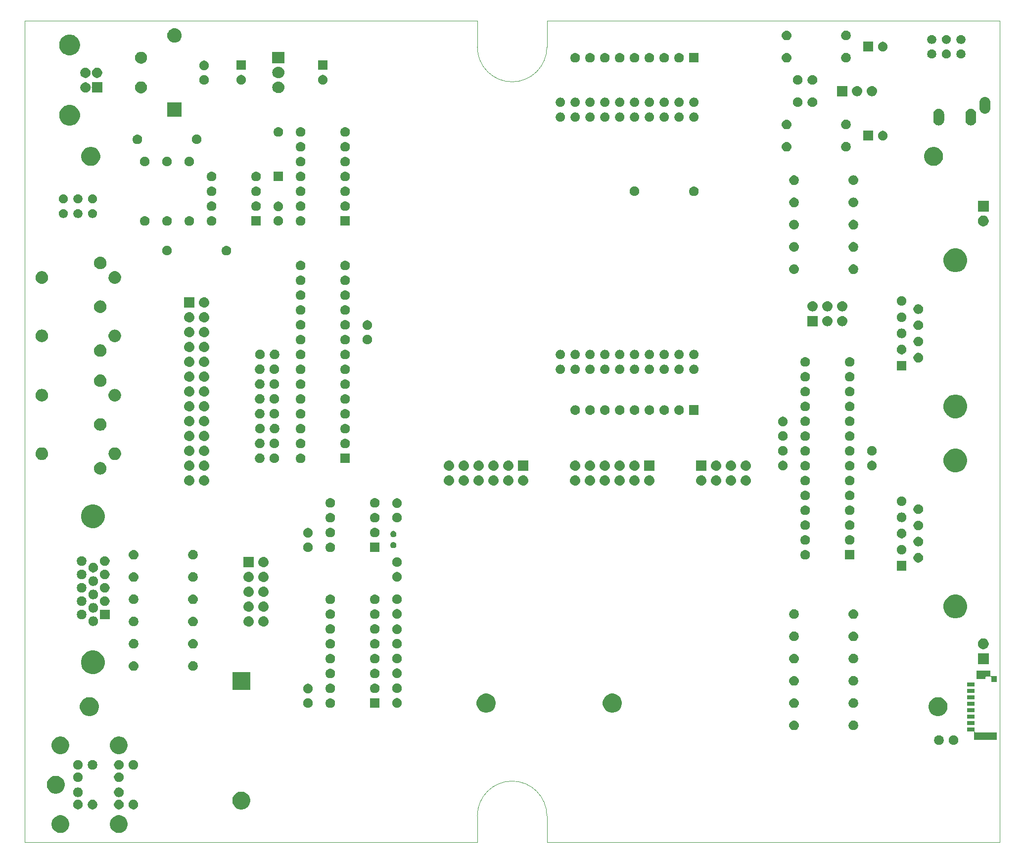
<source format=gbr>
G04 #@! TF.GenerationSoftware,KiCad,Pcbnew,5.0.1-33cea8e~67~ubuntu18.04.1*
G04 #@! TF.CreationDate,2020-01-20T06:57:41+00:00*
G04 #@! TF.ProjectId,neotron-32,6E656F74726F6E2D33322E6B69636164,[v1.2.1]*
G04 #@! TF.SameCoordinates,Original*
G04 #@! TF.FileFunction,Soldermask,Top*
G04 #@! TF.FilePolarity,Negative*
%FSLAX46Y46*%
G04 Gerber Fmt 4.6, Leading zero omitted, Abs format (unit mm)*
G04 Created by KiCad (PCBNEW 5.0.1-33cea8e~67~ubuntu18.04.1) date Mon Jan 20 06:57:41 2020*
%MOMM*%
%LPD*%
G01*
G04 APERTURE LIST*
%ADD10C,0.050000*%
%ADD11C,0.350000*%
G04 APERTURE END LIST*
D10*
X160266000Y-158450000D02*
X237766000Y-158450000D01*
X148366000Y-158450000D02*
X148366000Y-158450000D01*
X160266000Y-153920000D02*
X160266000Y-158450000D01*
X148366000Y-153920000D02*
X148366000Y-158450000D01*
X160266000Y-153920000D02*
G75*
G03X148366000Y-153920000I-5950000J0D01*
G01*
X160266000Y-17780000D02*
X237766000Y-17780000D01*
X160266000Y-22310000D02*
X160266000Y-17780000D01*
X148366000Y-22310000D02*
X148366000Y-17780000D01*
X160266000Y-22310000D02*
G75*
G02X148366000Y-22310000I-5950000J0D01*
G01*
X237766000Y-17780000D02*
X237766000Y-158450000D01*
X70866000Y-158450000D02*
X148366000Y-158450000D01*
X70866000Y-17780000D02*
X148366000Y-17780000D01*
X70866000Y-17780000D02*
X70866000Y-158450000D01*
D11*
G36*
X87443484Y-153878028D02*
X87720180Y-153992639D01*
X87969199Y-154159028D01*
X88180972Y-154370801D01*
X88347361Y-154619820D01*
X88461972Y-154896516D01*
X88520400Y-155190254D01*
X88520400Y-155489746D01*
X88461972Y-155783484D01*
X88347361Y-156060180D01*
X88180972Y-156309199D01*
X87969199Y-156520972D01*
X87720180Y-156687361D01*
X87443484Y-156801972D01*
X87149746Y-156860400D01*
X86850254Y-156860400D01*
X86556516Y-156801972D01*
X86279820Y-156687361D01*
X86030801Y-156520972D01*
X85819028Y-156309199D01*
X85652639Y-156060180D01*
X85538028Y-155783484D01*
X85479600Y-155489746D01*
X85479600Y-155190254D01*
X85538028Y-154896516D01*
X85652639Y-154619820D01*
X85819028Y-154370801D01*
X86030801Y-154159028D01*
X86279820Y-153992639D01*
X86556516Y-153878028D01*
X86850254Y-153819600D01*
X87149746Y-153819600D01*
X87443484Y-153878028D01*
X87443484Y-153878028D01*
G37*
G36*
X77443484Y-153878028D02*
X77720180Y-153992639D01*
X77969199Y-154159028D01*
X78180972Y-154370801D01*
X78347361Y-154619820D01*
X78461972Y-154896516D01*
X78520400Y-155190254D01*
X78520400Y-155489746D01*
X78461972Y-155783484D01*
X78347361Y-156060180D01*
X78180972Y-156309199D01*
X77969199Y-156520972D01*
X77720180Y-156687361D01*
X77443484Y-156801972D01*
X77149746Y-156860400D01*
X76850254Y-156860400D01*
X76556516Y-156801972D01*
X76279820Y-156687361D01*
X76030801Y-156520972D01*
X75819028Y-156309199D01*
X75652639Y-156060180D01*
X75538028Y-155783484D01*
X75479600Y-155489746D01*
X75479600Y-155190254D01*
X75538028Y-154896516D01*
X75652639Y-154619820D01*
X75819028Y-154370801D01*
X76030801Y-154159028D01*
X76279820Y-153992639D01*
X76556516Y-153878028D01*
X76850254Y-153819600D01*
X77149746Y-153819600D01*
X77443484Y-153878028D01*
X77443484Y-153878028D01*
G37*
G36*
X108394943Y-149833220D02*
X108672548Y-149948208D01*
X108922386Y-150115144D01*
X109134856Y-150327614D01*
X109301792Y-150577452D01*
X109416780Y-150855057D01*
X109475400Y-151149761D01*
X109475400Y-151450239D01*
X109416780Y-151744943D01*
X109301792Y-152022548D01*
X109134856Y-152272386D01*
X108922386Y-152484856D01*
X108672548Y-152651792D01*
X108394943Y-152766780D01*
X108100239Y-152825400D01*
X107799761Y-152825400D01*
X107505057Y-152766780D01*
X107227452Y-152651792D01*
X106977614Y-152484856D01*
X106765144Y-152272386D01*
X106598208Y-152022548D01*
X106483220Y-151744943D01*
X106424600Y-151450239D01*
X106424600Y-151149761D01*
X106483220Y-150855057D01*
X106598208Y-150577452D01*
X106765144Y-150327614D01*
X106977614Y-150115144D01*
X107227452Y-149948208D01*
X107505057Y-149833220D01*
X107799761Y-149774600D01*
X108100239Y-149774600D01*
X108394943Y-149833220D01*
X108394943Y-149833220D01*
G37*
G36*
X82740760Y-151196319D02*
X82890974Y-151258540D01*
X83026162Y-151348870D01*
X83141130Y-151463838D01*
X83231460Y-151599026D01*
X83293681Y-151749240D01*
X83325400Y-151908705D01*
X83325400Y-152071295D01*
X83293681Y-152230760D01*
X83231460Y-152380974D01*
X83141130Y-152516162D01*
X83026162Y-152631130D01*
X82890974Y-152721460D01*
X82740760Y-152783681D01*
X82581295Y-152815400D01*
X82418705Y-152815400D01*
X82259240Y-152783681D01*
X82109026Y-152721460D01*
X81973838Y-152631130D01*
X81858870Y-152516162D01*
X81768540Y-152380974D01*
X81706319Y-152230760D01*
X81674600Y-152071295D01*
X81674600Y-151908705D01*
X81706319Y-151749240D01*
X81768540Y-151599026D01*
X81858870Y-151463838D01*
X81973838Y-151348870D01*
X82109026Y-151258540D01*
X82259240Y-151196319D01*
X82418705Y-151164600D01*
X82581295Y-151164600D01*
X82740760Y-151196319D01*
X82740760Y-151196319D01*
G37*
G36*
X89740760Y-151196319D02*
X89890974Y-151258540D01*
X90026162Y-151348870D01*
X90141130Y-151463838D01*
X90231460Y-151599026D01*
X90293681Y-151749240D01*
X90325400Y-151908705D01*
X90325400Y-152071295D01*
X90293681Y-152230760D01*
X90231460Y-152380974D01*
X90141130Y-152516162D01*
X90026162Y-152631130D01*
X89890974Y-152721460D01*
X89740760Y-152783681D01*
X89581295Y-152815400D01*
X89418705Y-152815400D01*
X89259240Y-152783681D01*
X89109026Y-152721460D01*
X88973838Y-152631130D01*
X88858870Y-152516162D01*
X88768540Y-152380974D01*
X88706319Y-152230760D01*
X88674600Y-152071295D01*
X88674600Y-151908705D01*
X88706319Y-151749240D01*
X88768540Y-151599026D01*
X88858870Y-151463838D01*
X88973838Y-151348870D01*
X89109026Y-151258540D01*
X89259240Y-151196319D01*
X89418705Y-151164600D01*
X89581295Y-151164600D01*
X89740760Y-151196319D01*
X89740760Y-151196319D01*
G37*
G36*
X87240760Y-151196319D02*
X87390974Y-151258540D01*
X87526162Y-151348870D01*
X87641130Y-151463838D01*
X87731460Y-151599026D01*
X87793681Y-151749240D01*
X87825400Y-151908705D01*
X87825400Y-152071295D01*
X87793681Y-152230760D01*
X87731460Y-152380974D01*
X87641130Y-152516162D01*
X87526162Y-152631130D01*
X87390974Y-152721460D01*
X87240760Y-152783681D01*
X87081295Y-152815400D01*
X86918705Y-152815400D01*
X86759240Y-152783681D01*
X86609026Y-152721460D01*
X86473838Y-152631130D01*
X86358870Y-152516162D01*
X86268540Y-152380974D01*
X86206319Y-152230760D01*
X86174600Y-152071295D01*
X86174600Y-151908705D01*
X86206319Y-151749240D01*
X86268540Y-151599026D01*
X86358870Y-151463838D01*
X86473838Y-151348870D01*
X86609026Y-151258540D01*
X86759240Y-151196319D01*
X86918705Y-151164600D01*
X87081295Y-151164600D01*
X87240760Y-151196319D01*
X87240760Y-151196319D01*
G37*
G36*
X80240760Y-151196319D02*
X80390974Y-151258540D01*
X80526162Y-151348870D01*
X80641130Y-151463838D01*
X80731460Y-151599026D01*
X80793681Y-151749240D01*
X80825400Y-151908705D01*
X80825400Y-152071295D01*
X80793681Y-152230760D01*
X80731460Y-152380974D01*
X80641130Y-152516162D01*
X80526162Y-152631130D01*
X80390974Y-152721460D01*
X80240760Y-152783681D01*
X80081295Y-152815400D01*
X79918705Y-152815400D01*
X79759240Y-152783681D01*
X79609026Y-152721460D01*
X79473838Y-152631130D01*
X79358870Y-152516162D01*
X79268540Y-152380974D01*
X79206319Y-152230760D01*
X79174600Y-152071295D01*
X79174600Y-151908705D01*
X79206319Y-151749240D01*
X79268540Y-151599026D01*
X79358870Y-151463838D01*
X79473838Y-151348870D01*
X79609026Y-151258540D01*
X79759240Y-151196319D01*
X79918705Y-151164600D01*
X80081295Y-151164600D01*
X80240760Y-151196319D01*
X80240760Y-151196319D01*
G37*
G36*
X87240760Y-149096319D02*
X87390974Y-149158540D01*
X87526162Y-149248870D01*
X87641130Y-149363838D01*
X87731460Y-149499026D01*
X87793681Y-149649240D01*
X87825400Y-149808705D01*
X87825400Y-149971295D01*
X87793681Y-150130760D01*
X87731460Y-150280974D01*
X87641130Y-150416162D01*
X87526162Y-150531130D01*
X87390974Y-150621460D01*
X87240760Y-150683681D01*
X87081295Y-150715400D01*
X86918705Y-150715400D01*
X86759240Y-150683681D01*
X86609026Y-150621460D01*
X86473838Y-150531130D01*
X86358870Y-150416162D01*
X86268540Y-150280974D01*
X86206319Y-150130760D01*
X86174600Y-149971295D01*
X86174600Y-149808705D01*
X86206319Y-149649240D01*
X86268540Y-149499026D01*
X86358870Y-149363838D01*
X86473838Y-149248870D01*
X86609026Y-149158540D01*
X86759240Y-149096319D01*
X86918705Y-149064600D01*
X87081295Y-149064600D01*
X87240760Y-149096319D01*
X87240760Y-149096319D01*
G37*
G36*
X80240760Y-149096319D02*
X80390974Y-149158540D01*
X80526162Y-149248870D01*
X80641130Y-149363838D01*
X80731460Y-149499026D01*
X80793681Y-149649240D01*
X80825400Y-149808705D01*
X80825400Y-149971295D01*
X80793681Y-150130760D01*
X80731460Y-150280974D01*
X80641130Y-150416162D01*
X80526162Y-150531130D01*
X80390974Y-150621460D01*
X80240760Y-150683681D01*
X80081295Y-150715400D01*
X79918705Y-150715400D01*
X79759240Y-150683681D01*
X79609026Y-150621460D01*
X79473838Y-150531130D01*
X79358870Y-150416162D01*
X79268540Y-150280974D01*
X79206319Y-150130760D01*
X79174600Y-149971295D01*
X79174600Y-149808705D01*
X79206319Y-149649240D01*
X79268540Y-149499026D01*
X79358870Y-149363838D01*
X79473838Y-149248870D01*
X79609026Y-149158540D01*
X79759240Y-149096319D01*
X79918705Y-149064600D01*
X80081295Y-149064600D01*
X80240760Y-149096319D01*
X80240760Y-149096319D01*
G37*
G36*
X76643484Y-147128028D02*
X76920180Y-147242639D01*
X77169199Y-147409028D01*
X77380972Y-147620801D01*
X77547361Y-147869820D01*
X77661972Y-148146516D01*
X77720400Y-148440254D01*
X77720400Y-148739746D01*
X77661972Y-149033484D01*
X77547361Y-149310180D01*
X77380972Y-149559199D01*
X77169199Y-149770972D01*
X76920180Y-149937361D01*
X76643484Y-150051972D01*
X76349746Y-150110400D01*
X76050254Y-150110400D01*
X75756516Y-150051972D01*
X75479820Y-149937361D01*
X75230801Y-149770972D01*
X75019028Y-149559199D01*
X74852639Y-149310180D01*
X74738028Y-149033484D01*
X74679600Y-148739746D01*
X74679600Y-148440254D01*
X74738028Y-148146516D01*
X74852639Y-147869820D01*
X75019028Y-147620801D01*
X75230801Y-147409028D01*
X75479820Y-147242639D01*
X75756516Y-147128028D01*
X76050254Y-147069600D01*
X76349746Y-147069600D01*
X76643484Y-147128028D01*
X76643484Y-147128028D01*
G37*
G36*
X80240760Y-146496319D02*
X80390974Y-146558540D01*
X80526162Y-146648870D01*
X80641130Y-146763838D01*
X80731460Y-146899026D01*
X80793681Y-147049240D01*
X80825400Y-147208705D01*
X80825400Y-147371295D01*
X80793681Y-147530760D01*
X80731460Y-147680974D01*
X80641130Y-147816162D01*
X80526162Y-147931130D01*
X80390974Y-148021460D01*
X80240760Y-148083681D01*
X80081295Y-148115400D01*
X79918705Y-148115400D01*
X79759240Y-148083681D01*
X79609026Y-148021460D01*
X79473838Y-147931130D01*
X79358870Y-147816162D01*
X79268540Y-147680974D01*
X79206319Y-147530760D01*
X79174600Y-147371295D01*
X79174600Y-147208705D01*
X79206319Y-147049240D01*
X79268540Y-146899026D01*
X79358870Y-146763838D01*
X79473838Y-146648870D01*
X79609026Y-146558540D01*
X79759240Y-146496319D01*
X79918705Y-146464600D01*
X80081295Y-146464600D01*
X80240760Y-146496319D01*
X80240760Y-146496319D01*
G37*
G36*
X87240760Y-146496319D02*
X87390974Y-146558540D01*
X87526162Y-146648870D01*
X87641130Y-146763838D01*
X87731460Y-146899026D01*
X87793681Y-147049240D01*
X87825400Y-147208705D01*
X87825400Y-147371295D01*
X87793681Y-147530760D01*
X87731460Y-147680974D01*
X87641130Y-147816162D01*
X87526162Y-147931130D01*
X87390974Y-148021460D01*
X87240760Y-148083681D01*
X87081295Y-148115400D01*
X86918705Y-148115400D01*
X86759240Y-148083681D01*
X86609026Y-148021460D01*
X86473838Y-147931130D01*
X86358870Y-147816162D01*
X86268540Y-147680974D01*
X86206319Y-147530760D01*
X86174600Y-147371295D01*
X86174600Y-147208705D01*
X86206319Y-147049240D01*
X86268540Y-146899026D01*
X86358870Y-146763838D01*
X86473838Y-146648870D01*
X86609026Y-146558540D01*
X86759240Y-146496319D01*
X86918705Y-146464600D01*
X87081295Y-146464600D01*
X87240760Y-146496319D01*
X87240760Y-146496319D01*
G37*
G36*
X87240760Y-144396319D02*
X87390974Y-144458540D01*
X87526162Y-144548870D01*
X87641130Y-144663838D01*
X87731460Y-144799026D01*
X87793681Y-144949240D01*
X87825400Y-145108705D01*
X87825400Y-145271295D01*
X87793681Y-145430760D01*
X87731460Y-145580974D01*
X87641130Y-145716162D01*
X87526162Y-145831130D01*
X87390974Y-145921460D01*
X87240760Y-145983681D01*
X87081295Y-146015400D01*
X86918705Y-146015400D01*
X86759240Y-145983681D01*
X86609026Y-145921460D01*
X86473838Y-145831130D01*
X86358870Y-145716162D01*
X86268540Y-145580974D01*
X86206319Y-145430760D01*
X86174600Y-145271295D01*
X86174600Y-145108705D01*
X86206319Y-144949240D01*
X86268540Y-144799026D01*
X86358870Y-144663838D01*
X86473838Y-144548870D01*
X86609026Y-144458540D01*
X86759240Y-144396319D01*
X86918705Y-144364600D01*
X87081295Y-144364600D01*
X87240760Y-144396319D01*
X87240760Y-144396319D01*
G37*
G36*
X82740760Y-144396319D02*
X82890974Y-144458540D01*
X83026162Y-144548870D01*
X83141130Y-144663838D01*
X83231460Y-144799026D01*
X83293681Y-144949240D01*
X83325400Y-145108705D01*
X83325400Y-145271295D01*
X83293681Y-145430760D01*
X83231460Y-145580974D01*
X83141130Y-145716162D01*
X83026162Y-145831130D01*
X82890974Y-145921460D01*
X82740760Y-145983681D01*
X82581295Y-146015400D01*
X82418705Y-146015400D01*
X82259240Y-145983681D01*
X82109026Y-145921460D01*
X81973838Y-145831130D01*
X81858870Y-145716162D01*
X81768540Y-145580974D01*
X81706319Y-145430760D01*
X81674600Y-145271295D01*
X81674600Y-145108705D01*
X81706319Y-144949240D01*
X81768540Y-144799026D01*
X81858870Y-144663838D01*
X81973838Y-144548870D01*
X82109026Y-144458540D01*
X82259240Y-144396319D01*
X82418705Y-144364600D01*
X82581295Y-144364600D01*
X82740760Y-144396319D01*
X82740760Y-144396319D01*
G37*
G36*
X80240760Y-144396319D02*
X80390974Y-144458540D01*
X80526162Y-144548870D01*
X80641130Y-144663838D01*
X80731460Y-144799026D01*
X80793681Y-144949240D01*
X80825400Y-145108705D01*
X80825400Y-145271295D01*
X80793681Y-145430760D01*
X80731460Y-145580974D01*
X80641130Y-145716162D01*
X80526162Y-145831130D01*
X80390974Y-145921460D01*
X80240760Y-145983681D01*
X80081295Y-146015400D01*
X79918705Y-146015400D01*
X79759240Y-145983681D01*
X79609026Y-145921460D01*
X79473838Y-145831130D01*
X79358870Y-145716162D01*
X79268540Y-145580974D01*
X79206319Y-145430760D01*
X79174600Y-145271295D01*
X79174600Y-145108705D01*
X79206319Y-144949240D01*
X79268540Y-144799026D01*
X79358870Y-144663838D01*
X79473838Y-144548870D01*
X79609026Y-144458540D01*
X79759240Y-144396319D01*
X79918705Y-144364600D01*
X80081295Y-144364600D01*
X80240760Y-144396319D01*
X80240760Y-144396319D01*
G37*
G36*
X89740760Y-144396319D02*
X89890974Y-144458540D01*
X90026162Y-144548870D01*
X90141130Y-144663838D01*
X90231460Y-144799026D01*
X90293681Y-144949240D01*
X90325400Y-145108705D01*
X90325400Y-145271295D01*
X90293681Y-145430760D01*
X90231460Y-145580974D01*
X90141130Y-145716162D01*
X90026162Y-145831130D01*
X89890974Y-145921460D01*
X89740760Y-145983681D01*
X89581295Y-146015400D01*
X89418705Y-146015400D01*
X89259240Y-145983681D01*
X89109026Y-145921460D01*
X88973838Y-145831130D01*
X88858870Y-145716162D01*
X88768540Y-145580974D01*
X88706319Y-145430760D01*
X88674600Y-145271295D01*
X88674600Y-145108705D01*
X88706319Y-144949240D01*
X88768540Y-144799026D01*
X88858870Y-144663838D01*
X88973838Y-144548870D01*
X89109026Y-144458540D01*
X89259240Y-144396319D01*
X89418705Y-144364600D01*
X89581295Y-144364600D01*
X89740760Y-144396319D01*
X89740760Y-144396319D01*
G37*
G36*
X87443484Y-140378028D02*
X87720180Y-140492639D01*
X87969199Y-140659028D01*
X88180972Y-140870801D01*
X88347361Y-141119820D01*
X88461972Y-141396516D01*
X88520400Y-141690254D01*
X88520400Y-141989746D01*
X88461972Y-142283484D01*
X88347361Y-142560180D01*
X88180972Y-142809199D01*
X87969199Y-143020972D01*
X87720180Y-143187361D01*
X87443484Y-143301972D01*
X87149746Y-143360400D01*
X86850254Y-143360400D01*
X86556516Y-143301972D01*
X86279820Y-143187361D01*
X86030801Y-143020972D01*
X85819028Y-142809199D01*
X85652639Y-142560180D01*
X85538028Y-142283484D01*
X85479600Y-141989746D01*
X85479600Y-141690254D01*
X85538028Y-141396516D01*
X85652639Y-141119820D01*
X85819028Y-140870801D01*
X86030801Y-140659028D01*
X86279820Y-140492639D01*
X86556516Y-140378028D01*
X86850254Y-140319600D01*
X87149746Y-140319600D01*
X87443484Y-140378028D01*
X87443484Y-140378028D01*
G37*
G36*
X77443484Y-140378028D02*
X77720180Y-140492639D01*
X77969199Y-140659028D01*
X78180972Y-140870801D01*
X78347361Y-141119820D01*
X78461972Y-141396516D01*
X78520400Y-141690254D01*
X78520400Y-141989746D01*
X78461972Y-142283484D01*
X78347361Y-142560180D01*
X78180972Y-142809199D01*
X77969199Y-143020972D01*
X77720180Y-143187361D01*
X77443484Y-143301972D01*
X77149746Y-143360400D01*
X76850254Y-143360400D01*
X76556516Y-143301972D01*
X76279820Y-143187361D01*
X76030801Y-143020972D01*
X75819028Y-142809199D01*
X75652639Y-142560180D01*
X75538028Y-142283484D01*
X75479600Y-141989746D01*
X75479600Y-141690254D01*
X75538028Y-141396516D01*
X75652639Y-141119820D01*
X75819028Y-140870801D01*
X76030801Y-140659028D01*
X76279820Y-140492639D01*
X76556516Y-140378028D01*
X76850254Y-140319600D01*
X77149746Y-140319600D01*
X77443484Y-140378028D01*
X77443484Y-140378028D01*
G37*
G36*
X230110760Y-140176319D02*
X230260974Y-140238540D01*
X230396162Y-140328870D01*
X230511130Y-140443838D01*
X230601460Y-140579026D01*
X230663681Y-140729240D01*
X230695400Y-140888705D01*
X230695400Y-141051295D01*
X230663681Y-141210760D01*
X230601460Y-141360974D01*
X230511130Y-141496162D01*
X230396162Y-141611130D01*
X230260974Y-141701460D01*
X230110760Y-141763681D01*
X229951295Y-141795400D01*
X229788705Y-141795400D01*
X229629240Y-141763681D01*
X229479026Y-141701460D01*
X229343838Y-141611130D01*
X229228870Y-141496162D01*
X229138540Y-141360974D01*
X229076319Y-141210760D01*
X229044600Y-141051295D01*
X229044600Y-140888705D01*
X229076319Y-140729240D01*
X229138540Y-140579026D01*
X229228870Y-140443838D01*
X229343838Y-140328870D01*
X229479026Y-140238540D01*
X229629240Y-140176319D01*
X229788705Y-140144600D01*
X229951295Y-140144600D01*
X230110760Y-140176319D01*
X230110760Y-140176319D01*
G37*
G36*
X227610760Y-140176319D02*
X227760974Y-140238540D01*
X227896162Y-140328870D01*
X228011130Y-140443838D01*
X228101460Y-140579026D01*
X228163681Y-140729240D01*
X228195400Y-140888705D01*
X228195400Y-141051295D01*
X228163681Y-141210760D01*
X228101460Y-141360974D01*
X228011130Y-141496162D01*
X227896162Y-141611130D01*
X227760974Y-141701460D01*
X227610760Y-141763681D01*
X227451295Y-141795400D01*
X227288705Y-141795400D01*
X227129240Y-141763681D01*
X226979026Y-141701460D01*
X226843838Y-141611130D01*
X226728870Y-141496162D01*
X226638540Y-141360974D01*
X226576319Y-141210760D01*
X226544600Y-141051295D01*
X226544600Y-140888705D01*
X226576319Y-140729240D01*
X226638540Y-140579026D01*
X226728870Y-140443838D01*
X226843838Y-140328870D01*
X226979026Y-140238540D01*
X227129240Y-140176319D01*
X227288705Y-140144600D01*
X227451295Y-140144600D01*
X227610760Y-140176319D01*
X227610760Y-140176319D01*
G37*
G36*
X233501400Y-139502600D02*
X233503840Y-139527376D01*
X233511067Y-139551201D01*
X233522803Y-139573157D01*
X233538597Y-139592403D01*
X233557843Y-139608197D01*
X233579799Y-139619933D01*
X233603624Y-139627160D01*
X233628400Y-139629600D01*
X237251400Y-139629600D01*
X237251400Y-140880400D01*
X233410600Y-140880400D01*
X233410600Y-139557400D01*
X233408160Y-139532624D01*
X233400933Y-139508799D01*
X233389197Y-139486843D01*
X233373403Y-139467597D01*
X233354157Y-139451803D01*
X233332201Y-139440067D01*
X233308376Y-139432840D01*
X233283600Y-139430400D01*
X232200600Y-139430400D01*
X232200600Y-138779600D01*
X233501400Y-138779600D01*
X233501400Y-139502600D01*
X233501400Y-139502600D01*
G37*
G36*
X212965760Y-137636319D02*
X213115974Y-137698540D01*
X213251162Y-137788870D01*
X213366130Y-137903838D01*
X213456460Y-138039026D01*
X213518681Y-138189240D01*
X213550400Y-138348705D01*
X213550400Y-138511295D01*
X213518681Y-138670760D01*
X213456460Y-138820974D01*
X213366130Y-138956162D01*
X213251162Y-139071130D01*
X213115974Y-139161460D01*
X212965760Y-139223681D01*
X212806295Y-139255400D01*
X212643705Y-139255400D01*
X212484240Y-139223681D01*
X212334026Y-139161460D01*
X212198838Y-139071130D01*
X212083870Y-138956162D01*
X211993540Y-138820974D01*
X211931319Y-138670760D01*
X211899600Y-138511295D01*
X211899600Y-138348705D01*
X211931319Y-138189240D01*
X211993540Y-138039026D01*
X212083870Y-137903838D01*
X212198838Y-137788870D01*
X212334026Y-137698540D01*
X212484240Y-137636319D01*
X212643705Y-137604600D01*
X212806295Y-137604600D01*
X212965760Y-137636319D01*
X212965760Y-137636319D01*
G37*
G36*
X202726807Y-137616543D02*
X202882394Y-137663740D01*
X203025787Y-137740385D01*
X203151470Y-137843530D01*
X203254615Y-137969213D01*
X203331260Y-138112606D01*
X203378457Y-138268193D01*
X203394394Y-138430000D01*
X203378457Y-138591807D01*
X203331260Y-138747394D01*
X203254615Y-138890787D01*
X203151470Y-139016470D01*
X203025787Y-139119615D01*
X202882394Y-139196260D01*
X202726807Y-139243457D01*
X202605551Y-139255400D01*
X202524449Y-139255400D01*
X202403193Y-139243457D01*
X202247606Y-139196260D01*
X202104213Y-139119615D01*
X201978530Y-139016470D01*
X201875385Y-138890787D01*
X201798740Y-138747394D01*
X201751543Y-138591807D01*
X201735606Y-138430000D01*
X201751543Y-138268193D01*
X201798740Y-138112606D01*
X201875385Y-137969213D01*
X201978530Y-137843530D01*
X202104213Y-137740385D01*
X202247606Y-137663740D01*
X202403193Y-137616543D01*
X202524449Y-137604600D01*
X202605551Y-137604600D01*
X202726807Y-137616543D01*
X202726807Y-137616543D01*
G37*
G36*
X233501400Y-138330400D02*
X232200600Y-138330400D01*
X232200600Y-137679600D01*
X233501400Y-137679600D01*
X233501400Y-138330400D01*
X233501400Y-138330400D01*
G37*
G36*
X233501400Y-137230400D02*
X232200600Y-137230400D01*
X232200600Y-136579600D01*
X233501400Y-136579600D01*
X233501400Y-137230400D01*
X233501400Y-137230400D01*
G37*
G36*
X227684112Y-133657063D02*
X227979916Y-133779589D01*
X228246132Y-133957469D01*
X228472531Y-134183868D01*
X228650411Y-134450084D01*
X228772937Y-134745888D01*
X228835400Y-135059912D01*
X228835400Y-135380088D01*
X228772937Y-135694112D01*
X228650411Y-135989916D01*
X228472531Y-136256132D01*
X228246132Y-136482531D01*
X227979916Y-136660411D01*
X227684112Y-136782937D01*
X227370088Y-136845400D01*
X227049912Y-136845400D01*
X226735888Y-136782937D01*
X226440084Y-136660411D01*
X226173868Y-136482531D01*
X225947469Y-136256132D01*
X225769589Y-135989916D01*
X225647063Y-135694112D01*
X225584600Y-135380088D01*
X225584600Y-135059912D01*
X225647063Y-134745888D01*
X225769589Y-134450084D01*
X225947469Y-134183868D01*
X226173868Y-133957469D01*
X226440084Y-133779589D01*
X226735888Y-133657063D01*
X227049912Y-133594600D01*
X227370088Y-133594600D01*
X227684112Y-133657063D01*
X227684112Y-133657063D01*
G37*
G36*
X82434112Y-133657063D02*
X82729916Y-133779589D01*
X82996132Y-133957469D01*
X83222531Y-134183868D01*
X83400411Y-134450084D01*
X83522937Y-134745888D01*
X83585400Y-135059912D01*
X83585400Y-135380088D01*
X83522937Y-135694112D01*
X83400411Y-135989916D01*
X83222531Y-136256132D01*
X82996132Y-136482531D01*
X82729916Y-136660411D01*
X82434112Y-136782937D01*
X82120088Y-136845400D01*
X81799912Y-136845400D01*
X81485888Y-136782937D01*
X81190084Y-136660411D01*
X80923868Y-136482531D01*
X80697469Y-136256132D01*
X80519589Y-135989916D01*
X80397063Y-135694112D01*
X80334600Y-135380088D01*
X80334600Y-135059912D01*
X80397063Y-134745888D01*
X80519589Y-134450084D01*
X80697469Y-134183868D01*
X80923868Y-133957469D01*
X81190084Y-133779589D01*
X81485888Y-133657063D01*
X81799912Y-133594600D01*
X82120088Y-133594600D01*
X82434112Y-133657063D01*
X82434112Y-133657063D01*
G37*
G36*
X150334112Y-133057063D02*
X150629916Y-133179589D01*
X150896132Y-133357469D01*
X151122531Y-133583868D01*
X151300411Y-133850084D01*
X151422937Y-134145888D01*
X151485400Y-134459912D01*
X151485400Y-134780088D01*
X151422937Y-135094112D01*
X151300411Y-135389916D01*
X151122531Y-135656132D01*
X150896132Y-135882531D01*
X150629916Y-136060411D01*
X150334112Y-136182937D01*
X150020088Y-136245400D01*
X149699912Y-136245400D01*
X149385888Y-136182937D01*
X149090084Y-136060411D01*
X148823868Y-135882531D01*
X148597469Y-135656132D01*
X148419589Y-135389916D01*
X148297063Y-135094112D01*
X148234600Y-134780088D01*
X148234600Y-134459912D01*
X148297063Y-134145888D01*
X148419589Y-133850084D01*
X148597469Y-133583868D01*
X148823868Y-133357469D01*
X149090084Y-133179589D01*
X149385888Y-133057063D01*
X149699912Y-132994600D01*
X150020088Y-132994600D01*
X150334112Y-133057063D01*
X150334112Y-133057063D01*
G37*
G36*
X171924112Y-133057063D02*
X172219916Y-133179589D01*
X172486132Y-133357469D01*
X172712531Y-133583868D01*
X172890411Y-133850084D01*
X173012937Y-134145888D01*
X173075400Y-134459912D01*
X173075400Y-134780088D01*
X173012937Y-135094112D01*
X172890411Y-135389916D01*
X172712531Y-135656132D01*
X172486132Y-135882531D01*
X172219916Y-136060411D01*
X171924112Y-136182937D01*
X171610088Y-136245400D01*
X171289912Y-136245400D01*
X170975888Y-136182937D01*
X170680084Y-136060411D01*
X170413868Y-135882531D01*
X170187469Y-135656132D01*
X170009589Y-135389916D01*
X169887063Y-135094112D01*
X169824600Y-134780088D01*
X169824600Y-134459912D01*
X169887063Y-134145888D01*
X170009589Y-133850084D01*
X170187469Y-133583868D01*
X170413868Y-133357469D01*
X170680084Y-133179589D01*
X170975888Y-133057063D01*
X171289912Y-132994600D01*
X171610088Y-132994600D01*
X171924112Y-133057063D01*
X171924112Y-133057063D01*
G37*
G36*
X233501400Y-136130400D02*
X232200600Y-136130400D01*
X232200600Y-135479600D01*
X233501400Y-135479600D01*
X233501400Y-136130400D01*
X233501400Y-136130400D01*
G37*
G36*
X131635400Y-135445400D02*
X129984600Y-135445400D01*
X129984600Y-133794600D01*
X131635400Y-133794600D01*
X131635400Y-135445400D01*
X131635400Y-135445400D01*
G37*
G36*
X212965760Y-133826319D02*
X213115974Y-133888540D01*
X213251162Y-133978870D01*
X213366130Y-134093838D01*
X213456460Y-134229026D01*
X213518681Y-134379240D01*
X213550400Y-134538705D01*
X213550400Y-134701295D01*
X213518681Y-134860760D01*
X213456460Y-135010974D01*
X213366130Y-135146162D01*
X213251162Y-135261130D01*
X213115974Y-135351460D01*
X212965760Y-135413681D01*
X212806295Y-135445400D01*
X212643705Y-135445400D01*
X212484240Y-135413681D01*
X212334026Y-135351460D01*
X212198838Y-135261130D01*
X212083870Y-135146162D01*
X211993540Y-135010974D01*
X211931319Y-134860760D01*
X211899600Y-134701295D01*
X211899600Y-134538705D01*
X211931319Y-134379240D01*
X211993540Y-134229026D01*
X212083870Y-134093838D01*
X212198838Y-133978870D01*
X212334026Y-133888540D01*
X212484240Y-133826319D01*
X212643705Y-133794600D01*
X212806295Y-133794600D01*
X212965760Y-133826319D01*
X212965760Y-133826319D01*
G37*
G36*
X119620760Y-133826319D02*
X119770974Y-133888540D01*
X119906162Y-133978870D01*
X120021130Y-134093838D01*
X120111460Y-134229026D01*
X120173681Y-134379240D01*
X120205400Y-134538705D01*
X120205400Y-134701295D01*
X120173681Y-134860760D01*
X120111460Y-135010974D01*
X120021130Y-135146162D01*
X119906162Y-135261130D01*
X119770974Y-135351460D01*
X119620760Y-135413681D01*
X119461295Y-135445400D01*
X119298705Y-135445400D01*
X119139240Y-135413681D01*
X118989026Y-135351460D01*
X118853838Y-135261130D01*
X118738870Y-135146162D01*
X118648540Y-135010974D01*
X118586319Y-134860760D01*
X118554600Y-134701295D01*
X118554600Y-134538705D01*
X118586319Y-134379240D01*
X118648540Y-134229026D01*
X118738870Y-134093838D01*
X118853838Y-133978870D01*
X118989026Y-133888540D01*
X119139240Y-133826319D01*
X119298705Y-133794600D01*
X119461295Y-133794600D01*
X119620760Y-133826319D01*
X119620760Y-133826319D01*
G37*
G36*
X202726807Y-133806543D02*
X202882394Y-133853740D01*
X203025787Y-133930385D01*
X203151470Y-134033530D01*
X203254615Y-134159213D01*
X203331260Y-134302606D01*
X203378457Y-134458193D01*
X203394394Y-134620000D01*
X203378457Y-134781807D01*
X203331260Y-134937394D01*
X203254615Y-135080787D01*
X203151470Y-135206470D01*
X203025787Y-135309615D01*
X202882394Y-135386260D01*
X202726807Y-135433457D01*
X202605551Y-135445400D01*
X202524449Y-135445400D01*
X202403193Y-135433457D01*
X202247606Y-135386260D01*
X202104213Y-135309615D01*
X201978530Y-135206470D01*
X201875385Y-135080787D01*
X201798740Y-134937394D01*
X201751543Y-134781807D01*
X201735606Y-134620000D01*
X201751543Y-134458193D01*
X201798740Y-134302606D01*
X201875385Y-134159213D01*
X201978530Y-134033530D01*
X202104213Y-133930385D01*
X202247606Y-133853740D01*
X202403193Y-133806543D01*
X202524449Y-133794600D01*
X202605551Y-133794600D01*
X202726807Y-133806543D01*
X202726807Y-133806543D01*
G37*
G36*
X123351807Y-133806543D02*
X123507394Y-133853740D01*
X123650787Y-133930385D01*
X123776470Y-134033530D01*
X123879615Y-134159213D01*
X123956260Y-134302606D01*
X124003457Y-134458193D01*
X124019394Y-134620000D01*
X124003457Y-134781807D01*
X123956260Y-134937394D01*
X123879615Y-135080787D01*
X123776470Y-135206470D01*
X123650787Y-135309615D01*
X123507394Y-135386260D01*
X123351807Y-135433457D01*
X123230551Y-135445400D01*
X123149449Y-135445400D01*
X123028193Y-135433457D01*
X122872606Y-135386260D01*
X122729213Y-135309615D01*
X122603530Y-135206470D01*
X122500385Y-135080787D01*
X122423740Y-134937394D01*
X122376543Y-134781807D01*
X122360606Y-134620000D01*
X122376543Y-134458193D01*
X122423740Y-134302606D01*
X122500385Y-134159213D01*
X122603530Y-134033530D01*
X122729213Y-133930385D01*
X122872606Y-133853740D01*
X123028193Y-133806543D01*
X123149449Y-133794600D01*
X123230551Y-133794600D01*
X123351807Y-133806543D01*
X123351807Y-133806543D01*
G37*
G36*
X134860760Y-133786319D02*
X135010974Y-133848540D01*
X135146162Y-133938870D01*
X135261130Y-134053838D01*
X135351460Y-134189026D01*
X135413681Y-134339240D01*
X135445400Y-134498705D01*
X135445400Y-134661295D01*
X135413681Y-134820760D01*
X135351460Y-134970974D01*
X135261130Y-135106162D01*
X135146162Y-135221130D01*
X135010974Y-135311460D01*
X134860760Y-135373681D01*
X134701295Y-135405400D01*
X134538705Y-135405400D01*
X134379240Y-135373681D01*
X134229026Y-135311460D01*
X134093838Y-135221130D01*
X133978870Y-135106162D01*
X133888540Y-134970974D01*
X133826319Y-134820760D01*
X133794600Y-134661295D01*
X133794600Y-134498705D01*
X133826319Y-134339240D01*
X133888540Y-134189026D01*
X133978870Y-134053838D01*
X134093838Y-133938870D01*
X134229026Y-133848540D01*
X134379240Y-133786319D01*
X134538705Y-133754600D01*
X134701295Y-133754600D01*
X134860760Y-133786319D01*
X134860760Y-133786319D01*
G37*
G36*
X233501400Y-135030400D02*
X232200600Y-135030400D01*
X232200600Y-134379600D01*
X233501400Y-134379600D01*
X233501400Y-135030400D01*
X233501400Y-135030400D01*
G37*
G36*
X233501400Y-133930400D02*
X232200600Y-133930400D01*
X232200600Y-133279600D01*
X233501400Y-133279600D01*
X233501400Y-133930400D01*
X233501400Y-133930400D01*
G37*
G36*
X119620760Y-131326319D02*
X119770974Y-131388540D01*
X119906162Y-131478870D01*
X120021130Y-131593838D01*
X120111460Y-131729026D01*
X120173681Y-131879240D01*
X120205400Y-132038705D01*
X120205400Y-132201295D01*
X120173681Y-132360760D01*
X120111460Y-132510974D01*
X120021130Y-132646162D01*
X119906162Y-132761130D01*
X119770974Y-132851460D01*
X119620760Y-132913681D01*
X119461295Y-132945400D01*
X119298705Y-132945400D01*
X119139240Y-132913681D01*
X118989026Y-132851460D01*
X118853838Y-132761130D01*
X118738870Y-132646162D01*
X118648540Y-132510974D01*
X118586319Y-132360760D01*
X118554600Y-132201295D01*
X118554600Y-132038705D01*
X118586319Y-131879240D01*
X118648540Y-131729026D01*
X118738870Y-131593838D01*
X118853838Y-131478870D01*
X118989026Y-131388540D01*
X119139240Y-131326319D01*
X119298705Y-131294600D01*
X119461295Y-131294600D01*
X119620760Y-131326319D01*
X119620760Y-131326319D01*
G37*
G36*
X123351807Y-131266543D02*
X123507394Y-131313740D01*
X123650787Y-131390385D01*
X123776470Y-131493530D01*
X123879615Y-131619213D01*
X123956260Y-131762606D01*
X124003457Y-131918193D01*
X124019394Y-132080000D01*
X124003457Y-132241807D01*
X123956260Y-132397394D01*
X123879615Y-132540787D01*
X123776470Y-132666470D01*
X123650787Y-132769615D01*
X123507394Y-132846260D01*
X123351807Y-132893457D01*
X123230551Y-132905400D01*
X123149449Y-132905400D01*
X123028193Y-132893457D01*
X122872606Y-132846260D01*
X122729213Y-132769615D01*
X122603530Y-132666470D01*
X122500385Y-132540787D01*
X122423740Y-132397394D01*
X122376543Y-132241807D01*
X122360606Y-132080000D01*
X122376543Y-131918193D01*
X122423740Y-131762606D01*
X122500385Y-131619213D01*
X122603530Y-131493530D01*
X122729213Y-131390385D01*
X122872606Y-131313740D01*
X123028193Y-131266543D01*
X123149449Y-131254600D01*
X123230551Y-131254600D01*
X123351807Y-131266543D01*
X123351807Y-131266543D01*
G37*
G36*
X134860760Y-131286319D02*
X135010974Y-131348540D01*
X135146162Y-131438870D01*
X135261130Y-131553838D01*
X135351460Y-131689026D01*
X135413681Y-131839240D01*
X135445400Y-131998705D01*
X135445400Y-132161295D01*
X135413681Y-132320760D01*
X135351460Y-132470974D01*
X135261130Y-132606162D01*
X135146162Y-132721130D01*
X135010974Y-132811460D01*
X134860760Y-132873681D01*
X134701295Y-132905400D01*
X134538705Y-132905400D01*
X134379240Y-132873681D01*
X134229026Y-132811460D01*
X134093838Y-132721130D01*
X133978870Y-132606162D01*
X133888540Y-132470974D01*
X133826319Y-132320760D01*
X133794600Y-132161295D01*
X133794600Y-131998705D01*
X133826319Y-131839240D01*
X133888540Y-131689026D01*
X133978870Y-131553838D01*
X134093838Y-131438870D01*
X134229026Y-131348540D01*
X134379240Y-131286319D01*
X134538705Y-131254600D01*
X134701295Y-131254600D01*
X134860760Y-131286319D01*
X134860760Y-131286319D01*
G37*
G36*
X130971807Y-131266543D02*
X131127394Y-131313740D01*
X131270787Y-131390385D01*
X131396470Y-131493530D01*
X131499615Y-131619213D01*
X131576260Y-131762606D01*
X131623457Y-131918193D01*
X131639394Y-132080000D01*
X131623457Y-132241807D01*
X131576260Y-132397394D01*
X131499615Y-132540787D01*
X131396470Y-132666470D01*
X131270787Y-132769615D01*
X131127394Y-132846260D01*
X130971807Y-132893457D01*
X130850551Y-132905400D01*
X130769449Y-132905400D01*
X130648193Y-132893457D01*
X130492606Y-132846260D01*
X130349213Y-132769615D01*
X130223530Y-132666470D01*
X130120385Y-132540787D01*
X130043740Y-132397394D01*
X129996543Y-132241807D01*
X129980606Y-132080000D01*
X129996543Y-131918193D01*
X130043740Y-131762606D01*
X130120385Y-131619213D01*
X130223530Y-131493530D01*
X130349213Y-131390385D01*
X130492606Y-131313740D01*
X130648193Y-131266543D01*
X130769449Y-131254600D01*
X130850551Y-131254600D01*
X130971807Y-131266543D01*
X130971807Y-131266543D01*
G37*
G36*
X233501400Y-132830400D02*
X232200600Y-132830400D01*
X232200600Y-132179600D01*
X233501400Y-132179600D01*
X233501400Y-132830400D01*
X233501400Y-132830400D01*
G37*
G36*
X109475400Y-132335400D02*
X106424600Y-132335400D01*
X106424600Y-129284600D01*
X109475400Y-129284600D01*
X109475400Y-132335400D01*
X109475400Y-132335400D01*
G37*
G36*
X233501400Y-131730400D02*
X232200600Y-131730400D01*
X232200600Y-131079600D01*
X233501400Y-131079600D01*
X233501400Y-131730400D01*
X233501400Y-131730400D01*
G37*
G36*
X212965760Y-130016319D02*
X213115974Y-130078540D01*
X213251162Y-130168870D01*
X213366130Y-130283838D01*
X213456460Y-130419026D01*
X213518681Y-130569240D01*
X213550400Y-130728705D01*
X213550400Y-130891295D01*
X213518681Y-131050760D01*
X213456460Y-131200974D01*
X213366130Y-131336162D01*
X213251162Y-131451130D01*
X213115974Y-131541460D01*
X212965760Y-131603681D01*
X212806295Y-131635400D01*
X212643705Y-131635400D01*
X212484240Y-131603681D01*
X212334026Y-131541460D01*
X212198838Y-131451130D01*
X212083870Y-131336162D01*
X211993540Y-131200974D01*
X211931319Y-131050760D01*
X211899600Y-130891295D01*
X211899600Y-130728705D01*
X211931319Y-130569240D01*
X211993540Y-130419026D01*
X212083870Y-130283838D01*
X212198838Y-130168870D01*
X212334026Y-130078540D01*
X212484240Y-130016319D01*
X212643705Y-129984600D01*
X212806295Y-129984600D01*
X212965760Y-130016319D01*
X212965760Y-130016319D01*
G37*
G36*
X202726807Y-129996543D02*
X202882394Y-130043740D01*
X203025787Y-130120385D01*
X203151470Y-130223530D01*
X203254615Y-130349213D01*
X203331260Y-130492606D01*
X203378457Y-130648193D01*
X203394394Y-130810000D01*
X203378457Y-130971807D01*
X203331260Y-131127394D01*
X203254615Y-131270787D01*
X203151470Y-131396470D01*
X203025787Y-131499615D01*
X202882394Y-131576260D01*
X202726807Y-131623457D01*
X202605551Y-131635400D01*
X202524449Y-131635400D01*
X202403193Y-131623457D01*
X202247606Y-131576260D01*
X202104213Y-131499615D01*
X201978530Y-131396470D01*
X201875385Y-131270787D01*
X201798740Y-131127394D01*
X201751543Y-130971807D01*
X201735606Y-130810000D01*
X201751543Y-130648193D01*
X201798740Y-130492606D01*
X201875385Y-130349213D01*
X201978530Y-130223530D01*
X202104213Y-130120385D01*
X202247606Y-130043740D01*
X202403193Y-129996543D01*
X202524449Y-129984600D01*
X202605551Y-129984600D01*
X202726807Y-129996543D01*
X202726807Y-129996543D01*
G37*
G36*
X236151400Y-129852600D02*
X236153840Y-129877376D01*
X236161067Y-129901201D01*
X236172803Y-129923157D01*
X236188597Y-129942403D01*
X236207843Y-129958197D01*
X236229799Y-129969933D01*
X236253624Y-129977160D01*
X236278400Y-129979600D01*
X237251400Y-129979600D01*
X237251400Y-130980400D01*
X236350600Y-130980400D01*
X236350600Y-130207400D01*
X236348160Y-130182624D01*
X236340933Y-130158799D01*
X236329197Y-130136843D01*
X236313403Y-130117597D01*
X236294157Y-130101803D01*
X236272201Y-130090067D01*
X236248376Y-130082840D01*
X236223600Y-130080400D01*
X235453400Y-130080400D01*
X235428624Y-130082840D01*
X235404799Y-130090067D01*
X235382843Y-130101803D01*
X235363597Y-130117597D01*
X235347803Y-130136843D01*
X235336067Y-130158799D01*
X235328840Y-130182624D01*
X235326400Y-130207400D01*
X235326400Y-130505400D01*
X233825600Y-130505400D01*
X233825600Y-129054600D01*
X235373600Y-129054600D01*
X235398376Y-129052160D01*
X235422201Y-129044933D01*
X235444157Y-129033197D01*
X235448540Y-129029600D01*
X236151400Y-129029600D01*
X236151400Y-129852600D01*
X236151400Y-129852600D01*
G37*
G36*
X130971807Y-128726543D02*
X131127394Y-128773740D01*
X131270787Y-128850385D01*
X131396470Y-128953530D01*
X131499615Y-129079213D01*
X131576260Y-129222606D01*
X131623457Y-129378193D01*
X131639394Y-129540000D01*
X131623457Y-129701807D01*
X131576260Y-129857394D01*
X131499615Y-130000787D01*
X131396470Y-130126470D01*
X131270787Y-130229615D01*
X131127394Y-130306260D01*
X130971807Y-130353457D01*
X130850551Y-130365400D01*
X130769449Y-130365400D01*
X130648193Y-130353457D01*
X130492606Y-130306260D01*
X130349213Y-130229615D01*
X130223530Y-130126470D01*
X130120385Y-130000787D01*
X130043740Y-129857394D01*
X129996543Y-129701807D01*
X129980606Y-129540000D01*
X129996543Y-129378193D01*
X130043740Y-129222606D01*
X130120385Y-129079213D01*
X130223530Y-128953530D01*
X130349213Y-128850385D01*
X130492606Y-128773740D01*
X130648193Y-128726543D01*
X130769449Y-128714600D01*
X130850551Y-128714600D01*
X130971807Y-128726543D01*
X130971807Y-128726543D01*
G37*
G36*
X123351807Y-128726543D02*
X123507394Y-128773740D01*
X123650787Y-128850385D01*
X123776470Y-128953530D01*
X123879615Y-129079213D01*
X123956260Y-129222606D01*
X124003457Y-129378193D01*
X124019394Y-129540000D01*
X124003457Y-129701807D01*
X123956260Y-129857394D01*
X123879615Y-130000787D01*
X123776470Y-130126470D01*
X123650787Y-130229615D01*
X123507394Y-130306260D01*
X123351807Y-130353457D01*
X123230551Y-130365400D01*
X123149449Y-130365400D01*
X123028193Y-130353457D01*
X122872606Y-130306260D01*
X122729213Y-130229615D01*
X122603530Y-130126470D01*
X122500385Y-130000787D01*
X122423740Y-129857394D01*
X122376543Y-129701807D01*
X122360606Y-129540000D01*
X122376543Y-129378193D01*
X122423740Y-129222606D01*
X122500385Y-129079213D01*
X122603530Y-128953530D01*
X122729213Y-128850385D01*
X122872606Y-128773740D01*
X123028193Y-128726543D01*
X123149449Y-128714600D01*
X123230551Y-128714600D01*
X123351807Y-128726543D01*
X123351807Y-128726543D01*
G37*
G36*
X134860760Y-128706319D02*
X135010974Y-128768540D01*
X135146162Y-128858870D01*
X135261130Y-128973838D01*
X135351460Y-129109026D01*
X135413681Y-129259240D01*
X135445400Y-129418705D01*
X135445400Y-129581295D01*
X135413681Y-129740760D01*
X135351460Y-129890974D01*
X135261130Y-130026162D01*
X135146162Y-130141130D01*
X135010974Y-130231460D01*
X134860760Y-130293681D01*
X134701295Y-130325400D01*
X134538705Y-130325400D01*
X134379240Y-130293681D01*
X134229026Y-130231460D01*
X134093838Y-130141130D01*
X133978870Y-130026162D01*
X133888540Y-129890974D01*
X133826319Y-129740760D01*
X133794600Y-129581295D01*
X133794600Y-129418705D01*
X133826319Y-129259240D01*
X133888540Y-129109026D01*
X133978870Y-128973838D01*
X134093838Y-128858870D01*
X134229026Y-128768540D01*
X134379240Y-128706319D01*
X134538705Y-128674600D01*
X134701295Y-128674600D01*
X134860760Y-128706319D01*
X134860760Y-128706319D01*
G37*
G36*
X83140787Y-125687434D02*
X83509388Y-125840114D01*
X83841115Y-126061767D01*
X84123233Y-126343885D01*
X84344886Y-126675612D01*
X84497566Y-127044213D01*
X84575400Y-127435516D01*
X84575400Y-127834484D01*
X84497566Y-128225787D01*
X84344886Y-128594388D01*
X84123233Y-128926115D01*
X83841115Y-129208233D01*
X83509388Y-129429886D01*
X83140787Y-129582566D01*
X82749484Y-129660400D01*
X82350516Y-129660400D01*
X81959213Y-129582566D01*
X81590612Y-129429886D01*
X81258885Y-129208233D01*
X80976767Y-128926115D01*
X80755114Y-128594388D01*
X80602434Y-128225787D01*
X80524600Y-127834484D01*
X80524600Y-127435516D01*
X80602434Y-127044213D01*
X80755114Y-126675612D01*
X80976767Y-126343885D01*
X81258885Y-126061767D01*
X81590612Y-125840114D01*
X81959213Y-125687434D01*
X82350516Y-125609600D01*
X82749484Y-125609600D01*
X83140787Y-125687434D01*
X83140787Y-125687434D01*
G37*
G36*
X99935760Y-127476319D02*
X100085974Y-127538540D01*
X100221162Y-127628870D01*
X100336130Y-127743838D01*
X100426460Y-127879026D01*
X100488681Y-128029240D01*
X100520400Y-128188705D01*
X100520400Y-128351295D01*
X100488681Y-128510760D01*
X100426460Y-128660974D01*
X100336130Y-128796162D01*
X100221162Y-128911130D01*
X100085974Y-129001460D01*
X99935760Y-129063681D01*
X99776295Y-129095400D01*
X99613705Y-129095400D01*
X99454240Y-129063681D01*
X99304026Y-129001460D01*
X99168838Y-128911130D01*
X99053870Y-128796162D01*
X98963540Y-128660974D01*
X98901319Y-128510760D01*
X98869600Y-128351295D01*
X98869600Y-128188705D01*
X98901319Y-128029240D01*
X98963540Y-127879026D01*
X99053870Y-127743838D01*
X99168838Y-127628870D01*
X99304026Y-127538540D01*
X99454240Y-127476319D01*
X99613705Y-127444600D01*
X99776295Y-127444600D01*
X99935760Y-127476319D01*
X99935760Y-127476319D01*
G37*
G36*
X89696807Y-127456543D02*
X89852394Y-127503740D01*
X89995787Y-127580385D01*
X90121470Y-127683530D01*
X90224615Y-127809213D01*
X90301260Y-127952606D01*
X90348457Y-128108193D01*
X90364394Y-128270000D01*
X90348457Y-128431807D01*
X90301260Y-128587394D01*
X90224615Y-128730787D01*
X90121470Y-128856470D01*
X89995787Y-128959615D01*
X89852394Y-129036260D01*
X89696807Y-129083457D01*
X89575551Y-129095400D01*
X89494449Y-129095400D01*
X89373193Y-129083457D01*
X89217606Y-129036260D01*
X89074213Y-128959615D01*
X88948530Y-128856470D01*
X88845385Y-128730787D01*
X88768740Y-128587394D01*
X88721543Y-128431807D01*
X88705606Y-128270000D01*
X88721543Y-128108193D01*
X88768740Y-127952606D01*
X88845385Y-127809213D01*
X88948530Y-127683530D01*
X89074213Y-127580385D01*
X89217606Y-127503740D01*
X89373193Y-127456543D01*
X89494449Y-127444600D01*
X89575551Y-127444600D01*
X89696807Y-127456543D01*
X89696807Y-127456543D01*
G37*
G36*
X235875400Y-127925400D02*
X234024600Y-127925400D01*
X234024600Y-126074600D01*
X235875400Y-126074600D01*
X235875400Y-127925400D01*
X235875400Y-127925400D01*
G37*
G36*
X130971807Y-126186543D02*
X131127394Y-126233740D01*
X131270787Y-126310385D01*
X131396470Y-126413530D01*
X131499615Y-126539213D01*
X131576260Y-126682606D01*
X131623457Y-126838193D01*
X131639394Y-127000000D01*
X131623457Y-127161807D01*
X131576260Y-127317394D01*
X131499615Y-127460787D01*
X131396470Y-127586470D01*
X131270787Y-127689615D01*
X131127394Y-127766260D01*
X130971807Y-127813457D01*
X130850551Y-127825400D01*
X130769449Y-127825400D01*
X130648193Y-127813457D01*
X130492606Y-127766260D01*
X130349213Y-127689615D01*
X130223530Y-127586470D01*
X130120385Y-127460787D01*
X130043740Y-127317394D01*
X129996543Y-127161807D01*
X129980606Y-127000000D01*
X129996543Y-126838193D01*
X130043740Y-126682606D01*
X130120385Y-126539213D01*
X130223530Y-126413530D01*
X130349213Y-126310385D01*
X130492606Y-126233740D01*
X130648193Y-126186543D01*
X130769449Y-126174600D01*
X130850551Y-126174600D01*
X130971807Y-126186543D01*
X130971807Y-126186543D01*
G37*
G36*
X202726807Y-126186543D02*
X202882394Y-126233740D01*
X203025787Y-126310385D01*
X203151470Y-126413530D01*
X203254615Y-126539213D01*
X203331260Y-126682606D01*
X203378457Y-126838193D01*
X203394394Y-127000000D01*
X203378457Y-127161807D01*
X203331260Y-127317394D01*
X203254615Y-127460787D01*
X203151470Y-127586470D01*
X203025787Y-127689615D01*
X202882394Y-127766260D01*
X202726807Y-127813457D01*
X202605551Y-127825400D01*
X202524449Y-127825400D01*
X202403193Y-127813457D01*
X202247606Y-127766260D01*
X202104213Y-127689615D01*
X201978530Y-127586470D01*
X201875385Y-127460787D01*
X201798740Y-127317394D01*
X201751543Y-127161807D01*
X201735606Y-127000000D01*
X201751543Y-126838193D01*
X201798740Y-126682606D01*
X201875385Y-126539213D01*
X201978530Y-126413530D01*
X202104213Y-126310385D01*
X202247606Y-126233740D01*
X202403193Y-126186543D01*
X202524449Y-126174600D01*
X202605551Y-126174600D01*
X202726807Y-126186543D01*
X202726807Y-126186543D01*
G37*
G36*
X212965760Y-126206319D02*
X213115974Y-126268540D01*
X213251162Y-126358870D01*
X213366130Y-126473838D01*
X213456460Y-126609026D01*
X213518681Y-126759240D01*
X213550400Y-126918705D01*
X213550400Y-127081295D01*
X213518681Y-127240760D01*
X213456460Y-127390974D01*
X213366130Y-127526162D01*
X213251162Y-127641130D01*
X213115974Y-127731460D01*
X212965760Y-127793681D01*
X212806295Y-127825400D01*
X212643705Y-127825400D01*
X212484240Y-127793681D01*
X212334026Y-127731460D01*
X212198838Y-127641130D01*
X212083870Y-127526162D01*
X211993540Y-127390974D01*
X211931319Y-127240760D01*
X211899600Y-127081295D01*
X211899600Y-126918705D01*
X211931319Y-126759240D01*
X211993540Y-126609026D01*
X212083870Y-126473838D01*
X212198838Y-126358870D01*
X212334026Y-126268540D01*
X212484240Y-126206319D01*
X212643705Y-126174600D01*
X212806295Y-126174600D01*
X212965760Y-126206319D01*
X212965760Y-126206319D01*
G37*
G36*
X123351807Y-126186543D02*
X123507394Y-126233740D01*
X123650787Y-126310385D01*
X123776470Y-126413530D01*
X123879615Y-126539213D01*
X123956260Y-126682606D01*
X124003457Y-126838193D01*
X124019394Y-127000000D01*
X124003457Y-127161807D01*
X123956260Y-127317394D01*
X123879615Y-127460787D01*
X123776470Y-127586470D01*
X123650787Y-127689615D01*
X123507394Y-127766260D01*
X123351807Y-127813457D01*
X123230551Y-127825400D01*
X123149449Y-127825400D01*
X123028193Y-127813457D01*
X122872606Y-127766260D01*
X122729213Y-127689615D01*
X122603530Y-127586470D01*
X122500385Y-127460787D01*
X122423740Y-127317394D01*
X122376543Y-127161807D01*
X122360606Y-127000000D01*
X122376543Y-126838193D01*
X122423740Y-126682606D01*
X122500385Y-126539213D01*
X122603530Y-126413530D01*
X122729213Y-126310385D01*
X122872606Y-126233740D01*
X123028193Y-126186543D01*
X123149449Y-126174600D01*
X123230551Y-126174600D01*
X123351807Y-126186543D01*
X123351807Y-126186543D01*
G37*
G36*
X134860760Y-126206319D02*
X135010974Y-126268540D01*
X135146162Y-126358870D01*
X135261130Y-126473838D01*
X135351460Y-126609026D01*
X135413681Y-126759240D01*
X135445400Y-126918705D01*
X135445400Y-127081295D01*
X135413681Y-127240760D01*
X135351460Y-127390974D01*
X135261130Y-127526162D01*
X135146162Y-127641130D01*
X135010974Y-127731460D01*
X134860760Y-127793681D01*
X134701295Y-127825400D01*
X134538705Y-127825400D01*
X134379240Y-127793681D01*
X134229026Y-127731460D01*
X134093838Y-127641130D01*
X133978870Y-127526162D01*
X133888540Y-127390974D01*
X133826319Y-127240760D01*
X133794600Y-127081295D01*
X133794600Y-126918705D01*
X133826319Y-126759240D01*
X133888540Y-126609026D01*
X133978870Y-126473838D01*
X134093838Y-126358870D01*
X134229026Y-126268540D01*
X134379240Y-126206319D01*
X134538705Y-126174600D01*
X134701295Y-126174600D01*
X134860760Y-126206319D01*
X134860760Y-126206319D01*
G37*
G36*
X235219929Y-123570162D02*
X235388341Y-123639921D01*
X235539908Y-123741195D01*
X235668805Y-123870092D01*
X235770079Y-124021659D01*
X235839838Y-124190071D01*
X235875400Y-124368856D01*
X235875400Y-124551144D01*
X235839838Y-124729929D01*
X235770079Y-124898341D01*
X235668805Y-125049908D01*
X235539908Y-125178805D01*
X235388341Y-125280079D01*
X235219929Y-125349838D01*
X235041144Y-125385400D01*
X234858856Y-125385400D01*
X234680071Y-125349838D01*
X234511659Y-125280079D01*
X234360092Y-125178805D01*
X234231195Y-125049908D01*
X234129921Y-124898341D01*
X234060162Y-124729929D01*
X234024600Y-124551144D01*
X234024600Y-124368856D01*
X234060162Y-124190071D01*
X234129921Y-124021659D01*
X234231195Y-123870092D01*
X234360092Y-123741195D01*
X234511659Y-123639921D01*
X234680071Y-123570162D01*
X234858856Y-123534600D01*
X235041144Y-123534600D01*
X235219929Y-123570162D01*
X235219929Y-123570162D01*
G37*
G36*
X123351807Y-123646543D02*
X123507394Y-123693740D01*
X123650787Y-123770385D01*
X123776470Y-123873530D01*
X123879615Y-123999213D01*
X123956260Y-124142606D01*
X124003457Y-124298193D01*
X124019394Y-124460000D01*
X124003457Y-124621807D01*
X123956260Y-124777394D01*
X123879615Y-124920787D01*
X123776470Y-125046470D01*
X123650787Y-125149615D01*
X123507394Y-125226260D01*
X123351807Y-125273457D01*
X123230551Y-125285400D01*
X123149449Y-125285400D01*
X123028193Y-125273457D01*
X122872606Y-125226260D01*
X122729213Y-125149615D01*
X122603530Y-125046470D01*
X122500385Y-124920787D01*
X122423740Y-124777394D01*
X122376543Y-124621807D01*
X122360606Y-124460000D01*
X122376543Y-124298193D01*
X122423740Y-124142606D01*
X122500385Y-123999213D01*
X122603530Y-123873530D01*
X122729213Y-123770385D01*
X122872606Y-123693740D01*
X123028193Y-123646543D01*
X123149449Y-123634600D01*
X123230551Y-123634600D01*
X123351807Y-123646543D01*
X123351807Y-123646543D01*
G37*
G36*
X130971807Y-123646543D02*
X131127394Y-123693740D01*
X131270787Y-123770385D01*
X131396470Y-123873530D01*
X131499615Y-123999213D01*
X131576260Y-124142606D01*
X131623457Y-124298193D01*
X131639394Y-124460000D01*
X131623457Y-124621807D01*
X131576260Y-124777394D01*
X131499615Y-124920787D01*
X131396470Y-125046470D01*
X131270787Y-125149615D01*
X131127394Y-125226260D01*
X130971807Y-125273457D01*
X130850551Y-125285400D01*
X130769449Y-125285400D01*
X130648193Y-125273457D01*
X130492606Y-125226260D01*
X130349213Y-125149615D01*
X130223530Y-125046470D01*
X130120385Y-124920787D01*
X130043740Y-124777394D01*
X129996543Y-124621807D01*
X129980606Y-124460000D01*
X129996543Y-124298193D01*
X130043740Y-124142606D01*
X130120385Y-123999213D01*
X130223530Y-123873530D01*
X130349213Y-123770385D01*
X130492606Y-123693740D01*
X130648193Y-123646543D01*
X130769449Y-123634600D01*
X130850551Y-123634600D01*
X130971807Y-123646543D01*
X130971807Y-123646543D01*
G37*
G36*
X134860760Y-123666319D02*
X135010974Y-123728540D01*
X135146162Y-123818870D01*
X135261130Y-123933838D01*
X135351460Y-124069026D01*
X135413681Y-124219240D01*
X135445400Y-124378705D01*
X135445400Y-124541295D01*
X135413681Y-124700760D01*
X135351460Y-124850974D01*
X135261130Y-124986162D01*
X135146162Y-125101130D01*
X135010974Y-125191460D01*
X134860760Y-125253681D01*
X134701295Y-125285400D01*
X134538705Y-125285400D01*
X134379240Y-125253681D01*
X134229026Y-125191460D01*
X134093838Y-125101130D01*
X133978870Y-124986162D01*
X133888540Y-124850974D01*
X133826319Y-124700760D01*
X133794600Y-124541295D01*
X133794600Y-124378705D01*
X133826319Y-124219240D01*
X133888540Y-124069026D01*
X133978870Y-123933838D01*
X134093838Y-123818870D01*
X134229026Y-123728540D01*
X134379240Y-123666319D01*
X134538705Y-123634600D01*
X134701295Y-123634600D01*
X134860760Y-123666319D01*
X134860760Y-123666319D01*
G37*
G36*
X89775760Y-123666319D02*
X89925974Y-123728540D01*
X90061162Y-123818870D01*
X90176130Y-123933838D01*
X90266460Y-124069026D01*
X90328681Y-124219240D01*
X90360400Y-124378705D01*
X90360400Y-124541295D01*
X90328681Y-124700760D01*
X90266460Y-124850974D01*
X90176130Y-124986162D01*
X90061162Y-125101130D01*
X89925974Y-125191460D01*
X89775760Y-125253681D01*
X89616295Y-125285400D01*
X89453705Y-125285400D01*
X89294240Y-125253681D01*
X89144026Y-125191460D01*
X89008838Y-125101130D01*
X88893870Y-124986162D01*
X88803540Y-124850974D01*
X88741319Y-124700760D01*
X88709600Y-124541295D01*
X88709600Y-124378705D01*
X88741319Y-124219240D01*
X88803540Y-124069026D01*
X88893870Y-123933838D01*
X89008838Y-123818870D01*
X89144026Y-123728540D01*
X89294240Y-123666319D01*
X89453705Y-123634600D01*
X89616295Y-123634600D01*
X89775760Y-123666319D01*
X89775760Y-123666319D01*
G37*
G36*
X99856807Y-123646543D02*
X100012394Y-123693740D01*
X100155787Y-123770385D01*
X100281470Y-123873530D01*
X100384615Y-123999213D01*
X100461260Y-124142606D01*
X100508457Y-124298193D01*
X100524394Y-124460000D01*
X100508457Y-124621807D01*
X100461260Y-124777394D01*
X100384615Y-124920787D01*
X100281470Y-125046470D01*
X100155787Y-125149615D01*
X100012394Y-125226260D01*
X99856807Y-125273457D01*
X99735551Y-125285400D01*
X99654449Y-125285400D01*
X99533193Y-125273457D01*
X99377606Y-125226260D01*
X99234213Y-125149615D01*
X99108530Y-125046470D01*
X99005385Y-124920787D01*
X98928740Y-124777394D01*
X98881543Y-124621807D01*
X98865606Y-124460000D01*
X98881543Y-124298193D01*
X98928740Y-124142606D01*
X99005385Y-123999213D01*
X99108530Y-123873530D01*
X99234213Y-123770385D01*
X99377606Y-123693740D01*
X99533193Y-123646543D01*
X99654449Y-123634600D01*
X99735551Y-123634600D01*
X99856807Y-123646543D01*
X99856807Y-123646543D01*
G37*
G36*
X202805760Y-122396319D02*
X202955974Y-122458540D01*
X203091162Y-122548870D01*
X203206130Y-122663838D01*
X203296460Y-122799026D01*
X203358681Y-122949240D01*
X203390400Y-123108705D01*
X203390400Y-123271295D01*
X203358681Y-123430760D01*
X203296460Y-123580974D01*
X203206130Y-123716162D01*
X203091162Y-123831130D01*
X202955974Y-123921460D01*
X202805760Y-123983681D01*
X202646295Y-124015400D01*
X202483705Y-124015400D01*
X202324240Y-123983681D01*
X202174026Y-123921460D01*
X202038838Y-123831130D01*
X201923870Y-123716162D01*
X201833540Y-123580974D01*
X201771319Y-123430760D01*
X201739600Y-123271295D01*
X201739600Y-123108705D01*
X201771319Y-122949240D01*
X201833540Y-122799026D01*
X201923870Y-122663838D01*
X202038838Y-122548870D01*
X202174026Y-122458540D01*
X202324240Y-122396319D01*
X202483705Y-122364600D01*
X202646295Y-122364600D01*
X202805760Y-122396319D01*
X202805760Y-122396319D01*
G37*
G36*
X212886807Y-122376543D02*
X213042394Y-122423740D01*
X213185787Y-122500385D01*
X213311470Y-122603530D01*
X213414615Y-122729213D01*
X213491260Y-122872606D01*
X213538457Y-123028193D01*
X213554394Y-123190000D01*
X213538457Y-123351807D01*
X213491260Y-123507394D01*
X213414615Y-123650787D01*
X213311470Y-123776470D01*
X213185787Y-123879615D01*
X213042394Y-123956260D01*
X212886807Y-124003457D01*
X212765551Y-124015400D01*
X212684449Y-124015400D01*
X212563193Y-124003457D01*
X212407606Y-123956260D01*
X212264213Y-123879615D01*
X212138530Y-123776470D01*
X212035385Y-123650787D01*
X211958740Y-123507394D01*
X211911543Y-123351807D01*
X211895606Y-123190000D01*
X211911543Y-123028193D01*
X211958740Y-122872606D01*
X212035385Y-122729213D01*
X212138530Y-122603530D01*
X212264213Y-122500385D01*
X212407606Y-122423740D01*
X212563193Y-122376543D01*
X212684449Y-122364600D01*
X212765551Y-122364600D01*
X212886807Y-122376543D01*
X212886807Y-122376543D01*
G37*
G36*
X134860760Y-121166319D02*
X135010974Y-121228540D01*
X135146162Y-121318870D01*
X135261130Y-121433838D01*
X135351460Y-121569026D01*
X135413681Y-121719240D01*
X135445400Y-121878705D01*
X135445400Y-122041295D01*
X135413681Y-122200760D01*
X135351460Y-122350974D01*
X135261130Y-122486162D01*
X135146162Y-122601130D01*
X135010974Y-122691460D01*
X134860760Y-122753681D01*
X134701295Y-122785400D01*
X134538705Y-122785400D01*
X134379240Y-122753681D01*
X134229026Y-122691460D01*
X134093838Y-122601130D01*
X133978870Y-122486162D01*
X133888540Y-122350974D01*
X133826319Y-122200760D01*
X133794600Y-122041295D01*
X133794600Y-121878705D01*
X133826319Y-121719240D01*
X133888540Y-121569026D01*
X133978870Y-121433838D01*
X134093838Y-121318870D01*
X134229026Y-121228540D01*
X134379240Y-121166319D01*
X134538705Y-121134600D01*
X134701295Y-121134600D01*
X134860760Y-121166319D01*
X134860760Y-121166319D01*
G37*
G36*
X123351807Y-121106543D02*
X123507394Y-121153740D01*
X123650787Y-121230385D01*
X123776470Y-121333530D01*
X123879615Y-121459213D01*
X123956260Y-121602606D01*
X124003457Y-121758193D01*
X124019394Y-121920000D01*
X124003457Y-122081807D01*
X123956260Y-122237394D01*
X123879615Y-122380787D01*
X123776470Y-122506470D01*
X123650787Y-122609615D01*
X123507394Y-122686260D01*
X123351807Y-122733457D01*
X123230551Y-122745400D01*
X123149449Y-122745400D01*
X123028193Y-122733457D01*
X122872606Y-122686260D01*
X122729213Y-122609615D01*
X122603530Y-122506470D01*
X122500385Y-122380787D01*
X122423740Y-122237394D01*
X122376543Y-122081807D01*
X122360606Y-121920000D01*
X122376543Y-121758193D01*
X122423740Y-121602606D01*
X122500385Y-121459213D01*
X122603530Y-121333530D01*
X122729213Y-121230385D01*
X122872606Y-121153740D01*
X123028193Y-121106543D01*
X123149449Y-121094600D01*
X123230551Y-121094600D01*
X123351807Y-121106543D01*
X123351807Y-121106543D01*
G37*
G36*
X130971807Y-121106543D02*
X131127394Y-121153740D01*
X131270787Y-121230385D01*
X131396470Y-121333530D01*
X131499615Y-121459213D01*
X131576260Y-121602606D01*
X131623457Y-121758193D01*
X131639394Y-121920000D01*
X131623457Y-122081807D01*
X131576260Y-122237394D01*
X131499615Y-122380787D01*
X131396470Y-122506470D01*
X131270787Y-122609615D01*
X131127394Y-122686260D01*
X130971807Y-122733457D01*
X130850551Y-122745400D01*
X130769449Y-122745400D01*
X130648193Y-122733457D01*
X130492606Y-122686260D01*
X130349213Y-122609615D01*
X130223530Y-122506470D01*
X130120385Y-122380787D01*
X130043740Y-122237394D01*
X129996543Y-122081807D01*
X129980606Y-121920000D01*
X129996543Y-121758193D01*
X130043740Y-121602606D01*
X130120385Y-121459213D01*
X130223530Y-121333530D01*
X130349213Y-121230385D01*
X130492606Y-121153740D01*
X130648193Y-121106543D01*
X130769449Y-121094600D01*
X130850551Y-121094600D01*
X130971807Y-121106543D01*
X130971807Y-121106543D01*
G37*
G36*
X111890982Y-119769600D02*
X111934274Y-119773864D01*
X112101851Y-119824697D01*
X112256291Y-119907247D01*
X112391659Y-120018341D01*
X112502753Y-120153709D01*
X112585303Y-120308149D01*
X112636136Y-120475726D01*
X112653301Y-120650000D01*
X112636136Y-120824274D01*
X112585303Y-120991851D01*
X112502753Y-121146291D01*
X112391659Y-121281659D01*
X112256291Y-121392753D01*
X112101851Y-121475303D01*
X111934274Y-121526136D01*
X111803668Y-121539000D01*
X111716332Y-121539000D01*
X111585726Y-121526136D01*
X111418149Y-121475303D01*
X111263709Y-121392753D01*
X111128341Y-121281659D01*
X111017247Y-121146291D01*
X110934697Y-120991851D01*
X110883864Y-120824274D01*
X110866699Y-120650000D01*
X110883864Y-120475726D01*
X110934697Y-120308149D01*
X111017247Y-120153709D01*
X111128341Y-120018341D01*
X111263709Y-119907247D01*
X111418149Y-119824697D01*
X111585726Y-119773864D01*
X111629018Y-119769600D01*
X111716332Y-119761000D01*
X111803668Y-119761000D01*
X111890982Y-119769600D01*
X111890982Y-119769600D01*
G37*
G36*
X109350982Y-119769600D02*
X109394274Y-119773864D01*
X109561851Y-119824697D01*
X109716291Y-119907247D01*
X109851659Y-120018341D01*
X109962753Y-120153709D01*
X110045303Y-120308149D01*
X110096136Y-120475726D01*
X110113301Y-120650000D01*
X110096136Y-120824274D01*
X110045303Y-120991851D01*
X109962753Y-121146291D01*
X109851659Y-121281659D01*
X109716291Y-121392753D01*
X109561851Y-121475303D01*
X109394274Y-121526136D01*
X109263668Y-121539000D01*
X109176332Y-121539000D01*
X109045726Y-121526136D01*
X108878149Y-121475303D01*
X108723709Y-121392753D01*
X108588341Y-121281659D01*
X108477247Y-121146291D01*
X108394697Y-120991851D01*
X108343864Y-120824274D01*
X108326699Y-120650000D01*
X108343864Y-120475726D01*
X108394697Y-120308149D01*
X108477247Y-120153709D01*
X108588341Y-120018341D01*
X108723709Y-119907247D01*
X108878149Y-119824697D01*
X109045726Y-119773864D01*
X109089018Y-119769600D01*
X109176332Y-119761000D01*
X109263668Y-119761000D01*
X109350982Y-119769600D01*
X109350982Y-119769600D01*
G37*
G36*
X89775760Y-119856319D02*
X89925974Y-119918540D01*
X90061162Y-120008870D01*
X90176130Y-120123838D01*
X90266460Y-120259026D01*
X90328681Y-120409240D01*
X90360400Y-120568705D01*
X90360400Y-120731295D01*
X90328681Y-120890760D01*
X90266460Y-121040974D01*
X90176130Y-121176162D01*
X90061162Y-121291130D01*
X89925974Y-121381460D01*
X89775760Y-121443681D01*
X89616295Y-121475400D01*
X89453705Y-121475400D01*
X89294240Y-121443681D01*
X89144026Y-121381460D01*
X89008838Y-121291130D01*
X88893870Y-121176162D01*
X88803540Y-121040974D01*
X88741319Y-120890760D01*
X88709600Y-120731295D01*
X88709600Y-120568705D01*
X88741319Y-120409240D01*
X88803540Y-120259026D01*
X88893870Y-120123838D01*
X89008838Y-120008870D01*
X89144026Y-119918540D01*
X89294240Y-119856319D01*
X89453705Y-119824600D01*
X89616295Y-119824600D01*
X89775760Y-119856319D01*
X89775760Y-119856319D01*
G37*
G36*
X99856807Y-119836543D02*
X100012394Y-119883740D01*
X100155787Y-119960385D01*
X100281470Y-120063530D01*
X100384615Y-120189213D01*
X100461260Y-120332606D01*
X100508457Y-120488193D01*
X100524394Y-120650000D01*
X100508457Y-120811807D01*
X100461260Y-120967394D01*
X100384615Y-121110787D01*
X100281470Y-121236470D01*
X100155787Y-121339615D01*
X100012394Y-121416260D01*
X99856807Y-121463457D01*
X99735551Y-121475400D01*
X99654449Y-121475400D01*
X99533193Y-121463457D01*
X99377606Y-121416260D01*
X99234213Y-121339615D01*
X99108530Y-121236470D01*
X99005385Y-121110787D01*
X98928740Y-120967394D01*
X98881543Y-120811807D01*
X98865606Y-120650000D01*
X98881543Y-120488193D01*
X98928740Y-120332606D01*
X99005385Y-120189213D01*
X99108530Y-120063530D01*
X99234213Y-119960385D01*
X99377606Y-119883740D01*
X99533193Y-119836543D01*
X99654449Y-119824600D01*
X99735551Y-119824600D01*
X99856807Y-119836543D01*
X99856807Y-119836543D01*
G37*
G36*
X82860760Y-119801319D02*
X83010974Y-119863540D01*
X83146162Y-119953870D01*
X83261130Y-120068838D01*
X83351460Y-120204026D01*
X83413681Y-120354240D01*
X83445400Y-120513705D01*
X83445400Y-120676295D01*
X83413681Y-120835760D01*
X83351460Y-120985974D01*
X83261130Y-121121162D01*
X83146162Y-121236130D01*
X83010974Y-121326460D01*
X82860760Y-121388681D01*
X82701295Y-121420400D01*
X82538705Y-121420400D01*
X82379240Y-121388681D01*
X82229026Y-121326460D01*
X82093838Y-121236130D01*
X81978870Y-121121162D01*
X81888540Y-120985974D01*
X81826319Y-120835760D01*
X81794600Y-120676295D01*
X81794600Y-120513705D01*
X81826319Y-120354240D01*
X81888540Y-120204026D01*
X81978870Y-120068838D01*
X82093838Y-119953870D01*
X82229026Y-119863540D01*
X82379240Y-119801319D01*
X82538705Y-119769600D01*
X82701295Y-119769600D01*
X82860760Y-119801319D01*
X82860760Y-119801319D01*
G37*
G36*
X85425400Y-120275400D02*
X83774600Y-120275400D01*
X83774600Y-118624600D01*
X85425400Y-118624600D01*
X85425400Y-120275400D01*
X85425400Y-120275400D01*
G37*
G36*
X80880760Y-118656319D02*
X81030974Y-118718540D01*
X81166162Y-118808870D01*
X81281130Y-118923838D01*
X81371460Y-119059026D01*
X81433681Y-119209240D01*
X81465400Y-119368705D01*
X81465400Y-119531295D01*
X81433681Y-119690760D01*
X81371460Y-119840974D01*
X81281130Y-119976162D01*
X81166162Y-120091130D01*
X81030974Y-120181460D01*
X80880760Y-120243681D01*
X80721295Y-120275400D01*
X80558705Y-120275400D01*
X80399240Y-120243681D01*
X80249026Y-120181460D01*
X80113838Y-120091130D01*
X79998870Y-119976162D01*
X79908540Y-119840974D01*
X79846319Y-119690760D01*
X79814600Y-119531295D01*
X79814600Y-119368705D01*
X79846319Y-119209240D01*
X79908540Y-119059026D01*
X79998870Y-118923838D01*
X80113838Y-118808870D01*
X80249026Y-118718540D01*
X80399240Y-118656319D01*
X80558705Y-118624600D01*
X80721295Y-118624600D01*
X80880760Y-118656319D01*
X80880760Y-118656319D01*
G37*
G36*
X130971807Y-118566543D02*
X131127394Y-118613740D01*
X131270787Y-118690385D01*
X131396470Y-118793530D01*
X131499615Y-118919213D01*
X131576260Y-119062606D01*
X131623457Y-119218193D01*
X131639394Y-119380000D01*
X131623457Y-119541807D01*
X131576260Y-119697394D01*
X131499615Y-119840787D01*
X131396470Y-119966470D01*
X131270787Y-120069615D01*
X131127394Y-120146260D01*
X130971807Y-120193457D01*
X130850551Y-120205400D01*
X130769449Y-120205400D01*
X130648193Y-120193457D01*
X130492606Y-120146260D01*
X130349213Y-120069615D01*
X130223530Y-119966470D01*
X130120385Y-119840787D01*
X130043740Y-119697394D01*
X129996543Y-119541807D01*
X129980606Y-119380000D01*
X129996543Y-119218193D01*
X130043740Y-119062606D01*
X130120385Y-118919213D01*
X130223530Y-118793530D01*
X130349213Y-118690385D01*
X130492606Y-118613740D01*
X130648193Y-118566543D01*
X130769449Y-118554600D01*
X130850551Y-118554600D01*
X130971807Y-118566543D01*
X130971807Y-118566543D01*
G37*
G36*
X212886807Y-118566543D02*
X213042394Y-118613740D01*
X213185787Y-118690385D01*
X213311470Y-118793530D01*
X213414615Y-118919213D01*
X213491260Y-119062606D01*
X213538457Y-119218193D01*
X213554394Y-119380000D01*
X213538457Y-119541807D01*
X213491260Y-119697394D01*
X213414615Y-119840787D01*
X213311470Y-119966470D01*
X213185787Y-120069615D01*
X213042394Y-120146260D01*
X212886807Y-120193457D01*
X212765551Y-120205400D01*
X212684449Y-120205400D01*
X212563193Y-120193457D01*
X212407606Y-120146260D01*
X212264213Y-120069615D01*
X212138530Y-119966470D01*
X212035385Y-119840787D01*
X211958740Y-119697394D01*
X211911543Y-119541807D01*
X211895606Y-119380000D01*
X211911543Y-119218193D01*
X211958740Y-119062606D01*
X212035385Y-118919213D01*
X212138530Y-118793530D01*
X212264213Y-118690385D01*
X212407606Y-118613740D01*
X212563193Y-118566543D01*
X212684449Y-118554600D01*
X212765551Y-118554600D01*
X212886807Y-118566543D01*
X212886807Y-118566543D01*
G37*
G36*
X202805760Y-118586319D02*
X202955974Y-118648540D01*
X203091162Y-118738870D01*
X203206130Y-118853838D01*
X203296460Y-118989026D01*
X203358681Y-119139240D01*
X203390400Y-119298705D01*
X203390400Y-119461295D01*
X203358681Y-119620760D01*
X203296460Y-119770974D01*
X203206130Y-119906162D01*
X203091162Y-120021130D01*
X202955974Y-120111460D01*
X202805760Y-120173681D01*
X202646295Y-120205400D01*
X202483705Y-120205400D01*
X202324240Y-120173681D01*
X202174026Y-120111460D01*
X202038838Y-120021130D01*
X201923870Y-119906162D01*
X201833540Y-119770974D01*
X201771319Y-119620760D01*
X201739600Y-119461295D01*
X201739600Y-119298705D01*
X201771319Y-119139240D01*
X201833540Y-118989026D01*
X201923870Y-118853838D01*
X202038838Y-118738870D01*
X202174026Y-118648540D01*
X202324240Y-118586319D01*
X202483705Y-118554600D01*
X202646295Y-118554600D01*
X202805760Y-118586319D01*
X202805760Y-118586319D01*
G37*
G36*
X123351807Y-118566543D02*
X123507394Y-118613740D01*
X123650787Y-118690385D01*
X123776470Y-118793530D01*
X123879615Y-118919213D01*
X123956260Y-119062606D01*
X124003457Y-119218193D01*
X124019394Y-119380000D01*
X124003457Y-119541807D01*
X123956260Y-119697394D01*
X123879615Y-119840787D01*
X123776470Y-119966470D01*
X123650787Y-120069615D01*
X123507394Y-120146260D01*
X123351807Y-120193457D01*
X123230551Y-120205400D01*
X123149449Y-120205400D01*
X123028193Y-120193457D01*
X122872606Y-120146260D01*
X122729213Y-120069615D01*
X122603530Y-119966470D01*
X122500385Y-119840787D01*
X122423740Y-119697394D01*
X122376543Y-119541807D01*
X122360606Y-119380000D01*
X122376543Y-119218193D01*
X122423740Y-119062606D01*
X122500385Y-118919213D01*
X122603530Y-118793530D01*
X122729213Y-118690385D01*
X122872606Y-118613740D01*
X123028193Y-118566543D01*
X123149449Y-118554600D01*
X123230551Y-118554600D01*
X123351807Y-118566543D01*
X123351807Y-118566543D01*
G37*
G36*
X134860760Y-118546319D02*
X135010974Y-118608540D01*
X135146162Y-118698870D01*
X135261130Y-118813838D01*
X135351460Y-118949026D01*
X135413681Y-119099240D01*
X135445400Y-119258705D01*
X135445400Y-119421295D01*
X135413681Y-119580760D01*
X135351460Y-119730974D01*
X135261130Y-119866162D01*
X135146162Y-119981130D01*
X135010974Y-120071460D01*
X134860760Y-120133681D01*
X134701295Y-120165400D01*
X134538705Y-120165400D01*
X134379240Y-120133681D01*
X134229026Y-120071460D01*
X134093838Y-119981130D01*
X133978870Y-119866162D01*
X133888540Y-119730974D01*
X133826319Y-119580760D01*
X133794600Y-119421295D01*
X133794600Y-119258705D01*
X133826319Y-119099240D01*
X133888540Y-118949026D01*
X133978870Y-118813838D01*
X134093838Y-118698870D01*
X134229026Y-118608540D01*
X134379240Y-118546319D01*
X134538705Y-118514600D01*
X134701295Y-118514600D01*
X134860760Y-118546319D01*
X134860760Y-118546319D01*
G37*
G36*
X230770787Y-116137434D02*
X231139388Y-116290114D01*
X231471115Y-116511767D01*
X231753233Y-116793885D01*
X231974886Y-117125612D01*
X232127566Y-117494213D01*
X232205400Y-117885516D01*
X232205400Y-118284484D01*
X232127566Y-118675787D01*
X231974886Y-119044388D01*
X231753233Y-119376115D01*
X231471115Y-119658233D01*
X231139388Y-119879886D01*
X230770787Y-120032566D01*
X230379484Y-120110400D01*
X229980516Y-120110400D01*
X229589213Y-120032566D01*
X229220612Y-119879886D01*
X228888885Y-119658233D01*
X228606767Y-119376115D01*
X228385114Y-119044388D01*
X228232434Y-118675787D01*
X228154600Y-118284484D01*
X228154600Y-117885516D01*
X228232434Y-117494213D01*
X228385114Y-117125612D01*
X228606767Y-116793885D01*
X228888885Y-116511767D01*
X229220612Y-116290114D01*
X229589213Y-116137434D01*
X229980516Y-116059600D01*
X230379484Y-116059600D01*
X230770787Y-116137434D01*
X230770787Y-116137434D01*
G37*
G36*
X82860760Y-117511319D02*
X83010974Y-117573540D01*
X83146162Y-117663870D01*
X83261130Y-117778838D01*
X83351460Y-117914026D01*
X83413681Y-118064240D01*
X83445400Y-118223705D01*
X83445400Y-118386295D01*
X83413681Y-118545760D01*
X83351460Y-118695974D01*
X83261130Y-118831162D01*
X83146162Y-118946130D01*
X83010974Y-119036460D01*
X82860760Y-119098681D01*
X82701295Y-119130400D01*
X82538705Y-119130400D01*
X82379240Y-119098681D01*
X82229026Y-119036460D01*
X82093838Y-118946130D01*
X81978870Y-118831162D01*
X81888540Y-118695974D01*
X81826319Y-118545760D01*
X81794600Y-118386295D01*
X81794600Y-118223705D01*
X81826319Y-118064240D01*
X81888540Y-117914026D01*
X81978870Y-117778838D01*
X82093838Y-117663870D01*
X82229026Y-117573540D01*
X82379240Y-117511319D01*
X82538705Y-117479600D01*
X82701295Y-117479600D01*
X82860760Y-117511319D01*
X82860760Y-117511319D01*
G37*
G36*
X111904932Y-117230974D02*
X111934274Y-117233864D01*
X112101851Y-117284697D01*
X112256291Y-117367247D01*
X112391659Y-117478341D01*
X112502753Y-117613709D01*
X112585303Y-117768149D01*
X112636136Y-117935726D01*
X112653301Y-118110000D01*
X112636136Y-118284274D01*
X112585303Y-118451851D01*
X112502753Y-118606291D01*
X112391659Y-118741659D01*
X112256291Y-118852753D01*
X112101851Y-118935303D01*
X111934274Y-118986136D01*
X111803668Y-118999000D01*
X111716332Y-118999000D01*
X111585726Y-118986136D01*
X111418149Y-118935303D01*
X111263709Y-118852753D01*
X111128341Y-118741659D01*
X111017247Y-118606291D01*
X110934697Y-118451851D01*
X110883864Y-118284274D01*
X110866699Y-118110000D01*
X110883864Y-117935726D01*
X110934697Y-117768149D01*
X111017247Y-117613709D01*
X111128341Y-117478341D01*
X111263709Y-117367247D01*
X111418149Y-117284697D01*
X111585726Y-117233864D01*
X111615068Y-117230974D01*
X111716332Y-117221000D01*
X111803668Y-117221000D01*
X111904932Y-117230974D01*
X111904932Y-117230974D01*
G37*
G36*
X109364932Y-117230974D02*
X109394274Y-117233864D01*
X109561851Y-117284697D01*
X109716291Y-117367247D01*
X109851659Y-117478341D01*
X109962753Y-117613709D01*
X110045303Y-117768149D01*
X110096136Y-117935726D01*
X110113301Y-118110000D01*
X110096136Y-118284274D01*
X110045303Y-118451851D01*
X109962753Y-118606291D01*
X109851659Y-118741659D01*
X109716291Y-118852753D01*
X109561851Y-118935303D01*
X109394274Y-118986136D01*
X109263668Y-118999000D01*
X109176332Y-118999000D01*
X109045726Y-118986136D01*
X108878149Y-118935303D01*
X108723709Y-118852753D01*
X108588341Y-118741659D01*
X108477247Y-118606291D01*
X108394697Y-118451851D01*
X108343864Y-118284274D01*
X108326699Y-118110000D01*
X108343864Y-117935726D01*
X108394697Y-117768149D01*
X108477247Y-117613709D01*
X108588341Y-117478341D01*
X108723709Y-117367247D01*
X108878149Y-117284697D01*
X109045726Y-117233864D01*
X109075068Y-117230974D01*
X109176332Y-117221000D01*
X109263668Y-117221000D01*
X109364932Y-117230974D01*
X109364932Y-117230974D01*
G37*
G36*
X84840760Y-116366319D02*
X84990974Y-116428540D01*
X85126162Y-116518870D01*
X85241130Y-116633838D01*
X85331460Y-116769026D01*
X85393681Y-116919240D01*
X85425400Y-117078705D01*
X85425400Y-117241295D01*
X85393681Y-117400760D01*
X85331460Y-117550974D01*
X85241130Y-117686162D01*
X85126162Y-117801130D01*
X84990974Y-117891460D01*
X84840760Y-117953681D01*
X84681295Y-117985400D01*
X84518705Y-117985400D01*
X84359240Y-117953681D01*
X84209026Y-117891460D01*
X84073838Y-117801130D01*
X83958870Y-117686162D01*
X83868540Y-117550974D01*
X83806319Y-117400760D01*
X83774600Y-117241295D01*
X83774600Y-117078705D01*
X83806319Y-116919240D01*
X83868540Y-116769026D01*
X83958870Y-116633838D01*
X84073838Y-116518870D01*
X84209026Y-116428540D01*
X84359240Y-116366319D01*
X84518705Y-116334600D01*
X84681295Y-116334600D01*
X84840760Y-116366319D01*
X84840760Y-116366319D01*
G37*
G36*
X80880760Y-116366319D02*
X81030974Y-116428540D01*
X81166162Y-116518870D01*
X81281130Y-116633838D01*
X81371460Y-116769026D01*
X81433681Y-116919240D01*
X81465400Y-117078705D01*
X81465400Y-117241295D01*
X81433681Y-117400760D01*
X81371460Y-117550974D01*
X81281130Y-117686162D01*
X81166162Y-117801130D01*
X81030974Y-117891460D01*
X80880760Y-117953681D01*
X80721295Y-117985400D01*
X80558705Y-117985400D01*
X80399240Y-117953681D01*
X80249026Y-117891460D01*
X80113838Y-117801130D01*
X79998870Y-117686162D01*
X79908540Y-117550974D01*
X79846319Y-117400760D01*
X79814600Y-117241295D01*
X79814600Y-117078705D01*
X79846319Y-116919240D01*
X79908540Y-116769026D01*
X79998870Y-116633838D01*
X80113838Y-116518870D01*
X80249026Y-116428540D01*
X80399240Y-116366319D01*
X80558705Y-116334600D01*
X80721295Y-116334600D01*
X80880760Y-116366319D01*
X80880760Y-116366319D01*
G37*
G36*
X123351807Y-116026543D02*
X123507394Y-116073740D01*
X123650787Y-116150385D01*
X123776470Y-116253530D01*
X123879615Y-116379213D01*
X123956260Y-116522606D01*
X124003457Y-116678193D01*
X124019394Y-116840000D01*
X124003457Y-117001807D01*
X123956260Y-117157394D01*
X123879615Y-117300787D01*
X123776470Y-117426470D01*
X123650787Y-117529615D01*
X123507394Y-117606260D01*
X123351807Y-117653457D01*
X123230551Y-117665400D01*
X123149449Y-117665400D01*
X123028193Y-117653457D01*
X122872606Y-117606260D01*
X122729213Y-117529615D01*
X122603530Y-117426470D01*
X122500385Y-117300787D01*
X122423740Y-117157394D01*
X122376543Y-117001807D01*
X122360606Y-116840000D01*
X122376543Y-116678193D01*
X122423740Y-116522606D01*
X122500385Y-116379213D01*
X122603530Y-116253530D01*
X122729213Y-116150385D01*
X122872606Y-116073740D01*
X123028193Y-116026543D01*
X123149449Y-116014600D01*
X123230551Y-116014600D01*
X123351807Y-116026543D01*
X123351807Y-116026543D01*
G37*
G36*
X99856807Y-116026543D02*
X100012394Y-116073740D01*
X100155787Y-116150385D01*
X100281470Y-116253530D01*
X100384615Y-116379213D01*
X100461260Y-116522606D01*
X100508457Y-116678193D01*
X100524394Y-116840000D01*
X100508457Y-117001807D01*
X100461260Y-117157394D01*
X100384615Y-117300787D01*
X100281470Y-117426470D01*
X100155787Y-117529615D01*
X100012394Y-117606260D01*
X99856807Y-117653457D01*
X99735551Y-117665400D01*
X99654449Y-117665400D01*
X99533193Y-117653457D01*
X99377606Y-117606260D01*
X99234213Y-117529615D01*
X99108530Y-117426470D01*
X99005385Y-117300787D01*
X98928740Y-117157394D01*
X98881543Y-117001807D01*
X98865606Y-116840000D01*
X98881543Y-116678193D01*
X98928740Y-116522606D01*
X99005385Y-116379213D01*
X99108530Y-116253530D01*
X99234213Y-116150385D01*
X99377606Y-116073740D01*
X99533193Y-116026543D01*
X99654449Y-116014600D01*
X99735551Y-116014600D01*
X99856807Y-116026543D01*
X99856807Y-116026543D01*
G37*
G36*
X130971807Y-116026543D02*
X131127394Y-116073740D01*
X131270787Y-116150385D01*
X131396470Y-116253530D01*
X131499615Y-116379213D01*
X131576260Y-116522606D01*
X131623457Y-116678193D01*
X131639394Y-116840000D01*
X131623457Y-117001807D01*
X131576260Y-117157394D01*
X131499615Y-117300787D01*
X131396470Y-117426470D01*
X131270787Y-117529615D01*
X131127394Y-117606260D01*
X130971807Y-117653457D01*
X130850551Y-117665400D01*
X130769449Y-117665400D01*
X130648193Y-117653457D01*
X130492606Y-117606260D01*
X130349213Y-117529615D01*
X130223530Y-117426470D01*
X130120385Y-117300787D01*
X130043740Y-117157394D01*
X129996543Y-117001807D01*
X129980606Y-116840000D01*
X129996543Y-116678193D01*
X130043740Y-116522606D01*
X130120385Y-116379213D01*
X130223530Y-116253530D01*
X130349213Y-116150385D01*
X130492606Y-116073740D01*
X130648193Y-116026543D01*
X130769449Y-116014600D01*
X130850551Y-116014600D01*
X130971807Y-116026543D01*
X130971807Y-116026543D01*
G37*
G36*
X89775760Y-116046319D02*
X89925974Y-116108540D01*
X90061162Y-116198870D01*
X90176130Y-116313838D01*
X90266460Y-116449026D01*
X90328681Y-116599240D01*
X90360400Y-116758705D01*
X90360400Y-116921295D01*
X90328681Y-117080760D01*
X90266460Y-117230974D01*
X90176130Y-117366162D01*
X90061162Y-117481130D01*
X89925974Y-117571460D01*
X89775760Y-117633681D01*
X89616295Y-117665400D01*
X89453705Y-117665400D01*
X89294240Y-117633681D01*
X89144026Y-117571460D01*
X89008838Y-117481130D01*
X88893870Y-117366162D01*
X88803540Y-117230974D01*
X88741319Y-117080760D01*
X88709600Y-116921295D01*
X88709600Y-116758705D01*
X88741319Y-116599240D01*
X88803540Y-116449026D01*
X88893870Y-116313838D01*
X89008838Y-116198870D01*
X89144026Y-116108540D01*
X89294240Y-116046319D01*
X89453705Y-116014600D01*
X89616295Y-116014600D01*
X89775760Y-116046319D01*
X89775760Y-116046319D01*
G37*
G36*
X134860760Y-116046319D02*
X135010974Y-116108540D01*
X135146162Y-116198870D01*
X135261130Y-116313838D01*
X135351460Y-116449026D01*
X135413681Y-116599240D01*
X135445400Y-116758705D01*
X135445400Y-116921295D01*
X135413681Y-117080760D01*
X135351460Y-117230974D01*
X135261130Y-117366162D01*
X135146162Y-117481130D01*
X135010974Y-117571460D01*
X134860760Y-117633681D01*
X134701295Y-117665400D01*
X134538705Y-117665400D01*
X134379240Y-117633681D01*
X134229026Y-117571460D01*
X134093838Y-117481130D01*
X133978870Y-117366162D01*
X133888540Y-117230974D01*
X133826319Y-117080760D01*
X133794600Y-116921295D01*
X133794600Y-116758705D01*
X133826319Y-116599240D01*
X133888540Y-116449026D01*
X133978870Y-116313838D01*
X134093838Y-116198870D01*
X134229026Y-116108540D01*
X134379240Y-116046319D01*
X134538705Y-116014600D01*
X134701295Y-116014600D01*
X134860760Y-116046319D01*
X134860760Y-116046319D01*
G37*
G36*
X82860760Y-115221319D02*
X83010974Y-115283540D01*
X83146162Y-115373870D01*
X83261130Y-115488838D01*
X83351460Y-115624026D01*
X83413681Y-115774240D01*
X83445400Y-115933705D01*
X83445400Y-116096295D01*
X83413681Y-116255760D01*
X83351460Y-116405974D01*
X83261130Y-116541162D01*
X83146162Y-116656130D01*
X83010974Y-116746460D01*
X82860760Y-116808681D01*
X82701295Y-116840400D01*
X82538705Y-116840400D01*
X82379240Y-116808681D01*
X82229026Y-116746460D01*
X82093838Y-116656130D01*
X81978870Y-116541162D01*
X81888540Y-116405974D01*
X81826319Y-116255760D01*
X81794600Y-116096295D01*
X81794600Y-115933705D01*
X81826319Y-115774240D01*
X81888540Y-115624026D01*
X81978870Y-115488838D01*
X82093838Y-115373870D01*
X82229026Y-115283540D01*
X82379240Y-115221319D01*
X82538705Y-115189600D01*
X82701295Y-115189600D01*
X82860760Y-115221319D01*
X82860760Y-115221319D01*
G37*
G36*
X111934274Y-114693864D02*
X112101851Y-114744697D01*
X112256291Y-114827247D01*
X112391659Y-114938341D01*
X112502753Y-115073709D01*
X112585303Y-115228149D01*
X112636136Y-115395726D01*
X112653301Y-115570000D01*
X112636136Y-115744274D01*
X112585303Y-115911851D01*
X112502753Y-116066291D01*
X112391659Y-116201659D01*
X112256291Y-116312753D01*
X112101851Y-116395303D01*
X111934274Y-116446136D01*
X111803668Y-116459000D01*
X111716332Y-116459000D01*
X111585726Y-116446136D01*
X111418149Y-116395303D01*
X111263709Y-116312753D01*
X111128341Y-116201659D01*
X111017247Y-116066291D01*
X110934697Y-115911851D01*
X110883864Y-115744274D01*
X110866699Y-115570000D01*
X110883864Y-115395726D01*
X110934697Y-115228149D01*
X111017247Y-115073709D01*
X111128341Y-114938341D01*
X111263709Y-114827247D01*
X111418149Y-114744697D01*
X111585726Y-114693864D01*
X111716332Y-114681000D01*
X111803668Y-114681000D01*
X111934274Y-114693864D01*
X111934274Y-114693864D01*
G37*
G36*
X109394274Y-114693864D02*
X109561851Y-114744697D01*
X109716291Y-114827247D01*
X109851659Y-114938341D01*
X109962753Y-115073709D01*
X110045303Y-115228149D01*
X110096136Y-115395726D01*
X110113301Y-115570000D01*
X110096136Y-115744274D01*
X110045303Y-115911851D01*
X109962753Y-116066291D01*
X109851659Y-116201659D01*
X109716291Y-116312753D01*
X109561851Y-116395303D01*
X109394274Y-116446136D01*
X109263668Y-116459000D01*
X109176332Y-116459000D01*
X109045726Y-116446136D01*
X108878149Y-116395303D01*
X108723709Y-116312753D01*
X108588341Y-116201659D01*
X108477247Y-116066291D01*
X108394697Y-115911851D01*
X108343864Y-115744274D01*
X108326699Y-115570000D01*
X108343864Y-115395726D01*
X108394697Y-115228149D01*
X108477247Y-115073709D01*
X108588341Y-114938341D01*
X108723709Y-114827247D01*
X108878149Y-114744697D01*
X109045726Y-114693864D01*
X109176332Y-114681000D01*
X109263668Y-114681000D01*
X109394274Y-114693864D01*
X109394274Y-114693864D01*
G37*
G36*
X84840760Y-114076319D02*
X84990974Y-114138540D01*
X85126162Y-114228870D01*
X85241130Y-114343838D01*
X85331460Y-114479026D01*
X85393681Y-114629240D01*
X85425400Y-114788705D01*
X85425400Y-114951295D01*
X85393681Y-115110760D01*
X85331460Y-115260974D01*
X85241130Y-115396162D01*
X85126162Y-115511130D01*
X84990974Y-115601460D01*
X84840760Y-115663681D01*
X84681295Y-115695400D01*
X84518705Y-115695400D01*
X84359240Y-115663681D01*
X84209026Y-115601460D01*
X84073838Y-115511130D01*
X83958870Y-115396162D01*
X83868540Y-115260974D01*
X83806319Y-115110760D01*
X83774600Y-114951295D01*
X83774600Y-114788705D01*
X83806319Y-114629240D01*
X83868540Y-114479026D01*
X83958870Y-114343838D01*
X84073838Y-114228870D01*
X84209026Y-114138540D01*
X84359240Y-114076319D01*
X84518705Y-114044600D01*
X84681295Y-114044600D01*
X84840760Y-114076319D01*
X84840760Y-114076319D01*
G37*
G36*
X80880760Y-114076319D02*
X81030974Y-114138540D01*
X81166162Y-114228870D01*
X81281130Y-114343838D01*
X81371460Y-114479026D01*
X81433681Y-114629240D01*
X81465400Y-114788705D01*
X81465400Y-114951295D01*
X81433681Y-115110760D01*
X81371460Y-115260974D01*
X81281130Y-115396162D01*
X81166162Y-115511130D01*
X81030974Y-115601460D01*
X80880760Y-115663681D01*
X80721295Y-115695400D01*
X80558705Y-115695400D01*
X80399240Y-115663681D01*
X80249026Y-115601460D01*
X80113838Y-115511130D01*
X79998870Y-115396162D01*
X79908540Y-115260974D01*
X79846319Y-115110760D01*
X79814600Y-114951295D01*
X79814600Y-114788705D01*
X79846319Y-114629240D01*
X79908540Y-114479026D01*
X79998870Y-114343838D01*
X80113838Y-114228870D01*
X80249026Y-114138540D01*
X80399240Y-114076319D01*
X80558705Y-114044600D01*
X80721295Y-114044600D01*
X80880760Y-114076319D01*
X80880760Y-114076319D01*
G37*
G36*
X82860760Y-112931319D02*
X83010974Y-112993540D01*
X83146162Y-113083870D01*
X83261130Y-113198838D01*
X83351460Y-113334026D01*
X83413681Y-113484240D01*
X83445400Y-113643705D01*
X83445400Y-113806295D01*
X83413681Y-113965760D01*
X83351460Y-114115974D01*
X83261130Y-114251162D01*
X83146162Y-114366130D01*
X83010974Y-114456460D01*
X82860760Y-114518681D01*
X82701295Y-114550400D01*
X82538705Y-114550400D01*
X82379240Y-114518681D01*
X82229026Y-114456460D01*
X82093838Y-114366130D01*
X81978870Y-114251162D01*
X81888540Y-114115974D01*
X81826319Y-113965760D01*
X81794600Y-113806295D01*
X81794600Y-113643705D01*
X81826319Y-113484240D01*
X81888540Y-113334026D01*
X81978870Y-113198838D01*
X82093838Y-113083870D01*
X82229026Y-112993540D01*
X82379240Y-112931319D01*
X82538705Y-112899600D01*
X82701295Y-112899600D01*
X82860760Y-112931319D01*
X82860760Y-112931319D01*
G37*
G36*
X111934274Y-112153864D02*
X112101851Y-112204697D01*
X112256291Y-112287247D01*
X112391659Y-112398341D01*
X112502753Y-112533709D01*
X112585303Y-112688149D01*
X112636136Y-112855726D01*
X112653301Y-113030000D01*
X112636136Y-113204274D01*
X112585303Y-113371851D01*
X112502753Y-113526291D01*
X112391659Y-113661659D01*
X112256291Y-113772753D01*
X112101851Y-113855303D01*
X111934274Y-113906136D01*
X111803668Y-113919000D01*
X111716332Y-113919000D01*
X111585726Y-113906136D01*
X111418149Y-113855303D01*
X111263709Y-113772753D01*
X111128341Y-113661659D01*
X111017247Y-113526291D01*
X110934697Y-113371851D01*
X110883864Y-113204274D01*
X110866699Y-113030000D01*
X110883864Y-112855726D01*
X110934697Y-112688149D01*
X111017247Y-112533709D01*
X111128341Y-112398341D01*
X111263709Y-112287247D01*
X111418149Y-112204697D01*
X111585726Y-112153864D01*
X111716332Y-112141000D01*
X111803668Y-112141000D01*
X111934274Y-112153864D01*
X111934274Y-112153864D01*
G37*
G36*
X109394274Y-112153864D02*
X109561851Y-112204697D01*
X109716291Y-112287247D01*
X109851659Y-112398341D01*
X109962753Y-112533709D01*
X110045303Y-112688149D01*
X110096136Y-112855726D01*
X110113301Y-113030000D01*
X110096136Y-113204274D01*
X110045303Y-113371851D01*
X109962753Y-113526291D01*
X109851659Y-113661659D01*
X109716291Y-113772753D01*
X109561851Y-113855303D01*
X109394274Y-113906136D01*
X109263668Y-113919000D01*
X109176332Y-113919000D01*
X109045726Y-113906136D01*
X108878149Y-113855303D01*
X108723709Y-113772753D01*
X108588341Y-113661659D01*
X108477247Y-113526291D01*
X108394697Y-113371851D01*
X108343864Y-113204274D01*
X108326699Y-113030000D01*
X108343864Y-112855726D01*
X108394697Y-112688149D01*
X108477247Y-112533709D01*
X108588341Y-112398341D01*
X108723709Y-112287247D01*
X108878149Y-112204697D01*
X109045726Y-112153864D01*
X109176332Y-112141000D01*
X109263668Y-112141000D01*
X109394274Y-112153864D01*
X109394274Y-112153864D01*
G37*
G36*
X99935760Y-112236319D02*
X100085974Y-112298540D01*
X100221162Y-112388870D01*
X100336130Y-112503838D01*
X100426460Y-112639026D01*
X100488681Y-112789240D01*
X100520400Y-112948705D01*
X100520400Y-113111295D01*
X100488681Y-113270760D01*
X100426460Y-113420974D01*
X100336130Y-113556162D01*
X100221162Y-113671130D01*
X100085974Y-113761460D01*
X99935760Y-113823681D01*
X99776295Y-113855400D01*
X99613705Y-113855400D01*
X99454240Y-113823681D01*
X99304026Y-113761460D01*
X99168838Y-113671130D01*
X99053870Y-113556162D01*
X98963540Y-113420974D01*
X98901319Y-113270760D01*
X98869600Y-113111295D01*
X98869600Y-112948705D01*
X98901319Y-112789240D01*
X98963540Y-112639026D01*
X99053870Y-112503838D01*
X99168838Y-112388870D01*
X99304026Y-112298540D01*
X99454240Y-112236319D01*
X99613705Y-112204600D01*
X99776295Y-112204600D01*
X99935760Y-112236319D01*
X99935760Y-112236319D01*
G37*
G36*
X89696807Y-112216543D02*
X89852394Y-112263740D01*
X89995787Y-112340385D01*
X90121470Y-112443530D01*
X90224615Y-112569213D01*
X90301260Y-112712606D01*
X90348457Y-112868193D01*
X90364394Y-113030000D01*
X90348457Y-113191807D01*
X90301260Y-113347394D01*
X90224615Y-113490787D01*
X90121470Y-113616470D01*
X89995787Y-113719615D01*
X89852394Y-113796260D01*
X89696807Y-113843457D01*
X89575551Y-113855400D01*
X89494449Y-113855400D01*
X89373193Y-113843457D01*
X89217606Y-113796260D01*
X89074213Y-113719615D01*
X88948530Y-113616470D01*
X88845385Y-113490787D01*
X88768740Y-113347394D01*
X88721543Y-113191807D01*
X88705606Y-113030000D01*
X88721543Y-112868193D01*
X88768740Y-112712606D01*
X88845385Y-112569213D01*
X88948530Y-112443530D01*
X89074213Y-112340385D01*
X89217606Y-112263740D01*
X89373193Y-112216543D01*
X89494449Y-112204600D01*
X89575551Y-112204600D01*
X89696807Y-112216543D01*
X89696807Y-112216543D01*
G37*
G36*
X134860760Y-112196319D02*
X135010974Y-112258540D01*
X135146162Y-112348870D01*
X135261130Y-112463838D01*
X135351460Y-112599026D01*
X135413681Y-112749240D01*
X135445400Y-112908705D01*
X135445400Y-113071295D01*
X135413681Y-113230760D01*
X135351460Y-113380974D01*
X135261130Y-113516162D01*
X135146162Y-113631130D01*
X135010974Y-113721460D01*
X134860760Y-113783681D01*
X134701295Y-113815400D01*
X134538705Y-113815400D01*
X134379240Y-113783681D01*
X134229026Y-113721460D01*
X134093838Y-113631130D01*
X133978870Y-113516162D01*
X133888540Y-113380974D01*
X133826319Y-113230760D01*
X133794600Y-113071295D01*
X133794600Y-112908705D01*
X133826319Y-112749240D01*
X133888540Y-112599026D01*
X133978870Y-112463838D01*
X134093838Y-112348870D01*
X134229026Y-112258540D01*
X134379240Y-112196319D01*
X134538705Y-112164600D01*
X134701295Y-112164600D01*
X134860760Y-112196319D01*
X134860760Y-112196319D01*
G37*
G36*
X80880760Y-111786319D02*
X81030974Y-111848540D01*
X81166162Y-111938870D01*
X81281130Y-112053838D01*
X81371460Y-112189026D01*
X81433681Y-112339240D01*
X81465400Y-112498705D01*
X81465400Y-112661295D01*
X81433681Y-112820760D01*
X81371460Y-112970974D01*
X81281130Y-113106162D01*
X81166162Y-113221130D01*
X81030974Y-113311460D01*
X80880760Y-113373681D01*
X80721295Y-113405400D01*
X80558705Y-113405400D01*
X80399240Y-113373681D01*
X80249026Y-113311460D01*
X80113838Y-113221130D01*
X79998870Y-113106162D01*
X79908540Y-112970974D01*
X79846319Y-112820760D01*
X79814600Y-112661295D01*
X79814600Y-112498705D01*
X79846319Y-112339240D01*
X79908540Y-112189026D01*
X79998870Y-112053838D01*
X80113838Y-111938870D01*
X80249026Y-111848540D01*
X80399240Y-111786319D01*
X80558705Y-111754600D01*
X80721295Y-111754600D01*
X80880760Y-111786319D01*
X80880760Y-111786319D01*
G37*
G36*
X84840760Y-111786319D02*
X84990974Y-111848540D01*
X85126162Y-111938870D01*
X85241130Y-112053838D01*
X85331460Y-112189026D01*
X85393681Y-112339240D01*
X85425400Y-112498705D01*
X85425400Y-112661295D01*
X85393681Y-112820760D01*
X85331460Y-112970974D01*
X85241130Y-113106162D01*
X85126162Y-113221130D01*
X84990974Y-113311460D01*
X84840760Y-113373681D01*
X84681295Y-113405400D01*
X84518705Y-113405400D01*
X84359240Y-113373681D01*
X84209026Y-113311460D01*
X84073838Y-113221130D01*
X83958870Y-113106162D01*
X83868540Y-112970974D01*
X83806319Y-112820760D01*
X83774600Y-112661295D01*
X83774600Y-112498705D01*
X83806319Y-112339240D01*
X83868540Y-112189026D01*
X83958870Y-112053838D01*
X84073838Y-111938870D01*
X84209026Y-111848540D01*
X84359240Y-111786319D01*
X84518705Y-111754600D01*
X84681295Y-111754600D01*
X84840760Y-111786319D01*
X84840760Y-111786319D01*
G37*
G36*
X82860760Y-110641319D02*
X83010974Y-110703540D01*
X83146162Y-110793870D01*
X83261130Y-110908838D01*
X83351460Y-111044026D01*
X83413681Y-111194240D01*
X83445400Y-111353705D01*
X83445400Y-111516295D01*
X83413681Y-111675760D01*
X83351460Y-111825974D01*
X83261130Y-111961162D01*
X83146162Y-112076130D01*
X83010974Y-112166460D01*
X82860760Y-112228681D01*
X82701295Y-112260400D01*
X82538705Y-112260400D01*
X82379240Y-112228681D01*
X82229026Y-112166460D01*
X82093838Y-112076130D01*
X81978870Y-111961162D01*
X81888540Y-111825974D01*
X81826319Y-111675760D01*
X81794600Y-111516295D01*
X81794600Y-111353705D01*
X81826319Y-111194240D01*
X81888540Y-111044026D01*
X81978870Y-110908838D01*
X82093838Y-110793870D01*
X82229026Y-110703540D01*
X82379240Y-110641319D01*
X82538705Y-110609600D01*
X82701295Y-110609600D01*
X82860760Y-110641319D01*
X82860760Y-110641319D01*
G37*
G36*
X221805400Y-111950400D02*
X220154600Y-111950400D01*
X220154600Y-110299600D01*
X221805400Y-110299600D01*
X221805400Y-111950400D01*
X221805400Y-111950400D01*
G37*
G36*
X111904932Y-109610974D02*
X111934274Y-109613864D01*
X112101851Y-109664697D01*
X112256291Y-109747247D01*
X112391659Y-109858341D01*
X112502753Y-109993709D01*
X112585303Y-110148149D01*
X112636136Y-110315726D01*
X112653301Y-110490000D01*
X112636136Y-110664274D01*
X112585303Y-110831851D01*
X112502753Y-110986291D01*
X112391659Y-111121659D01*
X112256291Y-111232753D01*
X112101851Y-111315303D01*
X111934274Y-111366136D01*
X111803668Y-111379000D01*
X111716332Y-111379000D01*
X111585726Y-111366136D01*
X111418149Y-111315303D01*
X111263709Y-111232753D01*
X111128341Y-111121659D01*
X111017247Y-110986291D01*
X110934697Y-110831851D01*
X110883864Y-110664274D01*
X110866699Y-110490000D01*
X110883864Y-110315726D01*
X110934697Y-110148149D01*
X111017247Y-109993709D01*
X111128341Y-109858341D01*
X111263709Y-109747247D01*
X111418149Y-109664697D01*
X111585726Y-109613864D01*
X111615068Y-109610974D01*
X111716332Y-109601000D01*
X111803668Y-109601000D01*
X111904932Y-109610974D01*
X111904932Y-109610974D01*
G37*
G36*
X110109000Y-111379000D02*
X108331000Y-111379000D01*
X108331000Y-109601000D01*
X110109000Y-109601000D01*
X110109000Y-111379000D01*
X110109000Y-111379000D01*
G37*
G36*
X134860760Y-109696319D02*
X135010974Y-109758540D01*
X135146162Y-109848870D01*
X135261130Y-109963838D01*
X135351460Y-110099026D01*
X135413681Y-110249240D01*
X135445400Y-110408705D01*
X135445400Y-110571295D01*
X135413681Y-110730760D01*
X135351460Y-110880974D01*
X135261130Y-111016162D01*
X135146162Y-111131130D01*
X135010974Y-111221460D01*
X134860760Y-111283681D01*
X134701295Y-111315400D01*
X134538705Y-111315400D01*
X134379240Y-111283681D01*
X134229026Y-111221460D01*
X134093838Y-111131130D01*
X133978870Y-111016162D01*
X133888540Y-110880974D01*
X133826319Y-110730760D01*
X133794600Y-110571295D01*
X133794600Y-110408705D01*
X133826319Y-110249240D01*
X133888540Y-110099026D01*
X133978870Y-109963838D01*
X134093838Y-109848870D01*
X134229026Y-109758540D01*
X134379240Y-109696319D01*
X134538705Y-109664600D01*
X134701295Y-109664600D01*
X134860760Y-109696319D01*
X134860760Y-109696319D01*
G37*
G36*
X84840760Y-109496319D02*
X84990974Y-109558540D01*
X85126162Y-109648870D01*
X85241130Y-109763838D01*
X85331460Y-109899026D01*
X85393681Y-110049240D01*
X85425400Y-110208705D01*
X85425400Y-110371295D01*
X85393681Y-110530760D01*
X85331460Y-110680974D01*
X85241130Y-110816162D01*
X85126162Y-110931130D01*
X84990974Y-111021460D01*
X84840760Y-111083681D01*
X84681295Y-111115400D01*
X84518705Y-111115400D01*
X84359240Y-111083681D01*
X84209026Y-111021460D01*
X84073838Y-110931130D01*
X83958870Y-110816162D01*
X83868540Y-110680974D01*
X83806319Y-110530760D01*
X83774600Y-110371295D01*
X83774600Y-110208705D01*
X83806319Y-110049240D01*
X83868540Y-109899026D01*
X83958870Y-109763838D01*
X84073838Y-109648870D01*
X84209026Y-109558540D01*
X84359240Y-109496319D01*
X84518705Y-109464600D01*
X84681295Y-109464600D01*
X84840760Y-109496319D01*
X84840760Y-109496319D01*
G37*
G36*
X80880760Y-109496319D02*
X81030974Y-109558540D01*
X81166162Y-109648870D01*
X81281130Y-109763838D01*
X81371460Y-109899026D01*
X81433681Y-110049240D01*
X81465400Y-110208705D01*
X81465400Y-110371295D01*
X81433681Y-110530760D01*
X81371460Y-110680974D01*
X81281130Y-110816162D01*
X81166162Y-110931130D01*
X81030974Y-111021460D01*
X80880760Y-111083681D01*
X80721295Y-111115400D01*
X80558705Y-111115400D01*
X80399240Y-111083681D01*
X80249026Y-111021460D01*
X80113838Y-110931130D01*
X79998870Y-110816162D01*
X79908540Y-110680974D01*
X79846319Y-110530760D01*
X79814600Y-110371295D01*
X79814600Y-110208705D01*
X79846319Y-110049240D01*
X79908540Y-109899026D01*
X79998870Y-109763838D01*
X80113838Y-109648870D01*
X80249026Y-109558540D01*
X80399240Y-109496319D01*
X80558705Y-109464600D01*
X80721295Y-109464600D01*
X80880760Y-109496319D01*
X80880760Y-109496319D01*
G37*
G36*
X224060760Y-108946319D02*
X224210974Y-109008540D01*
X224346162Y-109098870D01*
X224461130Y-109213838D01*
X224551460Y-109349026D01*
X224613681Y-109499240D01*
X224645400Y-109658705D01*
X224645400Y-109821295D01*
X224613681Y-109980760D01*
X224551460Y-110130974D01*
X224461130Y-110266162D01*
X224346162Y-110381130D01*
X224210974Y-110471460D01*
X224060760Y-110533681D01*
X223901295Y-110565400D01*
X223738705Y-110565400D01*
X223579240Y-110533681D01*
X223429026Y-110471460D01*
X223293838Y-110381130D01*
X223178870Y-110266162D01*
X223088540Y-110130974D01*
X223026319Y-109980760D01*
X222994600Y-109821295D01*
X222994600Y-109658705D01*
X223026319Y-109499240D01*
X223088540Y-109349026D01*
X223178870Y-109213838D01*
X223293838Y-109098870D01*
X223429026Y-109008540D01*
X223579240Y-108946319D01*
X223738705Y-108914600D01*
X223901295Y-108914600D01*
X224060760Y-108946319D01*
X224060760Y-108946319D01*
G37*
G36*
X99935760Y-108426319D02*
X100085974Y-108488540D01*
X100221162Y-108578870D01*
X100336130Y-108693838D01*
X100426460Y-108829026D01*
X100488681Y-108979240D01*
X100520400Y-109138705D01*
X100520400Y-109301295D01*
X100488681Y-109460760D01*
X100426460Y-109610974D01*
X100336130Y-109746162D01*
X100221162Y-109861130D01*
X100085974Y-109951460D01*
X99935760Y-110013681D01*
X99776295Y-110045400D01*
X99613705Y-110045400D01*
X99454240Y-110013681D01*
X99304026Y-109951460D01*
X99168838Y-109861130D01*
X99053870Y-109746162D01*
X98963540Y-109610974D01*
X98901319Y-109460760D01*
X98869600Y-109301295D01*
X98869600Y-109138705D01*
X98901319Y-108979240D01*
X98963540Y-108829026D01*
X99053870Y-108693838D01*
X99168838Y-108578870D01*
X99304026Y-108488540D01*
X99454240Y-108426319D01*
X99613705Y-108394600D01*
X99776295Y-108394600D01*
X99935760Y-108426319D01*
X99935760Y-108426319D01*
G37*
G36*
X212915400Y-110045400D02*
X211264600Y-110045400D01*
X211264600Y-108394600D01*
X212915400Y-108394600D01*
X212915400Y-110045400D01*
X212915400Y-110045400D01*
G37*
G36*
X204631807Y-108406543D02*
X204787394Y-108453740D01*
X204930787Y-108530385D01*
X205056470Y-108633530D01*
X205159615Y-108759213D01*
X205236260Y-108902606D01*
X205283457Y-109058193D01*
X205299394Y-109220000D01*
X205283457Y-109381807D01*
X205236260Y-109537394D01*
X205159615Y-109680787D01*
X205056470Y-109806470D01*
X204930787Y-109909615D01*
X204787394Y-109986260D01*
X204631807Y-110033457D01*
X204510551Y-110045400D01*
X204429449Y-110045400D01*
X204308193Y-110033457D01*
X204152606Y-109986260D01*
X204009213Y-109909615D01*
X203883530Y-109806470D01*
X203780385Y-109680787D01*
X203703740Y-109537394D01*
X203656543Y-109381807D01*
X203640606Y-109220000D01*
X203656543Y-109058193D01*
X203703740Y-108902606D01*
X203780385Y-108759213D01*
X203883530Y-108633530D01*
X204009213Y-108530385D01*
X204152606Y-108453740D01*
X204308193Y-108406543D01*
X204429449Y-108394600D01*
X204510551Y-108394600D01*
X204631807Y-108406543D01*
X204631807Y-108406543D01*
G37*
G36*
X89696807Y-108406543D02*
X89852394Y-108453740D01*
X89995787Y-108530385D01*
X90121470Y-108633530D01*
X90224615Y-108759213D01*
X90301260Y-108902606D01*
X90348457Y-109058193D01*
X90364394Y-109220000D01*
X90348457Y-109381807D01*
X90301260Y-109537394D01*
X90224615Y-109680787D01*
X90121470Y-109806470D01*
X89995787Y-109909615D01*
X89852394Y-109986260D01*
X89696807Y-110033457D01*
X89575551Y-110045400D01*
X89494449Y-110045400D01*
X89373193Y-110033457D01*
X89217606Y-109986260D01*
X89074213Y-109909615D01*
X88948530Y-109806470D01*
X88845385Y-109680787D01*
X88768740Y-109537394D01*
X88721543Y-109381807D01*
X88705606Y-109220000D01*
X88721543Y-109058193D01*
X88768740Y-108902606D01*
X88845385Y-108759213D01*
X88948530Y-108633530D01*
X89074213Y-108530385D01*
X89217606Y-108453740D01*
X89373193Y-108406543D01*
X89494449Y-108394600D01*
X89575551Y-108394600D01*
X89696807Y-108406543D01*
X89696807Y-108406543D01*
G37*
G36*
X221220760Y-107561319D02*
X221370974Y-107623540D01*
X221506162Y-107713870D01*
X221621130Y-107828838D01*
X221711460Y-107964026D01*
X221773681Y-108114240D01*
X221805400Y-108273705D01*
X221805400Y-108436295D01*
X221773681Y-108595760D01*
X221711460Y-108745974D01*
X221621130Y-108881162D01*
X221506162Y-108996130D01*
X221370974Y-109086460D01*
X221220760Y-109148681D01*
X221061295Y-109180400D01*
X220898705Y-109180400D01*
X220739240Y-109148681D01*
X220589026Y-109086460D01*
X220453838Y-108996130D01*
X220338870Y-108881162D01*
X220248540Y-108745974D01*
X220186319Y-108595760D01*
X220154600Y-108436295D01*
X220154600Y-108273705D01*
X220186319Y-108114240D01*
X220248540Y-107964026D01*
X220338870Y-107828838D01*
X220453838Y-107713870D01*
X220589026Y-107623540D01*
X220739240Y-107561319D01*
X220898705Y-107529600D01*
X221061295Y-107529600D01*
X221220760Y-107561319D01*
X221220760Y-107561319D01*
G37*
G36*
X131635400Y-108775400D02*
X129984600Y-108775400D01*
X129984600Y-107124600D01*
X131635400Y-107124600D01*
X131635400Y-108775400D01*
X131635400Y-108775400D01*
G37*
G36*
X123351807Y-107136543D02*
X123507394Y-107183740D01*
X123650787Y-107260385D01*
X123776470Y-107363530D01*
X123879615Y-107489213D01*
X123956260Y-107632606D01*
X124003457Y-107788193D01*
X124019394Y-107950000D01*
X124003457Y-108111807D01*
X123956260Y-108267394D01*
X123879615Y-108410787D01*
X123776470Y-108536470D01*
X123650787Y-108639615D01*
X123507394Y-108716260D01*
X123351807Y-108763457D01*
X123230551Y-108775400D01*
X123149449Y-108775400D01*
X123028193Y-108763457D01*
X122872606Y-108716260D01*
X122729213Y-108639615D01*
X122603530Y-108536470D01*
X122500385Y-108410787D01*
X122423740Y-108267394D01*
X122376543Y-108111807D01*
X122360606Y-107950000D01*
X122376543Y-107788193D01*
X122423740Y-107632606D01*
X122500385Y-107489213D01*
X122603530Y-107363530D01*
X122729213Y-107260385D01*
X122872606Y-107183740D01*
X123028193Y-107136543D01*
X123149449Y-107124600D01*
X123230551Y-107124600D01*
X123351807Y-107136543D01*
X123351807Y-107136543D01*
G37*
G36*
X119620760Y-107156319D02*
X119770974Y-107218540D01*
X119906162Y-107308870D01*
X120021130Y-107423838D01*
X120111460Y-107559026D01*
X120173681Y-107709240D01*
X120205400Y-107868705D01*
X120205400Y-108031295D01*
X120173681Y-108190760D01*
X120111460Y-108340974D01*
X120021130Y-108476162D01*
X119906162Y-108591130D01*
X119770974Y-108681460D01*
X119620760Y-108743681D01*
X119461295Y-108775400D01*
X119298705Y-108775400D01*
X119139240Y-108743681D01*
X118989026Y-108681460D01*
X118853838Y-108591130D01*
X118738870Y-108476162D01*
X118648540Y-108340974D01*
X118586319Y-108190760D01*
X118554600Y-108031295D01*
X118554600Y-107868705D01*
X118586319Y-107709240D01*
X118648540Y-107559026D01*
X118738870Y-107423838D01*
X118853838Y-107308870D01*
X118989026Y-107218540D01*
X119139240Y-107156319D01*
X119298705Y-107124600D01*
X119461295Y-107124600D01*
X119620760Y-107156319D01*
X119620760Y-107156319D01*
G37*
G36*
X134138253Y-107058791D02*
X134233872Y-107098397D01*
X134297312Y-107140787D01*
X134319923Y-107155895D01*
X134393105Y-107229077D01*
X134393107Y-107229080D01*
X134450603Y-107315128D01*
X134490209Y-107410747D01*
X134510400Y-107512253D01*
X134510400Y-107615747D01*
X134490209Y-107717253D01*
X134450603Y-107812872D01*
X134393300Y-107898631D01*
X134393105Y-107898923D01*
X134319923Y-107972105D01*
X134319920Y-107972107D01*
X134233872Y-108029603D01*
X134138253Y-108069209D01*
X134036747Y-108089400D01*
X133933253Y-108089400D01*
X133831747Y-108069209D01*
X133736128Y-108029603D01*
X133650080Y-107972107D01*
X133650077Y-107972105D01*
X133576895Y-107898923D01*
X133576700Y-107898631D01*
X133519397Y-107812872D01*
X133479791Y-107717253D01*
X133459600Y-107615747D01*
X133459600Y-107512253D01*
X133479791Y-107410747D01*
X133519397Y-107315128D01*
X133576893Y-107229080D01*
X133576895Y-107229077D01*
X133650077Y-107155895D01*
X133672688Y-107140787D01*
X133736128Y-107098397D01*
X133831747Y-107058791D01*
X133933253Y-107038600D01*
X134036747Y-107038600D01*
X134138253Y-107058791D01*
X134138253Y-107058791D01*
G37*
G36*
X224060760Y-106176319D02*
X224210974Y-106238540D01*
X224346162Y-106328870D01*
X224461130Y-106443838D01*
X224551460Y-106579026D01*
X224613681Y-106729240D01*
X224645400Y-106888705D01*
X224645400Y-107051295D01*
X224613681Y-107210760D01*
X224551460Y-107360974D01*
X224461130Y-107496162D01*
X224346162Y-107611130D01*
X224210974Y-107701460D01*
X224060760Y-107763681D01*
X223901295Y-107795400D01*
X223738705Y-107795400D01*
X223579240Y-107763681D01*
X223429026Y-107701460D01*
X223293838Y-107611130D01*
X223178870Y-107496162D01*
X223088540Y-107360974D01*
X223026319Y-107210760D01*
X222994600Y-107051295D01*
X222994600Y-106888705D01*
X223026319Y-106729240D01*
X223088540Y-106579026D01*
X223178870Y-106443838D01*
X223293838Y-106328870D01*
X223429026Y-106238540D01*
X223579240Y-106176319D01*
X223738705Y-106144600D01*
X223901295Y-106144600D01*
X224060760Y-106176319D01*
X224060760Y-106176319D01*
G37*
G36*
X212251807Y-105866543D02*
X212407394Y-105913740D01*
X212550787Y-105990385D01*
X212676470Y-106093530D01*
X212779615Y-106219213D01*
X212856260Y-106362606D01*
X212903457Y-106518193D01*
X212919394Y-106680000D01*
X212903457Y-106841807D01*
X212856260Y-106997394D01*
X212779615Y-107140787D01*
X212676470Y-107266470D01*
X212550787Y-107369615D01*
X212407394Y-107446260D01*
X212251807Y-107493457D01*
X212130551Y-107505400D01*
X212049449Y-107505400D01*
X211928193Y-107493457D01*
X211772606Y-107446260D01*
X211629213Y-107369615D01*
X211503530Y-107266470D01*
X211400385Y-107140787D01*
X211323740Y-106997394D01*
X211276543Y-106841807D01*
X211260606Y-106680000D01*
X211276543Y-106518193D01*
X211323740Y-106362606D01*
X211400385Y-106219213D01*
X211503530Y-106093530D01*
X211629213Y-105990385D01*
X211772606Y-105913740D01*
X211928193Y-105866543D01*
X212049449Y-105854600D01*
X212130551Y-105854600D01*
X212251807Y-105866543D01*
X212251807Y-105866543D01*
G37*
G36*
X204631807Y-105866543D02*
X204787394Y-105913740D01*
X204930787Y-105990385D01*
X205056470Y-106093530D01*
X205159615Y-106219213D01*
X205236260Y-106362606D01*
X205283457Y-106518193D01*
X205299394Y-106680000D01*
X205283457Y-106841807D01*
X205236260Y-106997394D01*
X205159615Y-107140787D01*
X205056470Y-107266470D01*
X204930787Y-107369615D01*
X204787394Y-107446260D01*
X204631807Y-107493457D01*
X204510551Y-107505400D01*
X204429449Y-107505400D01*
X204308193Y-107493457D01*
X204152606Y-107446260D01*
X204009213Y-107369615D01*
X203883530Y-107266470D01*
X203780385Y-107140787D01*
X203703740Y-106997394D01*
X203656543Y-106841807D01*
X203640606Y-106680000D01*
X203656543Y-106518193D01*
X203703740Y-106362606D01*
X203780385Y-106219213D01*
X203883530Y-106093530D01*
X204009213Y-105990385D01*
X204152606Y-105913740D01*
X204308193Y-105866543D01*
X204429449Y-105854600D01*
X204510551Y-105854600D01*
X204631807Y-105866543D01*
X204631807Y-105866543D01*
G37*
G36*
X221220760Y-104791319D02*
X221370974Y-104853540D01*
X221506162Y-104943870D01*
X221621130Y-105058838D01*
X221711460Y-105194026D01*
X221773681Y-105344240D01*
X221805400Y-105503705D01*
X221805400Y-105666295D01*
X221773681Y-105825760D01*
X221711460Y-105975974D01*
X221621130Y-106111162D01*
X221506162Y-106226130D01*
X221370974Y-106316460D01*
X221220760Y-106378681D01*
X221061295Y-106410400D01*
X220898705Y-106410400D01*
X220739240Y-106378681D01*
X220589026Y-106316460D01*
X220453838Y-106226130D01*
X220338870Y-106111162D01*
X220248540Y-105975974D01*
X220186319Y-105825760D01*
X220154600Y-105666295D01*
X220154600Y-105503705D01*
X220186319Y-105344240D01*
X220248540Y-105194026D01*
X220338870Y-105058838D01*
X220453838Y-104943870D01*
X220589026Y-104853540D01*
X220739240Y-104791319D01*
X220898705Y-104759600D01*
X221061295Y-104759600D01*
X221220760Y-104791319D01*
X221220760Y-104791319D01*
G37*
G36*
X119620760Y-104656319D02*
X119770974Y-104718540D01*
X119906162Y-104808870D01*
X120021130Y-104923838D01*
X120111460Y-105059026D01*
X120173681Y-105209240D01*
X120205400Y-105368705D01*
X120205400Y-105531295D01*
X120173681Y-105690760D01*
X120111460Y-105840974D01*
X120021130Y-105976162D01*
X119906162Y-106091130D01*
X119770974Y-106181460D01*
X119620760Y-106243681D01*
X119461295Y-106275400D01*
X119298705Y-106275400D01*
X119139240Y-106243681D01*
X118989026Y-106181460D01*
X118853838Y-106091130D01*
X118738870Y-105976162D01*
X118648540Y-105840974D01*
X118586319Y-105690760D01*
X118554600Y-105531295D01*
X118554600Y-105368705D01*
X118586319Y-105209240D01*
X118648540Y-105059026D01*
X118738870Y-104923838D01*
X118853838Y-104808870D01*
X118989026Y-104718540D01*
X119139240Y-104656319D01*
X119298705Y-104624600D01*
X119461295Y-104624600D01*
X119620760Y-104656319D01*
X119620760Y-104656319D01*
G37*
G36*
X123351807Y-104596543D02*
X123507394Y-104643740D01*
X123650787Y-104720385D01*
X123776470Y-104823530D01*
X123879615Y-104949213D01*
X123956260Y-105092606D01*
X124003457Y-105248193D01*
X124019394Y-105410000D01*
X124003457Y-105571807D01*
X123956260Y-105727394D01*
X123879615Y-105870787D01*
X123776470Y-105996470D01*
X123650787Y-106099615D01*
X123507394Y-106176260D01*
X123351807Y-106223457D01*
X123230551Y-106235400D01*
X123149449Y-106235400D01*
X123028193Y-106223457D01*
X122872606Y-106176260D01*
X122729213Y-106099615D01*
X122603530Y-105996470D01*
X122500385Y-105870787D01*
X122423740Y-105727394D01*
X122376543Y-105571807D01*
X122360606Y-105410000D01*
X122376543Y-105248193D01*
X122423740Y-105092606D01*
X122500385Y-104949213D01*
X122603530Y-104823530D01*
X122729213Y-104720385D01*
X122872606Y-104643740D01*
X123028193Y-104596543D01*
X123149449Y-104584600D01*
X123230551Y-104584600D01*
X123351807Y-104596543D01*
X123351807Y-104596543D01*
G37*
G36*
X130971807Y-104596543D02*
X131127394Y-104643740D01*
X131270787Y-104720385D01*
X131396470Y-104823530D01*
X131499615Y-104949213D01*
X131576260Y-105092606D01*
X131623457Y-105248193D01*
X131639394Y-105410000D01*
X131623457Y-105571807D01*
X131576260Y-105727394D01*
X131499615Y-105870787D01*
X131396470Y-105996470D01*
X131270787Y-106099615D01*
X131127394Y-106176260D01*
X130971807Y-106223457D01*
X130850551Y-106235400D01*
X130769449Y-106235400D01*
X130648193Y-106223457D01*
X130492606Y-106176260D01*
X130349213Y-106099615D01*
X130223530Y-105996470D01*
X130120385Y-105870787D01*
X130043740Y-105727394D01*
X129996543Y-105571807D01*
X129980606Y-105410000D01*
X129996543Y-105248193D01*
X130043740Y-105092606D01*
X130120385Y-104949213D01*
X130223530Y-104823530D01*
X130349213Y-104720385D01*
X130492606Y-104643740D01*
X130648193Y-104596543D01*
X130769449Y-104584600D01*
X130850551Y-104584600D01*
X130971807Y-104596543D01*
X130971807Y-104596543D01*
G37*
G36*
X134138253Y-105158791D02*
X134233872Y-105198397D01*
X134308396Y-105248193D01*
X134319923Y-105255895D01*
X134393105Y-105329077D01*
X134393107Y-105329080D01*
X134450603Y-105415128D01*
X134490209Y-105510747D01*
X134510400Y-105612253D01*
X134510400Y-105715747D01*
X134490209Y-105817253D01*
X134450603Y-105912872D01*
X134398810Y-105990385D01*
X134393105Y-105998923D01*
X134319923Y-106072105D01*
X134319920Y-106072107D01*
X134233872Y-106129603D01*
X134138253Y-106169209D01*
X134036747Y-106189400D01*
X133933253Y-106189400D01*
X133831747Y-106169209D01*
X133736128Y-106129603D01*
X133650080Y-106072107D01*
X133650077Y-106072105D01*
X133576895Y-105998923D01*
X133571190Y-105990385D01*
X133519397Y-105912872D01*
X133479791Y-105817253D01*
X133459600Y-105715747D01*
X133459600Y-105612253D01*
X133479791Y-105510747D01*
X133519397Y-105415128D01*
X133576893Y-105329080D01*
X133576895Y-105329077D01*
X133650077Y-105255895D01*
X133661604Y-105248193D01*
X133736128Y-105198397D01*
X133831747Y-105158791D01*
X133933253Y-105138600D01*
X134036747Y-105138600D01*
X134138253Y-105158791D01*
X134138253Y-105158791D01*
G37*
G36*
X224060760Y-103406319D02*
X224210974Y-103468540D01*
X224346162Y-103558870D01*
X224461130Y-103673838D01*
X224551460Y-103809026D01*
X224613681Y-103959240D01*
X224645400Y-104118705D01*
X224645400Y-104281295D01*
X224613681Y-104440760D01*
X224551460Y-104590974D01*
X224461130Y-104726162D01*
X224346162Y-104841130D01*
X224210974Y-104931460D01*
X224060760Y-104993681D01*
X223901295Y-105025400D01*
X223738705Y-105025400D01*
X223579240Y-104993681D01*
X223429026Y-104931460D01*
X223293838Y-104841130D01*
X223178870Y-104726162D01*
X223088540Y-104590974D01*
X223026319Y-104440760D01*
X222994600Y-104281295D01*
X222994600Y-104118705D01*
X223026319Y-103959240D01*
X223088540Y-103809026D01*
X223178870Y-103673838D01*
X223293838Y-103558870D01*
X223429026Y-103468540D01*
X223579240Y-103406319D01*
X223738705Y-103374600D01*
X223901295Y-103374600D01*
X224060760Y-103406319D01*
X224060760Y-103406319D01*
G37*
G36*
X212251807Y-103326543D02*
X212407394Y-103373740D01*
X212550787Y-103450385D01*
X212676470Y-103553530D01*
X212779615Y-103679213D01*
X212856260Y-103822606D01*
X212903457Y-103978193D01*
X212919394Y-104140000D01*
X212903457Y-104301807D01*
X212856260Y-104457394D01*
X212779615Y-104600787D01*
X212676470Y-104726470D01*
X212550787Y-104829615D01*
X212407394Y-104906260D01*
X212251807Y-104953457D01*
X212130551Y-104965400D01*
X212049449Y-104965400D01*
X211928193Y-104953457D01*
X211772606Y-104906260D01*
X211629213Y-104829615D01*
X211503530Y-104726470D01*
X211400385Y-104600787D01*
X211323740Y-104457394D01*
X211276543Y-104301807D01*
X211260606Y-104140000D01*
X211276543Y-103978193D01*
X211323740Y-103822606D01*
X211400385Y-103679213D01*
X211503530Y-103553530D01*
X211629213Y-103450385D01*
X211772606Y-103373740D01*
X211928193Y-103326543D01*
X212049449Y-103314600D01*
X212130551Y-103314600D01*
X212251807Y-103326543D01*
X212251807Y-103326543D01*
G37*
G36*
X204631807Y-103326543D02*
X204787394Y-103373740D01*
X204930787Y-103450385D01*
X205056470Y-103553530D01*
X205159615Y-103679213D01*
X205236260Y-103822606D01*
X205283457Y-103978193D01*
X205299394Y-104140000D01*
X205283457Y-104301807D01*
X205236260Y-104457394D01*
X205159615Y-104600787D01*
X205056470Y-104726470D01*
X204930787Y-104829615D01*
X204787394Y-104906260D01*
X204631807Y-104953457D01*
X204510551Y-104965400D01*
X204429449Y-104965400D01*
X204308193Y-104953457D01*
X204152606Y-104906260D01*
X204009213Y-104829615D01*
X203883530Y-104726470D01*
X203780385Y-104600787D01*
X203703740Y-104457394D01*
X203656543Y-104301807D01*
X203640606Y-104140000D01*
X203656543Y-103978193D01*
X203703740Y-103822606D01*
X203780385Y-103679213D01*
X203883530Y-103553530D01*
X204009213Y-103450385D01*
X204152606Y-103373740D01*
X204308193Y-103326543D01*
X204429449Y-103314600D01*
X204510551Y-103314600D01*
X204631807Y-103326543D01*
X204631807Y-103326543D01*
G37*
G36*
X83140787Y-100687434D02*
X83509388Y-100840114D01*
X83841115Y-101061767D01*
X84123233Y-101343885D01*
X84344886Y-101675612D01*
X84497566Y-102044213D01*
X84575400Y-102435516D01*
X84575400Y-102834484D01*
X84497566Y-103225787D01*
X84344886Y-103594388D01*
X84123233Y-103926115D01*
X83841115Y-104208233D01*
X83509388Y-104429886D01*
X83140787Y-104582566D01*
X82749484Y-104660400D01*
X82350516Y-104660400D01*
X81959213Y-104582566D01*
X81590612Y-104429886D01*
X81258885Y-104208233D01*
X80976767Y-103926115D01*
X80755114Y-103594388D01*
X80602434Y-103225787D01*
X80524600Y-102834484D01*
X80524600Y-102435516D01*
X80602434Y-102044213D01*
X80755114Y-101675612D01*
X80976767Y-101343885D01*
X81258885Y-101061767D01*
X81590612Y-100840114D01*
X81959213Y-100687434D01*
X82350516Y-100609600D01*
X82749484Y-100609600D01*
X83140787Y-100687434D01*
X83140787Y-100687434D01*
G37*
G36*
X130971807Y-102056543D02*
X131127394Y-102103740D01*
X131270787Y-102180385D01*
X131396470Y-102283530D01*
X131499615Y-102409213D01*
X131576260Y-102552606D01*
X131623457Y-102708193D01*
X131639394Y-102870000D01*
X131623457Y-103031807D01*
X131576260Y-103187394D01*
X131499615Y-103330787D01*
X131396470Y-103456470D01*
X131270787Y-103559615D01*
X131127394Y-103636260D01*
X130971807Y-103683457D01*
X130850551Y-103695400D01*
X130769449Y-103695400D01*
X130648193Y-103683457D01*
X130492606Y-103636260D01*
X130349213Y-103559615D01*
X130223530Y-103456470D01*
X130120385Y-103330787D01*
X130043740Y-103187394D01*
X129996543Y-103031807D01*
X129980606Y-102870000D01*
X129996543Y-102708193D01*
X130043740Y-102552606D01*
X130120385Y-102409213D01*
X130223530Y-102283530D01*
X130349213Y-102180385D01*
X130492606Y-102103740D01*
X130648193Y-102056543D01*
X130769449Y-102044600D01*
X130850551Y-102044600D01*
X130971807Y-102056543D01*
X130971807Y-102056543D01*
G37*
G36*
X123351807Y-102056543D02*
X123507394Y-102103740D01*
X123650787Y-102180385D01*
X123776470Y-102283530D01*
X123879615Y-102409213D01*
X123956260Y-102552606D01*
X124003457Y-102708193D01*
X124019394Y-102870000D01*
X124003457Y-103031807D01*
X123956260Y-103187394D01*
X123879615Y-103330787D01*
X123776470Y-103456470D01*
X123650787Y-103559615D01*
X123507394Y-103636260D01*
X123351807Y-103683457D01*
X123230551Y-103695400D01*
X123149449Y-103695400D01*
X123028193Y-103683457D01*
X122872606Y-103636260D01*
X122729213Y-103559615D01*
X122603530Y-103456470D01*
X122500385Y-103330787D01*
X122423740Y-103187394D01*
X122376543Y-103031807D01*
X122360606Y-102870000D01*
X122376543Y-102708193D01*
X122423740Y-102552606D01*
X122500385Y-102409213D01*
X122603530Y-102283530D01*
X122729213Y-102180385D01*
X122872606Y-102103740D01*
X123028193Y-102056543D01*
X123149449Y-102044600D01*
X123230551Y-102044600D01*
X123351807Y-102056543D01*
X123351807Y-102056543D01*
G37*
G36*
X134860760Y-102076319D02*
X135010974Y-102138540D01*
X135146162Y-102228870D01*
X135261130Y-102343838D01*
X135351460Y-102479026D01*
X135413681Y-102629240D01*
X135445400Y-102788705D01*
X135445400Y-102951295D01*
X135413681Y-103110760D01*
X135351460Y-103260974D01*
X135261130Y-103396162D01*
X135146162Y-103511130D01*
X135010974Y-103601460D01*
X134860760Y-103663681D01*
X134701295Y-103695400D01*
X134538705Y-103695400D01*
X134379240Y-103663681D01*
X134229026Y-103601460D01*
X134093838Y-103511130D01*
X133978870Y-103396162D01*
X133888540Y-103260974D01*
X133826319Y-103110760D01*
X133794600Y-102951295D01*
X133794600Y-102788705D01*
X133826319Y-102629240D01*
X133888540Y-102479026D01*
X133978870Y-102343838D01*
X134093838Y-102228870D01*
X134229026Y-102138540D01*
X134379240Y-102076319D01*
X134538705Y-102044600D01*
X134701295Y-102044600D01*
X134860760Y-102076319D01*
X134860760Y-102076319D01*
G37*
G36*
X221220760Y-102021319D02*
X221370974Y-102083540D01*
X221506162Y-102173870D01*
X221621130Y-102288838D01*
X221711460Y-102424026D01*
X221773681Y-102574240D01*
X221805400Y-102733705D01*
X221805400Y-102896295D01*
X221773681Y-103055760D01*
X221711460Y-103205974D01*
X221621130Y-103341162D01*
X221506162Y-103456130D01*
X221370974Y-103546460D01*
X221220760Y-103608681D01*
X221061295Y-103640400D01*
X220898705Y-103640400D01*
X220739240Y-103608681D01*
X220589026Y-103546460D01*
X220453838Y-103456130D01*
X220338870Y-103341162D01*
X220248540Y-103205974D01*
X220186319Y-103055760D01*
X220154600Y-102896295D01*
X220154600Y-102733705D01*
X220186319Y-102574240D01*
X220248540Y-102424026D01*
X220338870Y-102288838D01*
X220453838Y-102173870D01*
X220589026Y-102083540D01*
X220739240Y-102021319D01*
X220898705Y-101989600D01*
X221061295Y-101989600D01*
X221220760Y-102021319D01*
X221220760Y-102021319D01*
G37*
G36*
X204631807Y-100786543D02*
X204787394Y-100833740D01*
X204930787Y-100910385D01*
X205056470Y-101013530D01*
X205159615Y-101139213D01*
X205236260Y-101282606D01*
X205283457Y-101438193D01*
X205299394Y-101600000D01*
X205283457Y-101761807D01*
X205236260Y-101917394D01*
X205159615Y-102060787D01*
X205056470Y-102186470D01*
X204930787Y-102289615D01*
X204787394Y-102366260D01*
X204631807Y-102413457D01*
X204510551Y-102425400D01*
X204429449Y-102425400D01*
X204308193Y-102413457D01*
X204152606Y-102366260D01*
X204009213Y-102289615D01*
X203883530Y-102186470D01*
X203780385Y-102060787D01*
X203703740Y-101917394D01*
X203656543Y-101761807D01*
X203640606Y-101600000D01*
X203656543Y-101438193D01*
X203703740Y-101282606D01*
X203780385Y-101139213D01*
X203883530Y-101013530D01*
X204009213Y-100910385D01*
X204152606Y-100833740D01*
X204308193Y-100786543D01*
X204429449Y-100774600D01*
X204510551Y-100774600D01*
X204631807Y-100786543D01*
X204631807Y-100786543D01*
G37*
G36*
X212251807Y-100786543D02*
X212407394Y-100833740D01*
X212550787Y-100910385D01*
X212676470Y-101013530D01*
X212779615Y-101139213D01*
X212856260Y-101282606D01*
X212903457Y-101438193D01*
X212919394Y-101600000D01*
X212903457Y-101761807D01*
X212856260Y-101917394D01*
X212779615Y-102060787D01*
X212676470Y-102186470D01*
X212550787Y-102289615D01*
X212407394Y-102366260D01*
X212251807Y-102413457D01*
X212130551Y-102425400D01*
X212049449Y-102425400D01*
X211928193Y-102413457D01*
X211772606Y-102366260D01*
X211629213Y-102289615D01*
X211503530Y-102186470D01*
X211400385Y-102060787D01*
X211323740Y-101917394D01*
X211276543Y-101761807D01*
X211260606Y-101600000D01*
X211276543Y-101438193D01*
X211323740Y-101282606D01*
X211400385Y-101139213D01*
X211503530Y-101013530D01*
X211629213Y-100910385D01*
X211772606Y-100833740D01*
X211928193Y-100786543D01*
X212049449Y-100774600D01*
X212130551Y-100774600D01*
X212251807Y-100786543D01*
X212251807Y-100786543D01*
G37*
G36*
X224060760Y-100636319D02*
X224210974Y-100698540D01*
X224346162Y-100788870D01*
X224461130Y-100903838D01*
X224551460Y-101039026D01*
X224613681Y-101189240D01*
X224645400Y-101348705D01*
X224645400Y-101511295D01*
X224613681Y-101670760D01*
X224551460Y-101820974D01*
X224461130Y-101956162D01*
X224346162Y-102071130D01*
X224210974Y-102161460D01*
X224060760Y-102223681D01*
X223901295Y-102255400D01*
X223738705Y-102255400D01*
X223579240Y-102223681D01*
X223429026Y-102161460D01*
X223293838Y-102071130D01*
X223178870Y-101956162D01*
X223088540Y-101820974D01*
X223026319Y-101670760D01*
X222994600Y-101511295D01*
X222994600Y-101348705D01*
X223026319Y-101189240D01*
X223088540Y-101039026D01*
X223178870Y-100903838D01*
X223293838Y-100788870D01*
X223429026Y-100698540D01*
X223579240Y-100636319D01*
X223738705Y-100604600D01*
X223901295Y-100604600D01*
X224060760Y-100636319D01*
X224060760Y-100636319D01*
G37*
G36*
X134860760Y-99576319D02*
X135010974Y-99638540D01*
X135146162Y-99728870D01*
X135261130Y-99843838D01*
X135351460Y-99979026D01*
X135413681Y-100129240D01*
X135445400Y-100288705D01*
X135445400Y-100451295D01*
X135413681Y-100610760D01*
X135351460Y-100760974D01*
X135261130Y-100896162D01*
X135146162Y-101011130D01*
X135010974Y-101101460D01*
X134860760Y-101163681D01*
X134701295Y-101195400D01*
X134538705Y-101195400D01*
X134379240Y-101163681D01*
X134229026Y-101101460D01*
X134093838Y-101011130D01*
X133978870Y-100896162D01*
X133888540Y-100760974D01*
X133826319Y-100610760D01*
X133794600Y-100451295D01*
X133794600Y-100288705D01*
X133826319Y-100129240D01*
X133888540Y-99979026D01*
X133978870Y-99843838D01*
X134093838Y-99728870D01*
X134229026Y-99638540D01*
X134379240Y-99576319D01*
X134538705Y-99544600D01*
X134701295Y-99544600D01*
X134860760Y-99576319D01*
X134860760Y-99576319D01*
G37*
G36*
X123351807Y-99516543D02*
X123507394Y-99563740D01*
X123650787Y-99640385D01*
X123776470Y-99743530D01*
X123879615Y-99869213D01*
X123956260Y-100012606D01*
X124003457Y-100168193D01*
X124019394Y-100330000D01*
X124003457Y-100491807D01*
X123956260Y-100647394D01*
X123879615Y-100790787D01*
X123776470Y-100916470D01*
X123650787Y-101019615D01*
X123507394Y-101096260D01*
X123351807Y-101143457D01*
X123230551Y-101155400D01*
X123149449Y-101155400D01*
X123028193Y-101143457D01*
X122872606Y-101096260D01*
X122729213Y-101019615D01*
X122603530Y-100916470D01*
X122500385Y-100790787D01*
X122423740Y-100647394D01*
X122376543Y-100491807D01*
X122360606Y-100330000D01*
X122376543Y-100168193D01*
X122423740Y-100012606D01*
X122500385Y-99869213D01*
X122603530Y-99743530D01*
X122729213Y-99640385D01*
X122872606Y-99563740D01*
X123028193Y-99516543D01*
X123149449Y-99504600D01*
X123230551Y-99504600D01*
X123351807Y-99516543D01*
X123351807Y-99516543D01*
G37*
G36*
X130971807Y-99516543D02*
X131127394Y-99563740D01*
X131270787Y-99640385D01*
X131396470Y-99743530D01*
X131499615Y-99869213D01*
X131576260Y-100012606D01*
X131623457Y-100168193D01*
X131639394Y-100330000D01*
X131623457Y-100491807D01*
X131576260Y-100647394D01*
X131499615Y-100790787D01*
X131396470Y-100916470D01*
X131270787Y-101019615D01*
X131127394Y-101096260D01*
X130971807Y-101143457D01*
X130850551Y-101155400D01*
X130769449Y-101155400D01*
X130648193Y-101143457D01*
X130492606Y-101096260D01*
X130349213Y-101019615D01*
X130223530Y-100916470D01*
X130120385Y-100790787D01*
X130043740Y-100647394D01*
X129996543Y-100491807D01*
X129980606Y-100330000D01*
X129996543Y-100168193D01*
X130043740Y-100012606D01*
X130120385Y-99869213D01*
X130223530Y-99743530D01*
X130349213Y-99640385D01*
X130492606Y-99563740D01*
X130648193Y-99516543D01*
X130769449Y-99504600D01*
X130850551Y-99504600D01*
X130971807Y-99516543D01*
X130971807Y-99516543D01*
G37*
G36*
X221220760Y-99251319D02*
X221370974Y-99313540D01*
X221506162Y-99403870D01*
X221621130Y-99518838D01*
X221711460Y-99654026D01*
X221773681Y-99804240D01*
X221805400Y-99963705D01*
X221805400Y-100126295D01*
X221773681Y-100285760D01*
X221711460Y-100435974D01*
X221621130Y-100571162D01*
X221506162Y-100686130D01*
X221370974Y-100776460D01*
X221220760Y-100838681D01*
X221061295Y-100870400D01*
X220898705Y-100870400D01*
X220739240Y-100838681D01*
X220589026Y-100776460D01*
X220453838Y-100686130D01*
X220338870Y-100571162D01*
X220248540Y-100435974D01*
X220186319Y-100285760D01*
X220154600Y-100126295D01*
X220154600Y-99963705D01*
X220186319Y-99804240D01*
X220248540Y-99654026D01*
X220338870Y-99518838D01*
X220453838Y-99403870D01*
X220589026Y-99313540D01*
X220739240Y-99251319D01*
X220898705Y-99219600D01*
X221061295Y-99219600D01*
X221220760Y-99251319D01*
X221220760Y-99251319D01*
G37*
G36*
X204631807Y-98246543D02*
X204787394Y-98293740D01*
X204930787Y-98370385D01*
X205056470Y-98473530D01*
X205159615Y-98599213D01*
X205236260Y-98742606D01*
X205283457Y-98898193D01*
X205299394Y-99060000D01*
X205283457Y-99221807D01*
X205236260Y-99377394D01*
X205159615Y-99520787D01*
X205056470Y-99646470D01*
X204930787Y-99749615D01*
X204787394Y-99826260D01*
X204631807Y-99873457D01*
X204510551Y-99885400D01*
X204429449Y-99885400D01*
X204308193Y-99873457D01*
X204152606Y-99826260D01*
X204009213Y-99749615D01*
X203883530Y-99646470D01*
X203780385Y-99520787D01*
X203703740Y-99377394D01*
X203656543Y-99221807D01*
X203640606Y-99060000D01*
X203656543Y-98898193D01*
X203703740Y-98742606D01*
X203780385Y-98599213D01*
X203883530Y-98473530D01*
X204009213Y-98370385D01*
X204152606Y-98293740D01*
X204308193Y-98246543D01*
X204429449Y-98234600D01*
X204510551Y-98234600D01*
X204631807Y-98246543D01*
X204631807Y-98246543D01*
G37*
G36*
X212251807Y-98246543D02*
X212407394Y-98293740D01*
X212550787Y-98370385D01*
X212676470Y-98473530D01*
X212779615Y-98599213D01*
X212856260Y-98742606D01*
X212903457Y-98898193D01*
X212919394Y-99060000D01*
X212903457Y-99221807D01*
X212856260Y-99377394D01*
X212779615Y-99520787D01*
X212676470Y-99646470D01*
X212550787Y-99749615D01*
X212407394Y-99826260D01*
X212251807Y-99873457D01*
X212130551Y-99885400D01*
X212049449Y-99885400D01*
X211928193Y-99873457D01*
X211772606Y-99826260D01*
X211629213Y-99749615D01*
X211503530Y-99646470D01*
X211400385Y-99520787D01*
X211323740Y-99377394D01*
X211276543Y-99221807D01*
X211260606Y-99060000D01*
X211276543Y-98898193D01*
X211323740Y-98742606D01*
X211400385Y-98599213D01*
X211503530Y-98473530D01*
X211629213Y-98370385D01*
X211772606Y-98293740D01*
X211928193Y-98246543D01*
X212049449Y-98234600D01*
X212130551Y-98234600D01*
X212251807Y-98246543D01*
X212251807Y-98246543D01*
G37*
G36*
X99234274Y-95643864D02*
X99401851Y-95694697D01*
X99556291Y-95777247D01*
X99691659Y-95888341D01*
X99802753Y-96023709D01*
X99885303Y-96178149D01*
X99936136Y-96345726D01*
X99953301Y-96520000D01*
X99936136Y-96694274D01*
X99885303Y-96861851D01*
X99802753Y-97016291D01*
X99691659Y-97151659D01*
X99556291Y-97262753D01*
X99401851Y-97345303D01*
X99236700Y-97395400D01*
X99234274Y-97396136D01*
X99103668Y-97409000D01*
X99016332Y-97409000D01*
X98885726Y-97396136D01*
X98883300Y-97395400D01*
X98718149Y-97345303D01*
X98563709Y-97262753D01*
X98428341Y-97151659D01*
X98317247Y-97016291D01*
X98234697Y-96861851D01*
X98183864Y-96694274D01*
X98166699Y-96520000D01*
X98183864Y-96345726D01*
X98234697Y-96178149D01*
X98317247Y-96023709D01*
X98428341Y-95888341D01*
X98563709Y-95777247D01*
X98718149Y-95694697D01*
X98885726Y-95643864D01*
X99016332Y-95631000D01*
X99103668Y-95631000D01*
X99234274Y-95643864D01*
X99234274Y-95643864D01*
G37*
G36*
X101774274Y-95643864D02*
X101941851Y-95694697D01*
X102096291Y-95777247D01*
X102231659Y-95888341D01*
X102342753Y-96023709D01*
X102425303Y-96178149D01*
X102476136Y-96345726D01*
X102493301Y-96520000D01*
X102476136Y-96694274D01*
X102425303Y-96861851D01*
X102342753Y-97016291D01*
X102231659Y-97151659D01*
X102096291Y-97262753D01*
X101941851Y-97345303D01*
X101776700Y-97395400D01*
X101774274Y-97396136D01*
X101643668Y-97409000D01*
X101556332Y-97409000D01*
X101425726Y-97396136D01*
X101423300Y-97395400D01*
X101258149Y-97345303D01*
X101103709Y-97262753D01*
X100968341Y-97151659D01*
X100857247Y-97016291D01*
X100774697Y-96861851D01*
X100723864Y-96694274D01*
X100706699Y-96520000D01*
X100723864Y-96345726D01*
X100774697Y-96178149D01*
X100857247Y-96023709D01*
X100968341Y-95888341D01*
X101103709Y-95777247D01*
X101258149Y-95694697D01*
X101425726Y-95643864D01*
X101556332Y-95631000D01*
X101643668Y-95631000D01*
X101774274Y-95643864D01*
X101774274Y-95643864D01*
G37*
G36*
X146221609Y-95657266D02*
X146386619Y-95707321D01*
X146538701Y-95788611D01*
X146671996Y-95898004D01*
X146781389Y-96031299D01*
X146862679Y-96183381D01*
X146912734Y-96348391D01*
X146929636Y-96520000D01*
X146912734Y-96691609D01*
X146862679Y-96856619D01*
X146781389Y-97008701D01*
X146671996Y-97141996D01*
X146538701Y-97251389D01*
X146386619Y-97332679D01*
X146221609Y-97382734D01*
X146093009Y-97395400D01*
X146006991Y-97395400D01*
X145878391Y-97382734D01*
X145713381Y-97332679D01*
X145561299Y-97251389D01*
X145428004Y-97141996D01*
X145318611Y-97008701D01*
X145237321Y-96856619D01*
X145187266Y-96691609D01*
X145170364Y-96520000D01*
X145187266Y-96348391D01*
X145237321Y-96183381D01*
X145318611Y-96031299D01*
X145428004Y-95898004D01*
X145561299Y-95788611D01*
X145713381Y-95707321D01*
X145878391Y-95657266D01*
X146006991Y-95644600D01*
X146093009Y-95644600D01*
X146221609Y-95657266D01*
X146221609Y-95657266D01*
G37*
G36*
X186861609Y-95657266D02*
X187026619Y-95707321D01*
X187178701Y-95788611D01*
X187311996Y-95898004D01*
X187421389Y-96031299D01*
X187502679Y-96183381D01*
X187552734Y-96348391D01*
X187569636Y-96520000D01*
X187552734Y-96691609D01*
X187502679Y-96856619D01*
X187421389Y-97008701D01*
X187311996Y-97141996D01*
X187178701Y-97251389D01*
X187026619Y-97332679D01*
X186861609Y-97382734D01*
X186733009Y-97395400D01*
X186646991Y-97395400D01*
X186518391Y-97382734D01*
X186353381Y-97332679D01*
X186201299Y-97251389D01*
X186068004Y-97141996D01*
X185958611Y-97008701D01*
X185877321Y-96856619D01*
X185827266Y-96691609D01*
X185810364Y-96520000D01*
X185827266Y-96348391D01*
X185877321Y-96183381D01*
X185958611Y-96031299D01*
X186068004Y-95898004D01*
X186201299Y-95788611D01*
X186353381Y-95707321D01*
X186518391Y-95657266D01*
X186646991Y-95644600D01*
X186733009Y-95644600D01*
X186861609Y-95657266D01*
X186861609Y-95657266D01*
G37*
G36*
X189401609Y-95657266D02*
X189566619Y-95707321D01*
X189718701Y-95788611D01*
X189851996Y-95898004D01*
X189961389Y-96031299D01*
X190042679Y-96183381D01*
X190092734Y-96348391D01*
X190109636Y-96520000D01*
X190092734Y-96691609D01*
X190042679Y-96856619D01*
X189961389Y-97008701D01*
X189851996Y-97141996D01*
X189718701Y-97251389D01*
X189566619Y-97332679D01*
X189401609Y-97382734D01*
X189273009Y-97395400D01*
X189186991Y-97395400D01*
X189058391Y-97382734D01*
X188893381Y-97332679D01*
X188741299Y-97251389D01*
X188608004Y-97141996D01*
X188498611Y-97008701D01*
X188417321Y-96856619D01*
X188367266Y-96691609D01*
X188350364Y-96520000D01*
X188367266Y-96348391D01*
X188417321Y-96183381D01*
X188498611Y-96031299D01*
X188608004Y-95898004D01*
X188741299Y-95788611D01*
X188893381Y-95707321D01*
X189058391Y-95657266D01*
X189186991Y-95644600D01*
X189273009Y-95644600D01*
X189401609Y-95657266D01*
X189401609Y-95657266D01*
G37*
G36*
X191941609Y-95657266D02*
X192106619Y-95707321D01*
X192258701Y-95788611D01*
X192391996Y-95898004D01*
X192501389Y-96031299D01*
X192582679Y-96183381D01*
X192632734Y-96348391D01*
X192649636Y-96520000D01*
X192632734Y-96691609D01*
X192582679Y-96856619D01*
X192501389Y-97008701D01*
X192391996Y-97141996D01*
X192258701Y-97251389D01*
X192106619Y-97332679D01*
X191941609Y-97382734D01*
X191813009Y-97395400D01*
X191726991Y-97395400D01*
X191598391Y-97382734D01*
X191433381Y-97332679D01*
X191281299Y-97251389D01*
X191148004Y-97141996D01*
X191038611Y-97008701D01*
X190957321Y-96856619D01*
X190907266Y-96691609D01*
X190890364Y-96520000D01*
X190907266Y-96348391D01*
X190957321Y-96183381D01*
X191038611Y-96031299D01*
X191148004Y-95898004D01*
X191281299Y-95788611D01*
X191433381Y-95707321D01*
X191598391Y-95657266D01*
X191726991Y-95644600D01*
X191813009Y-95644600D01*
X191941609Y-95657266D01*
X191941609Y-95657266D01*
G37*
G36*
X172891609Y-95657266D02*
X173056619Y-95707321D01*
X173208701Y-95788611D01*
X173341996Y-95898004D01*
X173451389Y-96031299D01*
X173532679Y-96183381D01*
X173582734Y-96348391D01*
X173599636Y-96520000D01*
X173582734Y-96691609D01*
X173532679Y-96856619D01*
X173451389Y-97008701D01*
X173341996Y-97141996D01*
X173208701Y-97251389D01*
X173056619Y-97332679D01*
X172891609Y-97382734D01*
X172763009Y-97395400D01*
X172676991Y-97395400D01*
X172548391Y-97382734D01*
X172383381Y-97332679D01*
X172231299Y-97251389D01*
X172098004Y-97141996D01*
X171988611Y-97008701D01*
X171907321Y-96856619D01*
X171857266Y-96691609D01*
X171840364Y-96520000D01*
X171857266Y-96348391D01*
X171907321Y-96183381D01*
X171988611Y-96031299D01*
X172098004Y-95898004D01*
X172231299Y-95788611D01*
X172383381Y-95707321D01*
X172548391Y-95657266D01*
X172676991Y-95644600D01*
X172763009Y-95644600D01*
X172891609Y-95657266D01*
X172891609Y-95657266D01*
G37*
G36*
X175431609Y-95657266D02*
X175596619Y-95707321D01*
X175748701Y-95788611D01*
X175881996Y-95898004D01*
X175991389Y-96031299D01*
X176072679Y-96183381D01*
X176122734Y-96348391D01*
X176139636Y-96520000D01*
X176122734Y-96691609D01*
X176072679Y-96856619D01*
X175991389Y-97008701D01*
X175881996Y-97141996D01*
X175748701Y-97251389D01*
X175596619Y-97332679D01*
X175431609Y-97382734D01*
X175303009Y-97395400D01*
X175216991Y-97395400D01*
X175088391Y-97382734D01*
X174923381Y-97332679D01*
X174771299Y-97251389D01*
X174638004Y-97141996D01*
X174528611Y-97008701D01*
X174447321Y-96856619D01*
X174397266Y-96691609D01*
X174380364Y-96520000D01*
X174397266Y-96348391D01*
X174447321Y-96183381D01*
X174528611Y-96031299D01*
X174638004Y-95898004D01*
X174771299Y-95788611D01*
X174923381Y-95707321D01*
X175088391Y-95657266D01*
X175216991Y-95644600D01*
X175303009Y-95644600D01*
X175431609Y-95657266D01*
X175431609Y-95657266D01*
G37*
G36*
X177971609Y-95657266D02*
X178136619Y-95707321D01*
X178288701Y-95788611D01*
X178421996Y-95898004D01*
X178531389Y-96031299D01*
X178612679Y-96183381D01*
X178662734Y-96348391D01*
X178679636Y-96520000D01*
X178662734Y-96691609D01*
X178612679Y-96856619D01*
X178531389Y-97008701D01*
X178421996Y-97141996D01*
X178288701Y-97251389D01*
X178136619Y-97332679D01*
X177971609Y-97382734D01*
X177843009Y-97395400D01*
X177756991Y-97395400D01*
X177628391Y-97382734D01*
X177463381Y-97332679D01*
X177311299Y-97251389D01*
X177178004Y-97141996D01*
X177068611Y-97008701D01*
X176987321Y-96856619D01*
X176937266Y-96691609D01*
X176920364Y-96520000D01*
X176937266Y-96348391D01*
X176987321Y-96183381D01*
X177068611Y-96031299D01*
X177178004Y-95898004D01*
X177311299Y-95788611D01*
X177463381Y-95707321D01*
X177628391Y-95657266D01*
X177756991Y-95644600D01*
X177843009Y-95644600D01*
X177971609Y-95657266D01*
X177971609Y-95657266D01*
G37*
G36*
X170351609Y-95657266D02*
X170516619Y-95707321D01*
X170668701Y-95788611D01*
X170801996Y-95898004D01*
X170911389Y-96031299D01*
X170992679Y-96183381D01*
X171042734Y-96348391D01*
X171059636Y-96520000D01*
X171042734Y-96691609D01*
X170992679Y-96856619D01*
X170911389Y-97008701D01*
X170801996Y-97141996D01*
X170668701Y-97251389D01*
X170516619Y-97332679D01*
X170351609Y-97382734D01*
X170223009Y-97395400D01*
X170136991Y-97395400D01*
X170008391Y-97382734D01*
X169843381Y-97332679D01*
X169691299Y-97251389D01*
X169558004Y-97141996D01*
X169448611Y-97008701D01*
X169367321Y-96856619D01*
X169317266Y-96691609D01*
X169300364Y-96520000D01*
X169317266Y-96348391D01*
X169367321Y-96183381D01*
X169448611Y-96031299D01*
X169558004Y-95898004D01*
X169691299Y-95788611D01*
X169843381Y-95707321D01*
X170008391Y-95657266D01*
X170136991Y-95644600D01*
X170223009Y-95644600D01*
X170351609Y-95657266D01*
X170351609Y-95657266D01*
G37*
G36*
X167811609Y-95657266D02*
X167976619Y-95707321D01*
X168128701Y-95788611D01*
X168261996Y-95898004D01*
X168371389Y-96031299D01*
X168452679Y-96183381D01*
X168502734Y-96348391D01*
X168519636Y-96520000D01*
X168502734Y-96691609D01*
X168452679Y-96856619D01*
X168371389Y-97008701D01*
X168261996Y-97141996D01*
X168128701Y-97251389D01*
X167976619Y-97332679D01*
X167811609Y-97382734D01*
X167683009Y-97395400D01*
X167596991Y-97395400D01*
X167468391Y-97382734D01*
X167303381Y-97332679D01*
X167151299Y-97251389D01*
X167018004Y-97141996D01*
X166908611Y-97008701D01*
X166827321Y-96856619D01*
X166777266Y-96691609D01*
X166760364Y-96520000D01*
X166777266Y-96348391D01*
X166827321Y-96183381D01*
X166908611Y-96031299D01*
X167018004Y-95898004D01*
X167151299Y-95788611D01*
X167303381Y-95707321D01*
X167468391Y-95657266D01*
X167596991Y-95644600D01*
X167683009Y-95644600D01*
X167811609Y-95657266D01*
X167811609Y-95657266D01*
G37*
G36*
X165271609Y-95657266D02*
X165436619Y-95707321D01*
X165588701Y-95788611D01*
X165721996Y-95898004D01*
X165831389Y-96031299D01*
X165912679Y-96183381D01*
X165962734Y-96348391D01*
X165979636Y-96520000D01*
X165962734Y-96691609D01*
X165912679Y-96856619D01*
X165831389Y-97008701D01*
X165721996Y-97141996D01*
X165588701Y-97251389D01*
X165436619Y-97332679D01*
X165271609Y-97382734D01*
X165143009Y-97395400D01*
X165056991Y-97395400D01*
X164928391Y-97382734D01*
X164763381Y-97332679D01*
X164611299Y-97251389D01*
X164478004Y-97141996D01*
X164368611Y-97008701D01*
X164287321Y-96856619D01*
X164237266Y-96691609D01*
X164220364Y-96520000D01*
X164237266Y-96348391D01*
X164287321Y-96183381D01*
X164368611Y-96031299D01*
X164478004Y-95898004D01*
X164611299Y-95788611D01*
X164763381Y-95707321D01*
X164928391Y-95657266D01*
X165056991Y-95644600D01*
X165143009Y-95644600D01*
X165271609Y-95657266D01*
X165271609Y-95657266D01*
G37*
G36*
X156381609Y-95657266D02*
X156546619Y-95707321D01*
X156698701Y-95788611D01*
X156831996Y-95898004D01*
X156941389Y-96031299D01*
X157022679Y-96183381D01*
X157072734Y-96348391D01*
X157089636Y-96520000D01*
X157072734Y-96691609D01*
X157022679Y-96856619D01*
X156941389Y-97008701D01*
X156831996Y-97141996D01*
X156698701Y-97251389D01*
X156546619Y-97332679D01*
X156381609Y-97382734D01*
X156253009Y-97395400D01*
X156166991Y-97395400D01*
X156038391Y-97382734D01*
X155873381Y-97332679D01*
X155721299Y-97251389D01*
X155588004Y-97141996D01*
X155478611Y-97008701D01*
X155397321Y-96856619D01*
X155347266Y-96691609D01*
X155330364Y-96520000D01*
X155347266Y-96348391D01*
X155397321Y-96183381D01*
X155478611Y-96031299D01*
X155588004Y-95898004D01*
X155721299Y-95788611D01*
X155873381Y-95707321D01*
X156038391Y-95657266D01*
X156166991Y-95644600D01*
X156253009Y-95644600D01*
X156381609Y-95657266D01*
X156381609Y-95657266D01*
G37*
G36*
X153841609Y-95657266D02*
X154006619Y-95707321D01*
X154158701Y-95788611D01*
X154291996Y-95898004D01*
X154401389Y-96031299D01*
X154482679Y-96183381D01*
X154532734Y-96348391D01*
X154549636Y-96520000D01*
X154532734Y-96691609D01*
X154482679Y-96856619D01*
X154401389Y-97008701D01*
X154291996Y-97141996D01*
X154158701Y-97251389D01*
X154006619Y-97332679D01*
X153841609Y-97382734D01*
X153713009Y-97395400D01*
X153626991Y-97395400D01*
X153498391Y-97382734D01*
X153333381Y-97332679D01*
X153181299Y-97251389D01*
X153048004Y-97141996D01*
X152938611Y-97008701D01*
X152857321Y-96856619D01*
X152807266Y-96691609D01*
X152790364Y-96520000D01*
X152807266Y-96348391D01*
X152857321Y-96183381D01*
X152938611Y-96031299D01*
X153048004Y-95898004D01*
X153181299Y-95788611D01*
X153333381Y-95707321D01*
X153498391Y-95657266D01*
X153626991Y-95644600D01*
X153713009Y-95644600D01*
X153841609Y-95657266D01*
X153841609Y-95657266D01*
G37*
G36*
X151301609Y-95657266D02*
X151466619Y-95707321D01*
X151618701Y-95788611D01*
X151751996Y-95898004D01*
X151861389Y-96031299D01*
X151942679Y-96183381D01*
X151992734Y-96348391D01*
X152009636Y-96520000D01*
X151992734Y-96691609D01*
X151942679Y-96856619D01*
X151861389Y-97008701D01*
X151751996Y-97141996D01*
X151618701Y-97251389D01*
X151466619Y-97332679D01*
X151301609Y-97382734D01*
X151173009Y-97395400D01*
X151086991Y-97395400D01*
X150958391Y-97382734D01*
X150793381Y-97332679D01*
X150641299Y-97251389D01*
X150508004Y-97141996D01*
X150398611Y-97008701D01*
X150317321Y-96856619D01*
X150267266Y-96691609D01*
X150250364Y-96520000D01*
X150267266Y-96348391D01*
X150317321Y-96183381D01*
X150398611Y-96031299D01*
X150508004Y-95898004D01*
X150641299Y-95788611D01*
X150793381Y-95707321D01*
X150958391Y-95657266D01*
X151086991Y-95644600D01*
X151173009Y-95644600D01*
X151301609Y-95657266D01*
X151301609Y-95657266D01*
G37*
G36*
X148761609Y-95657266D02*
X148926619Y-95707321D01*
X149078701Y-95788611D01*
X149211996Y-95898004D01*
X149321389Y-96031299D01*
X149402679Y-96183381D01*
X149452734Y-96348391D01*
X149469636Y-96520000D01*
X149452734Y-96691609D01*
X149402679Y-96856619D01*
X149321389Y-97008701D01*
X149211996Y-97141996D01*
X149078701Y-97251389D01*
X148926619Y-97332679D01*
X148761609Y-97382734D01*
X148633009Y-97395400D01*
X148546991Y-97395400D01*
X148418391Y-97382734D01*
X148253381Y-97332679D01*
X148101299Y-97251389D01*
X147968004Y-97141996D01*
X147858611Y-97008701D01*
X147777321Y-96856619D01*
X147727266Y-96691609D01*
X147710364Y-96520000D01*
X147727266Y-96348391D01*
X147777321Y-96183381D01*
X147858611Y-96031299D01*
X147968004Y-95898004D01*
X148101299Y-95788611D01*
X148253381Y-95707321D01*
X148418391Y-95657266D01*
X148546991Y-95644600D01*
X148633009Y-95644600D01*
X148761609Y-95657266D01*
X148761609Y-95657266D01*
G37*
G36*
X143681609Y-95657266D02*
X143846619Y-95707321D01*
X143998701Y-95788611D01*
X144131996Y-95898004D01*
X144241389Y-96031299D01*
X144322679Y-96183381D01*
X144372734Y-96348391D01*
X144389636Y-96520000D01*
X144372734Y-96691609D01*
X144322679Y-96856619D01*
X144241389Y-97008701D01*
X144131996Y-97141996D01*
X143998701Y-97251389D01*
X143846619Y-97332679D01*
X143681609Y-97382734D01*
X143553009Y-97395400D01*
X143466991Y-97395400D01*
X143338391Y-97382734D01*
X143173381Y-97332679D01*
X143021299Y-97251389D01*
X142888004Y-97141996D01*
X142778611Y-97008701D01*
X142697321Y-96856619D01*
X142647266Y-96691609D01*
X142630364Y-96520000D01*
X142647266Y-96348391D01*
X142697321Y-96183381D01*
X142778611Y-96031299D01*
X142888004Y-95898004D01*
X143021299Y-95788611D01*
X143173381Y-95707321D01*
X143338391Y-95657266D01*
X143466991Y-95644600D01*
X143553009Y-95644600D01*
X143681609Y-95657266D01*
X143681609Y-95657266D01*
G37*
G36*
X194481609Y-95657266D02*
X194646619Y-95707321D01*
X194798701Y-95788611D01*
X194931996Y-95898004D01*
X195041389Y-96031299D01*
X195122679Y-96183381D01*
X195172734Y-96348391D01*
X195189636Y-96520000D01*
X195172734Y-96691609D01*
X195122679Y-96856619D01*
X195041389Y-97008701D01*
X194931996Y-97141996D01*
X194798701Y-97251389D01*
X194646619Y-97332679D01*
X194481609Y-97382734D01*
X194353009Y-97395400D01*
X194266991Y-97395400D01*
X194138391Y-97382734D01*
X193973381Y-97332679D01*
X193821299Y-97251389D01*
X193688004Y-97141996D01*
X193578611Y-97008701D01*
X193497321Y-96856619D01*
X193447266Y-96691609D01*
X193430364Y-96520000D01*
X193447266Y-96348391D01*
X193497321Y-96183381D01*
X193578611Y-96031299D01*
X193688004Y-95898004D01*
X193821299Y-95788611D01*
X193973381Y-95707321D01*
X194138391Y-95657266D01*
X194266991Y-95644600D01*
X194353009Y-95644600D01*
X194481609Y-95657266D01*
X194481609Y-95657266D01*
G37*
G36*
X212251807Y-95706543D02*
X212407394Y-95753740D01*
X212550787Y-95830385D01*
X212676470Y-95933530D01*
X212779615Y-96059213D01*
X212856260Y-96202606D01*
X212903457Y-96358193D01*
X212919394Y-96520000D01*
X212903457Y-96681807D01*
X212856260Y-96837394D01*
X212779615Y-96980787D01*
X212676470Y-97106470D01*
X212550787Y-97209615D01*
X212407394Y-97286260D01*
X212251807Y-97333457D01*
X212130551Y-97345400D01*
X212049449Y-97345400D01*
X211928193Y-97333457D01*
X211772606Y-97286260D01*
X211629213Y-97209615D01*
X211503530Y-97106470D01*
X211400385Y-96980787D01*
X211323740Y-96837394D01*
X211276543Y-96681807D01*
X211260606Y-96520000D01*
X211276543Y-96358193D01*
X211323740Y-96202606D01*
X211400385Y-96059213D01*
X211503530Y-95933530D01*
X211629213Y-95830385D01*
X211772606Y-95753740D01*
X211928193Y-95706543D01*
X212049449Y-95694600D01*
X212130551Y-95694600D01*
X212251807Y-95706543D01*
X212251807Y-95706543D01*
G37*
G36*
X204631807Y-95706543D02*
X204787394Y-95753740D01*
X204930787Y-95830385D01*
X205056470Y-95933530D01*
X205159615Y-96059213D01*
X205236260Y-96202606D01*
X205283457Y-96358193D01*
X205299394Y-96520000D01*
X205283457Y-96681807D01*
X205236260Y-96837394D01*
X205159615Y-96980787D01*
X205056470Y-97106470D01*
X204930787Y-97209615D01*
X204787394Y-97286260D01*
X204631807Y-97333457D01*
X204510551Y-97345400D01*
X204429449Y-97345400D01*
X204308193Y-97333457D01*
X204152606Y-97286260D01*
X204009213Y-97209615D01*
X203883530Y-97106470D01*
X203780385Y-96980787D01*
X203703740Y-96837394D01*
X203656543Y-96681807D01*
X203640606Y-96520000D01*
X203656543Y-96358193D01*
X203703740Y-96202606D01*
X203780385Y-96059213D01*
X203883530Y-95933530D01*
X204009213Y-95830385D01*
X204152606Y-95753740D01*
X204308193Y-95706543D01*
X204429449Y-95694600D01*
X204510551Y-95694600D01*
X204631807Y-95706543D01*
X204631807Y-95706543D01*
G37*
G36*
X83967244Y-93347820D02*
X84133681Y-93380926D01*
X84213136Y-93413838D01*
X84329393Y-93461993D01*
X84505527Y-93579683D01*
X84655317Y-93729473D01*
X84773007Y-93905607D01*
X84820495Y-94020253D01*
X84854074Y-94101319D01*
X84895400Y-94309083D01*
X84895400Y-94520917D01*
X84854074Y-94728681D01*
X84827565Y-94792679D01*
X84773007Y-94924393D01*
X84655317Y-95100527D01*
X84505527Y-95250317D01*
X84329393Y-95368007D01*
X84214747Y-95415495D01*
X84133681Y-95449074D01*
X83967244Y-95482180D01*
X83925918Y-95490400D01*
X83714082Y-95490400D01*
X83672756Y-95482180D01*
X83506319Y-95449074D01*
X83425253Y-95415495D01*
X83310607Y-95368007D01*
X83134473Y-95250317D01*
X82984683Y-95100527D01*
X82866993Y-94924393D01*
X82812435Y-94792679D01*
X82785926Y-94728681D01*
X82744600Y-94520917D01*
X82744600Y-94309083D01*
X82785926Y-94101319D01*
X82819505Y-94020253D01*
X82866993Y-93905607D01*
X82984683Y-93729473D01*
X83134473Y-93579683D01*
X83310607Y-93461993D01*
X83426864Y-93413838D01*
X83506319Y-93380926D01*
X83672756Y-93347820D01*
X83714082Y-93339600D01*
X83925918Y-93339600D01*
X83967244Y-93347820D01*
X83967244Y-93347820D01*
G37*
G36*
X230770787Y-91137434D02*
X231139388Y-91290114D01*
X231471115Y-91511767D01*
X231753233Y-91793885D01*
X231974886Y-92125612D01*
X232127566Y-92494213D01*
X232205400Y-92885516D01*
X232205400Y-93284484D01*
X232127566Y-93675787D01*
X231974886Y-94044388D01*
X231753233Y-94376115D01*
X231471115Y-94658233D01*
X231139388Y-94879886D01*
X230770787Y-95032566D01*
X230379484Y-95110400D01*
X229980516Y-95110400D01*
X229589213Y-95032566D01*
X229220612Y-94879886D01*
X228888885Y-94658233D01*
X228606767Y-94376115D01*
X228385114Y-94044388D01*
X228232434Y-93675787D01*
X228154600Y-93284484D01*
X228154600Y-92885516D01*
X228232434Y-92494213D01*
X228385114Y-92125612D01*
X228606767Y-91793885D01*
X228888885Y-91511767D01*
X229220612Y-91290114D01*
X229589213Y-91137434D01*
X229980516Y-91059600D01*
X230379484Y-91059600D01*
X230770787Y-91137434D01*
X230770787Y-91137434D01*
G37*
G36*
X101744932Y-93100974D02*
X101774274Y-93103864D01*
X101941851Y-93154697D01*
X102096291Y-93237247D01*
X102231659Y-93348341D01*
X102342753Y-93483709D01*
X102425303Y-93638149D01*
X102476136Y-93805726D01*
X102493301Y-93980000D01*
X102476136Y-94154274D01*
X102425303Y-94321851D01*
X102342753Y-94476291D01*
X102231659Y-94611659D01*
X102096291Y-94722753D01*
X101941851Y-94805303D01*
X101776700Y-94855400D01*
X101774274Y-94856136D01*
X101643668Y-94869000D01*
X101556332Y-94869000D01*
X101425726Y-94856136D01*
X101423300Y-94855400D01*
X101258149Y-94805303D01*
X101103709Y-94722753D01*
X100968341Y-94611659D01*
X100857247Y-94476291D01*
X100774697Y-94321851D01*
X100723864Y-94154274D01*
X100706699Y-93980000D01*
X100723864Y-93805726D01*
X100774697Y-93638149D01*
X100857247Y-93483709D01*
X100968341Y-93348341D01*
X101103709Y-93237247D01*
X101258149Y-93154697D01*
X101425726Y-93103864D01*
X101455068Y-93100974D01*
X101556332Y-93091000D01*
X101643668Y-93091000D01*
X101744932Y-93100974D01*
X101744932Y-93100974D01*
G37*
G36*
X99204932Y-93100974D02*
X99234274Y-93103864D01*
X99401851Y-93154697D01*
X99556291Y-93237247D01*
X99691659Y-93348341D01*
X99802753Y-93483709D01*
X99885303Y-93638149D01*
X99936136Y-93805726D01*
X99953301Y-93980000D01*
X99936136Y-94154274D01*
X99885303Y-94321851D01*
X99802753Y-94476291D01*
X99691659Y-94611659D01*
X99556291Y-94722753D01*
X99401851Y-94805303D01*
X99236700Y-94855400D01*
X99234274Y-94856136D01*
X99103668Y-94869000D01*
X99016332Y-94869000D01*
X98885726Y-94856136D01*
X98883300Y-94855400D01*
X98718149Y-94805303D01*
X98563709Y-94722753D01*
X98428341Y-94611659D01*
X98317247Y-94476291D01*
X98234697Y-94321851D01*
X98183864Y-94154274D01*
X98166699Y-93980000D01*
X98183864Y-93805726D01*
X98234697Y-93638149D01*
X98317247Y-93483709D01*
X98428341Y-93348341D01*
X98563709Y-93237247D01*
X98718149Y-93154697D01*
X98885726Y-93103864D01*
X98915068Y-93100974D01*
X99016332Y-93091000D01*
X99103668Y-93091000D01*
X99204932Y-93100974D01*
X99204932Y-93100974D01*
G37*
G36*
X143681609Y-93117266D02*
X143846619Y-93167321D01*
X143998701Y-93248611D01*
X144131996Y-93358004D01*
X144241389Y-93491299D01*
X144322679Y-93643381D01*
X144372734Y-93808391D01*
X144389636Y-93980000D01*
X144372734Y-94151609D01*
X144322679Y-94316619D01*
X144241389Y-94468701D01*
X144131996Y-94601996D01*
X143998701Y-94711389D01*
X143846619Y-94792679D01*
X143681609Y-94842734D01*
X143553009Y-94855400D01*
X143466991Y-94855400D01*
X143338391Y-94842734D01*
X143173381Y-94792679D01*
X143021299Y-94711389D01*
X142888004Y-94601996D01*
X142778611Y-94468701D01*
X142697321Y-94316619D01*
X142647266Y-94151609D01*
X142630364Y-93980000D01*
X142647266Y-93808391D01*
X142697321Y-93643381D01*
X142778611Y-93491299D01*
X142888004Y-93358004D01*
X143021299Y-93248611D01*
X143173381Y-93167321D01*
X143338391Y-93117266D01*
X143466991Y-93104600D01*
X143553009Y-93104600D01*
X143681609Y-93117266D01*
X143681609Y-93117266D01*
G37*
G36*
X187565400Y-94855400D02*
X185814600Y-94855400D01*
X185814600Y-93104600D01*
X187565400Y-93104600D01*
X187565400Y-94855400D01*
X187565400Y-94855400D01*
G37*
G36*
X148761609Y-93117266D02*
X148926619Y-93167321D01*
X149078701Y-93248611D01*
X149211996Y-93358004D01*
X149321389Y-93491299D01*
X149402679Y-93643381D01*
X149452734Y-93808391D01*
X149469636Y-93980000D01*
X149452734Y-94151609D01*
X149402679Y-94316619D01*
X149321389Y-94468701D01*
X149211996Y-94601996D01*
X149078701Y-94711389D01*
X148926619Y-94792679D01*
X148761609Y-94842734D01*
X148633009Y-94855400D01*
X148546991Y-94855400D01*
X148418391Y-94842734D01*
X148253381Y-94792679D01*
X148101299Y-94711389D01*
X147968004Y-94601996D01*
X147858611Y-94468701D01*
X147777321Y-94316619D01*
X147727266Y-94151609D01*
X147710364Y-93980000D01*
X147727266Y-93808391D01*
X147777321Y-93643381D01*
X147858611Y-93491299D01*
X147968004Y-93358004D01*
X148101299Y-93248611D01*
X148253381Y-93167321D01*
X148418391Y-93117266D01*
X148546991Y-93104600D01*
X148633009Y-93104600D01*
X148761609Y-93117266D01*
X148761609Y-93117266D01*
G37*
G36*
X194481609Y-93117266D02*
X194646619Y-93167321D01*
X194798701Y-93248611D01*
X194931996Y-93358004D01*
X195041389Y-93491299D01*
X195122679Y-93643381D01*
X195172734Y-93808391D01*
X195189636Y-93980000D01*
X195172734Y-94151609D01*
X195122679Y-94316619D01*
X195041389Y-94468701D01*
X194931996Y-94601996D01*
X194798701Y-94711389D01*
X194646619Y-94792679D01*
X194481609Y-94842734D01*
X194353009Y-94855400D01*
X194266991Y-94855400D01*
X194138391Y-94842734D01*
X193973381Y-94792679D01*
X193821299Y-94711389D01*
X193688004Y-94601996D01*
X193578611Y-94468701D01*
X193497321Y-94316619D01*
X193447266Y-94151609D01*
X193430364Y-93980000D01*
X193447266Y-93808391D01*
X193497321Y-93643381D01*
X193578611Y-93491299D01*
X193688004Y-93358004D01*
X193821299Y-93248611D01*
X193973381Y-93167321D01*
X194138391Y-93117266D01*
X194266991Y-93104600D01*
X194353009Y-93104600D01*
X194481609Y-93117266D01*
X194481609Y-93117266D01*
G37*
G36*
X191941609Y-93117266D02*
X192106619Y-93167321D01*
X192258701Y-93248611D01*
X192391996Y-93358004D01*
X192501389Y-93491299D01*
X192582679Y-93643381D01*
X192632734Y-93808391D01*
X192649636Y-93980000D01*
X192632734Y-94151609D01*
X192582679Y-94316619D01*
X192501389Y-94468701D01*
X192391996Y-94601996D01*
X192258701Y-94711389D01*
X192106619Y-94792679D01*
X191941609Y-94842734D01*
X191813009Y-94855400D01*
X191726991Y-94855400D01*
X191598391Y-94842734D01*
X191433381Y-94792679D01*
X191281299Y-94711389D01*
X191148004Y-94601996D01*
X191038611Y-94468701D01*
X190957321Y-94316619D01*
X190907266Y-94151609D01*
X190890364Y-93980000D01*
X190907266Y-93808391D01*
X190957321Y-93643381D01*
X191038611Y-93491299D01*
X191148004Y-93358004D01*
X191281299Y-93248611D01*
X191433381Y-93167321D01*
X191598391Y-93117266D01*
X191726991Y-93104600D01*
X191813009Y-93104600D01*
X191941609Y-93117266D01*
X191941609Y-93117266D01*
G37*
G36*
X151301609Y-93117266D02*
X151466619Y-93167321D01*
X151618701Y-93248611D01*
X151751996Y-93358004D01*
X151861389Y-93491299D01*
X151942679Y-93643381D01*
X151992734Y-93808391D01*
X152009636Y-93980000D01*
X151992734Y-94151609D01*
X151942679Y-94316619D01*
X151861389Y-94468701D01*
X151751996Y-94601996D01*
X151618701Y-94711389D01*
X151466619Y-94792679D01*
X151301609Y-94842734D01*
X151173009Y-94855400D01*
X151086991Y-94855400D01*
X150958391Y-94842734D01*
X150793381Y-94792679D01*
X150641299Y-94711389D01*
X150508004Y-94601996D01*
X150398611Y-94468701D01*
X150317321Y-94316619D01*
X150267266Y-94151609D01*
X150250364Y-93980000D01*
X150267266Y-93808391D01*
X150317321Y-93643381D01*
X150398611Y-93491299D01*
X150508004Y-93358004D01*
X150641299Y-93248611D01*
X150793381Y-93167321D01*
X150958391Y-93117266D01*
X151086991Y-93104600D01*
X151173009Y-93104600D01*
X151301609Y-93117266D01*
X151301609Y-93117266D01*
G37*
G36*
X165271609Y-93117266D02*
X165436619Y-93167321D01*
X165588701Y-93248611D01*
X165721996Y-93358004D01*
X165831389Y-93491299D01*
X165912679Y-93643381D01*
X165962734Y-93808391D01*
X165979636Y-93980000D01*
X165962734Y-94151609D01*
X165912679Y-94316619D01*
X165831389Y-94468701D01*
X165721996Y-94601996D01*
X165588701Y-94711389D01*
X165436619Y-94792679D01*
X165271609Y-94842734D01*
X165143009Y-94855400D01*
X165056991Y-94855400D01*
X164928391Y-94842734D01*
X164763381Y-94792679D01*
X164611299Y-94711389D01*
X164478004Y-94601996D01*
X164368611Y-94468701D01*
X164287321Y-94316619D01*
X164237266Y-94151609D01*
X164220364Y-93980000D01*
X164237266Y-93808391D01*
X164287321Y-93643381D01*
X164368611Y-93491299D01*
X164478004Y-93358004D01*
X164611299Y-93248611D01*
X164763381Y-93167321D01*
X164928391Y-93117266D01*
X165056991Y-93104600D01*
X165143009Y-93104600D01*
X165271609Y-93117266D01*
X165271609Y-93117266D01*
G37*
G36*
X153841609Y-93117266D02*
X154006619Y-93167321D01*
X154158701Y-93248611D01*
X154291996Y-93358004D01*
X154401389Y-93491299D01*
X154482679Y-93643381D01*
X154532734Y-93808391D01*
X154549636Y-93980000D01*
X154532734Y-94151609D01*
X154482679Y-94316619D01*
X154401389Y-94468701D01*
X154291996Y-94601996D01*
X154158701Y-94711389D01*
X154006619Y-94792679D01*
X153841609Y-94842734D01*
X153713009Y-94855400D01*
X153626991Y-94855400D01*
X153498391Y-94842734D01*
X153333381Y-94792679D01*
X153181299Y-94711389D01*
X153048004Y-94601996D01*
X152938611Y-94468701D01*
X152857321Y-94316619D01*
X152807266Y-94151609D01*
X152790364Y-93980000D01*
X152807266Y-93808391D01*
X152857321Y-93643381D01*
X152938611Y-93491299D01*
X153048004Y-93358004D01*
X153181299Y-93248611D01*
X153333381Y-93167321D01*
X153498391Y-93117266D01*
X153626991Y-93104600D01*
X153713009Y-93104600D01*
X153841609Y-93117266D01*
X153841609Y-93117266D01*
G37*
G36*
X170351609Y-93117266D02*
X170516619Y-93167321D01*
X170668701Y-93248611D01*
X170801996Y-93358004D01*
X170911389Y-93491299D01*
X170992679Y-93643381D01*
X171042734Y-93808391D01*
X171059636Y-93980000D01*
X171042734Y-94151609D01*
X170992679Y-94316619D01*
X170911389Y-94468701D01*
X170801996Y-94601996D01*
X170668701Y-94711389D01*
X170516619Y-94792679D01*
X170351609Y-94842734D01*
X170223009Y-94855400D01*
X170136991Y-94855400D01*
X170008391Y-94842734D01*
X169843381Y-94792679D01*
X169691299Y-94711389D01*
X169558004Y-94601996D01*
X169448611Y-94468701D01*
X169367321Y-94316619D01*
X169317266Y-94151609D01*
X169300364Y-93980000D01*
X169317266Y-93808391D01*
X169367321Y-93643381D01*
X169448611Y-93491299D01*
X169558004Y-93358004D01*
X169691299Y-93248611D01*
X169843381Y-93167321D01*
X170008391Y-93117266D01*
X170136991Y-93104600D01*
X170223009Y-93104600D01*
X170351609Y-93117266D01*
X170351609Y-93117266D01*
G37*
G36*
X172891609Y-93117266D02*
X173056619Y-93167321D01*
X173208701Y-93248611D01*
X173341996Y-93358004D01*
X173451389Y-93491299D01*
X173532679Y-93643381D01*
X173582734Y-93808391D01*
X173599636Y-93980000D01*
X173582734Y-94151609D01*
X173532679Y-94316619D01*
X173451389Y-94468701D01*
X173341996Y-94601996D01*
X173208701Y-94711389D01*
X173056619Y-94792679D01*
X172891609Y-94842734D01*
X172763009Y-94855400D01*
X172676991Y-94855400D01*
X172548391Y-94842734D01*
X172383381Y-94792679D01*
X172231299Y-94711389D01*
X172098004Y-94601996D01*
X171988611Y-94468701D01*
X171907321Y-94316619D01*
X171857266Y-94151609D01*
X171840364Y-93980000D01*
X171857266Y-93808391D01*
X171907321Y-93643381D01*
X171988611Y-93491299D01*
X172098004Y-93358004D01*
X172231299Y-93248611D01*
X172383381Y-93167321D01*
X172548391Y-93117266D01*
X172676991Y-93104600D01*
X172763009Y-93104600D01*
X172891609Y-93117266D01*
X172891609Y-93117266D01*
G37*
G36*
X175431609Y-93117266D02*
X175596619Y-93167321D01*
X175748701Y-93248611D01*
X175881996Y-93358004D01*
X175991389Y-93491299D01*
X176072679Y-93643381D01*
X176122734Y-93808391D01*
X176139636Y-93980000D01*
X176122734Y-94151609D01*
X176072679Y-94316619D01*
X175991389Y-94468701D01*
X175881996Y-94601996D01*
X175748701Y-94711389D01*
X175596619Y-94792679D01*
X175431609Y-94842734D01*
X175303009Y-94855400D01*
X175216991Y-94855400D01*
X175088391Y-94842734D01*
X174923381Y-94792679D01*
X174771299Y-94711389D01*
X174638004Y-94601996D01*
X174528611Y-94468701D01*
X174447321Y-94316619D01*
X174397266Y-94151609D01*
X174380364Y-93980000D01*
X174397266Y-93808391D01*
X174447321Y-93643381D01*
X174528611Y-93491299D01*
X174638004Y-93358004D01*
X174771299Y-93248611D01*
X174923381Y-93167321D01*
X175088391Y-93117266D01*
X175216991Y-93104600D01*
X175303009Y-93104600D01*
X175431609Y-93117266D01*
X175431609Y-93117266D01*
G37*
G36*
X157085400Y-94855400D02*
X155334600Y-94855400D01*
X155334600Y-93104600D01*
X157085400Y-93104600D01*
X157085400Y-94855400D01*
X157085400Y-94855400D01*
G37*
G36*
X178675400Y-94855400D02*
X176924600Y-94855400D01*
X176924600Y-93104600D01*
X178675400Y-93104600D01*
X178675400Y-94855400D01*
X178675400Y-94855400D01*
G37*
G36*
X189401609Y-93117266D02*
X189566619Y-93167321D01*
X189718701Y-93248611D01*
X189851996Y-93358004D01*
X189961389Y-93491299D01*
X190042679Y-93643381D01*
X190092734Y-93808391D01*
X190109636Y-93980000D01*
X190092734Y-94151609D01*
X190042679Y-94316619D01*
X189961389Y-94468701D01*
X189851996Y-94601996D01*
X189718701Y-94711389D01*
X189566619Y-94792679D01*
X189401609Y-94842734D01*
X189273009Y-94855400D01*
X189186991Y-94855400D01*
X189058391Y-94842734D01*
X188893381Y-94792679D01*
X188741299Y-94711389D01*
X188608004Y-94601996D01*
X188498611Y-94468701D01*
X188417321Y-94316619D01*
X188367266Y-94151609D01*
X188350364Y-93980000D01*
X188367266Y-93808391D01*
X188417321Y-93643381D01*
X188498611Y-93491299D01*
X188608004Y-93358004D01*
X188741299Y-93248611D01*
X188893381Y-93167321D01*
X189058391Y-93117266D01*
X189186991Y-93104600D01*
X189273009Y-93104600D01*
X189401609Y-93117266D01*
X189401609Y-93117266D01*
G37*
G36*
X146221609Y-93117266D02*
X146386619Y-93167321D01*
X146538701Y-93248611D01*
X146671996Y-93358004D01*
X146781389Y-93491299D01*
X146862679Y-93643381D01*
X146912734Y-93808391D01*
X146929636Y-93980000D01*
X146912734Y-94151609D01*
X146862679Y-94316619D01*
X146781389Y-94468701D01*
X146671996Y-94601996D01*
X146538701Y-94711389D01*
X146386619Y-94792679D01*
X146221609Y-94842734D01*
X146093009Y-94855400D01*
X146006991Y-94855400D01*
X145878391Y-94842734D01*
X145713381Y-94792679D01*
X145561299Y-94711389D01*
X145428004Y-94601996D01*
X145318611Y-94468701D01*
X145237321Y-94316619D01*
X145187266Y-94151609D01*
X145170364Y-93980000D01*
X145187266Y-93808391D01*
X145237321Y-93643381D01*
X145318611Y-93491299D01*
X145428004Y-93358004D01*
X145561299Y-93248611D01*
X145713381Y-93167321D01*
X145878391Y-93117266D01*
X146006991Y-93104600D01*
X146093009Y-93104600D01*
X146221609Y-93117266D01*
X146221609Y-93117266D01*
G37*
G36*
X167811609Y-93117266D02*
X167976619Y-93167321D01*
X168128701Y-93248611D01*
X168261996Y-93358004D01*
X168371389Y-93491299D01*
X168452679Y-93643381D01*
X168502734Y-93808391D01*
X168519636Y-93980000D01*
X168502734Y-94151609D01*
X168452679Y-94316619D01*
X168371389Y-94468701D01*
X168261996Y-94601996D01*
X168128701Y-94711389D01*
X167976619Y-94792679D01*
X167811609Y-94842734D01*
X167683009Y-94855400D01*
X167596991Y-94855400D01*
X167468391Y-94842734D01*
X167303381Y-94792679D01*
X167151299Y-94711389D01*
X167018004Y-94601996D01*
X166908611Y-94468701D01*
X166827321Y-94316619D01*
X166777266Y-94151609D01*
X166760364Y-93980000D01*
X166777266Y-93808391D01*
X166827321Y-93643381D01*
X166908611Y-93491299D01*
X167018004Y-93358004D01*
X167151299Y-93248611D01*
X167303381Y-93167321D01*
X167468391Y-93117266D01*
X167596991Y-93104600D01*
X167683009Y-93104600D01*
X167811609Y-93117266D01*
X167811609Y-93117266D01*
G37*
G36*
X212251807Y-93166543D02*
X212407394Y-93213740D01*
X212550787Y-93290385D01*
X212676470Y-93393530D01*
X212779615Y-93519213D01*
X212856260Y-93662606D01*
X212903457Y-93818193D01*
X212919394Y-93980000D01*
X212903457Y-94141807D01*
X212856260Y-94297394D01*
X212779615Y-94440787D01*
X212676470Y-94566470D01*
X212550787Y-94669615D01*
X212407394Y-94746260D01*
X212251807Y-94793457D01*
X212130551Y-94805400D01*
X212049449Y-94805400D01*
X211928193Y-94793457D01*
X211772606Y-94746260D01*
X211629213Y-94669615D01*
X211503530Y-94566470D01*
X211400385Y-94440787D01*
X211323740Y-94297394D01*
X211276543Y-94141807D01*
X211260606Y-93980000D01*
X211276543Y-93818193D01*
X211323740Y-93662606D01*
X211400385Y-93519213D01*
X211503530Y-93393530D01*
X211629213Y-93290385D01*
X211772606Y-93213740D01*
X211928193Y-93166543D01*
X212049449Y-93154600D01*
X212130551Y-93154600D01*
X212251807Y-93166543D01*
X212251807Y-93166543D01*
G37*
G36*
X204631807Y-93166543D02*
X204787394Y-93213740D01*
X204930787Y-93290385D01*
X205056470Y-93393530D01*
X205159615Y-93519213D01*
X205236260Y-93662606D01*
X205283457Y-93818193D01*
X205299394Y-93980000D01*
X205283457Y-94141807D01*
X205236260Y-94297394D01*
X205159615Y-94440787D01*
X205056470Y-94566470D01*
X204930787Y-94669615D01*
X204787394Y-94746260D01*
X204631807Y-94793457D01*
X204510551Y-94805400D01*
X204429449Y-94805400D01*
X204308193Y-94793457D01*
X204152606Y-94746260D01*
X204009213Y-94669615D01*
X203883530Y-94566470D01*
X203780385Y-94440787D01*
X203703740Y-94297394D01*
X203656543Y-94141807D01*
X203640606Y-93980000D01*
X203656543Y-93818193D01*
X203703740Y-93662606D01*
X203780385Y-93519213D01*
X203883530Y-93393530D01*
X204009213Y-93290385D01*
X204152606Y-93213740D01*
X204308193Y-93166543D01*
X204429449Y-93154600D01*
X204510551Y-93154600D01*
X204631807Y-93166543D01*
X204631807Y-93166543D01*
G37*
G36*
X216140760Y-93146319D02*
X216290974Y-93208540D01*
X216426162Y-93298870D01*
X216541130Y-93413838D01*
X216631460Y-93549026D01*
X216693681Y-93699240D01*
X216725400Y-93858705D01*
X216725400Y-94021295D01*
X216693681Y-94180760D01*
X216631460Y-94330974D01*
X216541130Y-94466162D01*
X216426162Y-94581130D01*
X216290974Y-94671460D01*
X216140760Y-94733681D01*
X215981295Y-94765400D01*
X215818705Y-94765400D01*
X215659240Y-94733681D01*
X215509026Y-94671460D01*
X215373838Y-94581130D01*
X215258870Y-94466162D01*
X215168540Y-94330974D01*
X215106319Y-94180760D01*
X215074600Y-94021295D01*
X215074600Y-93858705D01*
X215106319Y-93699240D01*
X215168540Y-93549026D01*
X215258870Y-93413838D01*
X215373838Y-93298870D01*
X215509026Y-93208540D01*
X215659240Y-93146319D01*
X215818705Y-93114600D01*
X215981295Y-93114600D01*
X216140760Y-93146319D01*
X216140760Y-93146319D01*
G37*
G36*
X200900760Y-93146319D02*
X201050974Y-93208540D01*
X201186162Y-93298870D01*
X201301130Y-93413838D01*
X201391460Y-93549026D01*
X201453681Y-93699240D01*
X201485400Y-93858705D01*
X201485400Y-94021295D01*
X201453681Y-94180760D01*
X201391460Y-94330974D01*
X201301130Y-94466162D01*
X201186162Y-94581130D01*
X201050974Y-94671460D01*
X200900760Y-94733681D01*
X200741295Y-94765400D01*
X200578705Y-94765400D01*
X200419240Y-94733681D01*
X200269026Y-94671460D01*
X200133838Y-94581130D01*
X200018870Y-94466162D01*
X199928540Y-94330974D01*
X199866319Y-94180760D01*
X199834600Y-94021295D01*
X199834600Y-93858705D01*
X199866319Y-93699240D01*
X199928540Y-93549026D01*
X200018870Y-93413838D01*
X200133838Y-93298870D01*
X200269026Y-93208540D01*
X200419240Y-93146319D01*
X200578705Y-93114600D01*
X200741295Y-93114600D01*
X200900760Y-93146319D01*
X200900760Y-93146319D01*
G37*
G36*
X118271807Y-91896543D02*
X118427394Y-91943740D01*
X118570787Y-92020385D01*
X118696470Y-92123530D01*
X118799615Y-92249213D01*
X118876260Y-92392606D01*
X118923457Y-92548193D01*
X118939394Y-92710000D01*
X118923457Y-92871807D01*
X118876260Y-93027394D01*
X118799615Y-93170787D01*
X118696470Y-93296470D01*
X118570787Y-93399615D01*
X118427394Y-93476260D01*
X118271807Y-93523457D01*
X118150551Y-93535400D01*
X118069449Y-93535400D01*
X117948193Y-93523457D01*
X117792606Y-93476260D01*
X117649213Y-93399615D01*
X117523530Y-93296470D01*
X117420385Y-93170787D01*
X117343740Y-93027394D01*
X117296543Y-92871807D01*
X117280606Y-92710000D01*
X117296543Y-92548193D01*
X117343740Y-92392606D01*
X117420385Y-92249213D01*
X117523530Y-92123530D01*
X117649213Y-92020385D01*
X117792606Y-91943740D01*
X117948193Y-91896543D01*
X118069449Y-91884600D01*
X118150551Y-91884600D01*
X118271807Y-91896543D01*
X118271807Y-91896543D01*
G37*
G36*
X111365760Y-91916319D02*
X111515974Y-91978540D01*
X111651162Y-92068870D01*
X111766130Y-92183838D01*
X111856460Y-92319026D01*
X111918681Y-92469240D01*
X111950400Y-92628705D01*
X111950400Y-92791295D01*
X111918681Y-92950760D01*
X111856460Y-93100974D01*
X111766130Y-93236162D01*
X111651162Y-93351130D01*
X111515974Y-93441460D01*
X111365760Y-93503681D01*
X111206295Y-93535400D01*
X111043705Y-93535400D01*
X110884240Y-93503681D01*
X110734026Y-93441460D01*
X110598838Y-93351130D01*
X110483870Y-93236162D01*
X110393540Y-93100974D01*
X110331319Y-92950760D01*
X110299600Y-92791295D01*
X110299600Y-92628705D01*
X110331319Y-92469240D01*
X110393540Y-92319026D01*
X110483870Y-92183838D01*
X110598838Y-92068870D01*
X110734026Y-91978540D01*
X110884240Y-91916319D01*
X111043705Y-91884600D01*
X111206295Y-91884600D01*
X111365760Y-91916319D01*
X111365760Y-91916319D01*
G37*
G36*
X126555400Y-93535400D02*
X124904600Y-93535400D01*
X124904600Y-91884600D01*
X126555400Y-91884600D01*
X126555400Y-93535400D01*
X126555400Y-93535400D01*
G37*
G36*
X113865760Y-91916319D02*
X114015974Y-91978540D01*
X114151162Y-92068870D01*
X114266130Y-92183838D01*
X114356460Y-92319026D01*
X114418681Y-92469240D01*
X114450400Y-92628705D01*
X114450400Y-92791295D01*
X114418681Y-92950760D01*
X114356460Y-93100974D01*
X114266130Y-93236162D01*
X114151162Y-93351130D01*
X114015974Y-93441460D01*
X113865760Y-93503681D01*
X113706295Y-93535400D01*
X113543705Y-93535400D01*
X113384240Y-93503681D01*
X113234026Y-93441460D01*
X113098838Y-93351130D01*
X112983870Y-93236162D01*
X112893540Y-93100974D01*
X112831319Y-92950760D01*
X112799600Y-92791295D01*
X112799600Y-92628705D01*
X112831319Y-92469240D01*
X112893540Y-92319026D01*
X112983870Y-92183838D01*
X113098838Y-92068870D01*
X113234026Y-91978540D01*
X113384240Y-91916319D01*
X113543705Y-91884600D01*
X113706295Y-91884600D01*
X113865760Y-91916319D01*
X113865760Y-91916319D01*
G37*
G36*
X73967244Y-90847820D02*
X74133681Y-90880926D01*
X74213136Y-90913838D01*
X74329393Y-90961993D01*
X74505527Y-91079683D01*
X74655317Y-91229473D01*
X74773007Y-91405607D01*
X74816980Y-91511767D01*
X74854074Y-91601319D01*
X74869875Y-91680759D01*
X74895400Y-91809082D01*
X74895400Y-92020918D01*
X74887180Y-92062244D01*
X74854074Y-92228681D01*
X74843811Y-92253457D01*
X74773007Y-92424393D01*
X74655317Y-92600527D01*
X74505527Y-92750317D01*
X74329393Y-92868007D01*
X74214747Y-92915495D01*
X74133681Y-92949074D01*
X73967244Y-92982180D01*
X73925918Y-92990400D01*
X73714082Y-92990400D01*
X73672756Y-92982180D01*
X73506319Y-92949074D01*
X73425253Y-92915495D01*
X73310607Y-92868007D01*
X73134473Y-92750317D01*
X72984683Y-92600527D01*
X72866993Y-92424393D01*
X72796189Y-92253457D01*
X72785926Y-92228681D01*
X72752820Y-92062244D01*
X72744600Y-92020918D01*
X72744600Y-91809082D01*
X72770125Y-91680759D01*
X72785926Y-91601319D01*
X72823020Y-91511767D01*
X72866993Y-91405607D01*
X72984683Y-91229473D01*
X73134473Y-91079683D01*
X73310607Y-90961993D01*
X73426864Y-90913838D01*
X73506319Y-90880926D01*
X73672756Y-90847820D01*
X73714082Y-90839600D01*
X73925918Y-90839600D01*
X73967244Y-90847820D01*
X73967244Y-90847820D01*
G37*
G36*
X86467244Y-90847820D02*
X86633681Y-90880926D01*
X86713136Y-90913838D01*
X86829393Y-90961993D01*
X87005527Y-91079683D01*
X87155317Y-91229473D01*
X87273007Y-91405607D01*
X87316980Y-91511767D01*
X87354074Y-91601319D01*
X87369875Y-91680759D01*
X87395400Y-91809082D01*
X87395400Y-92020918D01*
X87387180Y-92062244D01*
X87354074Y-92228681D01*
X87343811Y-92253457D01*
X87273007Y-92424393D01*
X87155317Y-92600527D01*
X87005527Y-92750317D01*
X86829393Y-92868007D01*
X86714747Y-92915495D01*
X86633681Y-92949074D01*
X86467244Y-92982180D01*
X86425918Y-92990400D01*
X86214082Y-92990400D01*
X86172756Y-92982180D01*
X86006319Y-92949074D01*
X85925253Y-92915495D01*
X85810607Y-92868007D01*
X85634473Y-92750317D01*
X85484683Y-92600527D01*
X85366993Y-92424393D01*
X85296189Y-92253457D01*
X85285926Y-92228681D01*
X85252820Y-92062244D01*
X85244600Y-92020918D01*
X85244600Y-91809082D01*
X85270125Y-91680759D01*
X85285926Y-91601319D01*
X85323020Y-91511767D01*
X85366993Y-91405607D01*
X85484683Y-91229473D01*
X85634473Y-91079683D01*
X85810607Y-90961993D01*
X85926864Y-90913838D01*
X86006319Y-90880926D01*
X86172756Y-90847820D01*
X86214082Y-90839600D01*
X86425918Y-90839600D01*
X86467244Y-90847820D01*
X86467244Y-90847820D01*
G37*
G36*
X99204932Y-90560974D02*
X99234274Y-90563864D01*
X99401851Y-90614697D01*
X99556291Y-90697247D01*
X99691659Y-90808341D01*
X99802753Y-90943709D01*
X99885303Y-91098149D01*
X99936136Y-91265726D01*
X99953301Y-91440000D01*
X99936136Y-91614274D01*
X99885303Y-91781851D01*
X99802753Y-91936291D01*
X99691659Y-92071659D01*
X99556291Y-92182753D01*
X99401851Y-92265303D01*
X99234274Y-92316136D01*
X99103668Y-92329000D01*
X99016332Y-92329000D01*
X98885726Y-92316136D01*
X98718149Y-92265303D01*
X98563709Y-92182753D01*
X98428341Y-92071659D01*
X98317247Y-91936291D01*
X98234697Y-91781851D01*
X98183864Y-91614274D01*
X98166699Y-91440000D01*
X98183864Y-91265726D01*
X98234697Y-91098149D01*
X98317247Y-90943709D01*
X98428341Y-90808341D01*
X98563709Y-90697247D01*
X98718149Y-90614697D01*
X98885726Y-90563864D01*
X98915068Y-90560974D01*
X99016332Y-90551000D01*
X99103668Y-90551000D01*
X99204932Y-90560974D01*
X99204932Y-90560974D01*
G37*
G36*
X101744932Y-90560974D02*
X101774274Y-90563864D01*
X101941851Y-90614697D01*
X102096291Y-90697247D01*
X102231659Y-90808341D01*
X102342753Y-90943709D01*
X102425303Y-91098149D01*
X102476136Y-91265726D01*
X102493301Y-91440000D01*
X102476136Y-91614274D01*
X102425303Y-91781851D01*
X102342753Y-91936291D01*
X102231659Y-92071659D01*
X102096291Y-92182753D01*
X101941851Y-92265303D01*
X101774274Y-92316136D01*
X101643668Y-92329000D01*
X101556332Y-92329000D01*
X101425726Y-92316136D01*
X101258149Y-92265303D01*
X101103709Y-92182753D01*
X100968341Y-92071659D01*
X100857247Y-91936291D01*
X100774697Y-91781851D01*
X100723864Y-91614274D01*
X100706699Y-91440000D01*
X100723864Y-91265726D01*
X100774697Y-91098149D01*
X100857247Y-90943709D01*
X100968341Y-90808341D01*
X101103709Y-90697247D01*
X101258149Y-90614697D01*
X101425726Y-90563864D01*
X101455068Y-90560974D01*
X101556332Y-90551000D01*
X101643668Y-90551000D01*
X101744932Y-90560974D01*
X101744932Y-90560974D01*
G37*
G36*
X204631807Y-90626543D02*
X204787394Y-90673740D01*
X204930787Y-90750385D01*
X205056470Y-90853530D01*
X205159615Y-90979213D01*
X205236260Y-91122606D01*
X205283457Y-91278193D01*
X205299394Y-91440000D01*
X205283457Y-91601807D01*
X205236260Y-91757394D01*
X205159615Y-91900787D01*
X205056470Y-92026470D01*
X204930787Y-92129615D01*
X204787394Y-92206260D01*
X204631807Y-92253457D01*
X204510551Y-92265400D01*
X204429449Y-92265400D01*
X204308193Y-92253457D01*
X204152606Y-92206260D01*
X204009213Y-92129615D01*
X203883530Y-92026470D01*
X203780385Y-91900787D01*
X203703740Y-91757394D01*
X203656543Y-91601807D01*
X203640606Y-91440000D01*
X203656543Y-91278193D01*
X203703740Y-91122606D01*
X203780385Y-90979213D01*
X203883530Y-90853530D01*
X204009213Y-90750385D01*
X204152606Y-90673740D01*
X204308193Y-90626543D01*
X204429449Y-90614600D01*
X204510551Y-90614600D01*
X204631807Y-90626543D01*
X204631807Y-90626543D01*
G37*
G36*
X212251807Y-90626543D02*
X212407394Y-90673740D01*
X212550787Y-90750385D01*
X212676470Y-90853530D01*
X212779615Y-90979213D01*
X212856260Y-91122606D01*
X212903457Y-91278193D01*
X212919394Y-91440000D01*
X212903457Y-91601807D01*
X212856260Y-91757394D01*
X212779615Y-91900787D01*
X212676470Y-92026470D01*
X212550787Y-92129615D01*
X212407394Y-92206260D01*
X212251807Y-92253457D01*
X212130551Y-92265400D01*
X212049449Y-92265400D01*
X211928193Y-92253457D01*
X211772606Y-92206260D01*
X211629213Y-92129615D01*
X211503530Y-92026470D01*
X211400385Y-91900787D01*
X211323740Y-91757394D01*
X211276543Y-91601807D01*
X211260606Y-91440000D01*
X211276543Y-91278193D01*
X211323740Y-91122606D01*
X211400385Y-90979213D01*
X211503530Y-90853530D01*
X211629213Y-90750385D01*
X211772606Y-90673740D01*
X211928193Y-90626543D01*
X212049449Y-90614600D01*
X212130551Y-90614600D01*
X212251807Y-90626543D01*
X212251807Y-90626543D01*
G37*
G36*
X216140760Y-90646319D02*
X216290974Y-90708540D01*
X216426162Y-90798870D01*
X216541130Y-90913838D01*
X216631460Y-91049026D01*
X216693681Y-91199240D01*
X216725400Y-91358705D01*
X216725400Y-91521295D01*
X216693681Y-91680760D01*
X216631460Y-91830974D01*
X216541130Y-91966162D01*
X216426162Y-92081130D01*
X216290974Y-92171460D01*
X216140760Y-92233681D01*
X215981295Y-92265400D01*
X215818705Y-92265400D01*
X215659240Y-92233681D01*
X215509026Y-92171460D01*
X215373838Y-92081130D01*
X215258870Y-91966162D01*
X215168540Y-91830974D01*
X215106319Y-91680760D01*
X215074600Y-91521295D01*
X215074600Y-91358705D01*
X215106319Y-91199240D01*
X215168540Y-91049026D01*
X215258870Y-90913838D01*
X215373838Y-90798870D01*
X215509026Y-90708540D01*
X215659240Y-90646319D01*
X215818705Y-90614600D01*
X215981295Y-90614600D01*
X216140760Y-90646319D01*
X216140760Y-90646319D01*
G37*
G36*
X200900760Y-90646319D02*
X201050974Y-90708540D01*
X201186162Y-90798870D01*
X201301130Y-90913838D01*
X201391460Y-91049026D01*
X201453681Y-91199240D01*
X201485400Y-91358705D01*
X201485400Y-91521295D01*
X201453681Y-91680760D01*
X201391460Y-91830974D01*
X201301130Y-91966162D01*
X201186162Y-92081130D01*
X201050974Y-92171460D01*
X200900760Y-92233681D01*
X200741295Y-92265400D01*
X200578705Y-92265400D01*
X200419240Y-92233681D01*
X200269026Y-92171460D01*
X200133838Y-92081130D01*
X200018870Y-91966162D01*
X199928540Y-91830974D01*
X199866319Y-91680760D01*
X199834600Y-91521295D01*
X199834600Y-91358705D01*
X199866319Y-91199240D01*
X199928540Y-91049026D01*
X200018870Y-90913838D01*
X200133838Y-90798870D01*
X200269026Y-90708540D01*
X200419240Y-90646319D01*
X200578705Y-90614600D01*
X200741295Y-90614600D01*
X200900760Y-90646319D01*
X200900760Y-90646319D01*
G37*
G36*
X118271807Y-89356543D02*
X118427394Y-89403740D01*
X118570787Y-89480385D01*
X118696470Y-89583530D01*
X118799615Y-89709213D01*
X118876260Y-89852606D01*
X118923457Y-90008193D01*
X118939394Y-90170000D01*
X118923457Y-90331807D01*
X118876260Y-90487394D01*
X118799615Y-90630787D01*
X118696470Y-90756470D01*
X118570787Y-90859615D01*
X118427394Y-90936260D01*
X118271807Y-90983457D01*
X118150551Y-90995400D01*
X118069449Y-90995400D01*
X117948193Y-90983457D01*
X117792606Y-90936260D01*
X117649213Y-90859615D01*
X117523530Y-90756470D01*
X117420385Y-90630787D01*
X117343740Y-90487394D01*
X117296543Y-90331807D01*
X117280606Y-90170000D01*
X117296543Y-90008193D01*
X117343740Y-89852606D01*
X117420385Y-89709213D01*
X117523530Y-89583530D01*
X117649213Y-89480385D01*
X117792606Y-89403740D01*
X117948193Y-89356543D01*
X118069449Y-89344600D01*
X118150551Y-89344600D01*
X118271807Y-89356543D01*
X118271807Y-89356543D01*
G37*
G36*
X111365760Y-89376319D02*
X111515974Y-89438540D01*
X111651162Y-89528870D01*
X111766130Y-89643838D01*
X111856460Y-89779026D01*
X111918681Y-89929240D01*
X111950400Y-90088705D01*
X111950400Y-90251295D01*
X111918681Y-90410760D01*
X111856460Y-90560974D01*
X111766130Y-90696162D01*
X111651162Y-90811130D01*
X111515974Y-90901460D01*
X111365760Y-90963681D01*
X111206295Y-90995400D01*
X111043705Y-90995400D01*
X110884240Y-90963681D01*
X110734026Y-90901460D01*
X110598838Y-90811130D01*
X110483870Y-90696162D01*
X110393540Y-90560974D01*
X110331319Y-90410760D01*
X110299600Y-90251295D01*
X110299600Y-90088705D01*
X110331319Y-89929240D01*
X110393540Y-89779026D01*
X110483870Y-89643838D01*
X110598838Y-89528870D01*
X110734026Y-89438540D01*
X110884240Y-89376319D01*
X111043705Y-89344600D01*
X111206295Y-89344600D01*
X111365760Y-89376319D01*
X111365760Y-89376319D01*
G37*
G36*
X125891807Y-89356543D02*
X126047394Y-89403740D01*
X126190787Y-89480385D01*
X126316470Y-89583530D01*
X126419615Y-89709213D01*
X126496260Y-89852606D01*
X126543457Y-90008193D01*
X126559394Y-90170000D01*
X126543457Y-90331807D01*
X126496260Y-90487394D01*
X126419615Y-90630787D01*
X126316470Y-90756470D01*
X126190787Y-90859615D01*
X126047394Y-90936260D01*
X125891807Y-90983457D01*
X125770551Y-90995400D01*
X125689449Y-90995400D01*
X125568193Y-90983457D01*
X125412606Y-90936260D01*
X125269213Y-90859615D01*
X125143530Y-90756470D01*
X125040385Y-90630787D01*
X124963740Y-90487394D01*
X124916543Y-90331807D01*
X124900606Y-90170000D01*
X124916543Y-90008193D01*
X124963740Y-89852606D01*
X125040385Y-89709213D01*
X125143530Y-89583530D01*
X125269213Y-89480385D01*
X125412606Y-89403740D01*
X125568193Y-89356543D01*
X125689449Y-89344600D01*
X125770551Y-89344600D01*
X125891807Y-89356543D01*
X125891807Y-89356543D01*
G37*
G36*
X113865760Y-89376319D02*
X114015974Y-89438540D01*
X114151162Y-89528870D01*
X114266130Y-89643838D01*
X114356460Y-89779026D01*
X114418681Y-89929240D01*
X114450400Y-90088705D01*
X114450400Y-90251295D01*
X114418681Y-90410760D01*
X114356460Y-90560974D01*
X114266130Y-90696162D01*
X114151162Y-90811130D01*
X114015974Y-90901460D01*
X113865760Y-90963681D01*
X113706295Y-90995400D01*
X113543705Y-90995400D01*
X113384240Y-90963681D01*
X113234026Y-90901460D01*
X113098838Y-90811130D01*
X112983870Y-90696162D01*
X112893540Y-90560974D01*
X112831319Y-90410760D01*
X112799600Y-90251295D01*
X112799600Y-90088705D01*
X112831319Y-89929240D01*
X112893540Y-89779026D01*
X112983870Y-89643838D01*
X113098838Y-89528870D01*
X113234026Y-89438540D01*
X113384240Y-89376319D01*
X113543705Y-89344600D01*
X113706295Y-89344600D01*
X113865760Y-89376319D01*
X113865760Y-89376319D01*
G37*
G36*
X101744932Y-88020974D02*
X101774274Y-88023864D01*
X101941851Y-88074697D01*
X102096291Y-88157247D01*
X102231659Y-88268341D01*
X102342753Y-88403709D01*
X102425303Y-88558149D01*
X102476136Y-88725726D01*
X102493301Y-88900000D01*
X102476136Y-89074274D01*
X102425303Y-89241851D01*
X102342753Y-89396291D01*
X102231659Y-89531659D01*
X102096291Y-89642753D01*
X101941851Y-89725303D01*
X101774274Y-89776136D01*
X101643668Y-89789000D01*
X101556332Y-89789000D01*
X101425726Y-89776136D01*
X101258149Y-89725303D01*
X101103709Y-89642753D01*
X100968341Y-89531659D01*
X100857247Y-89396291D01*
X100774697Y-89241851D01*
X100723864Y-89074274D01*
X100706699Y-88900000D01*
X100723864Y-88725726D01*
X100774697Y-88558149D01*
X100857247Y-88403709D01*
X100968341Y-88268341D01*
X101103709Y-88157247D01*
X101258149Y-88074697D01*
X101425726Y-88023864D01*
X101455068Y-88020974D01*
X101556332Y-88011000D01*
X101643668Y-88011000D01*
X101744932Y-88020974D01*
X101744932Y-88020974D01*
G37*
G36*
X99204932Y-88020974D02*
X99234274Y-88023864D01*
X99401851Y-88074697D01*
X99556291Y-88157247D01*
X99691659Y-88268341D01*
X99802753Y-88403709D01*
X99885303Y-88558149D01*
X99936136Y-88725726D01*
X99953301Y-88900000D01*
X99936136Y-89074274D01*
X99885303Y-89241851D01*
X99802753Y-89396291D01*
X99691659Y-89531659D01*
X99556291Y-89642753D01*
X99401851Y-89725303D01*
X99234274Y-89776136D01*
X99103668Y-89789000D01*
X99016332Y-89789000D01*
X98885726Y-89776136D01*
X98718149Y-89725303D01*
X98563709Y-89642753D01*
X98428341Y-89531659D01*
X98317247Y-89396291D01*
X98234697Y-89241851D01*
X98183864Y-89074274D01*
X98166699Y-88900000D01*
X98183864Y-88725726D01*
X98234697Y-88558149D01*
X98317247Y-88403709D01*
X98428341Y-88268341D01*
X98563709Y-88157247D01*
X98718149Y-88074697D01*
X98885726Y-88023864D01*
X98915068Y-88020974D01*
X99016332Y-88011000D01*
X99103668Y-88011000D01*
X99204932Y-88020974D01*
X99204932Y-88020974D01*
G37*
G36*
X212251807Y-88086543D02*
X212407394Y-88133740D01*
X212550787Y-88210385D01*
X212676470Y-88313530D01*
X212779615Y-88439213D01*
X212856260Y-88582606D01*
X212903457Y-88738193D01*
X212919394Y-88900000D01*
X212903457Y-89061807D01*
X212856260Y-89217394D01*
X212779615Y-89360787D01*
X212676470Y-89486470D01*
X212550787Y-89589615D01*
X212407394Y-89666260D01*
X212251807Y-89713457D01*
X212130551Y-89725400D01*
X212049449Y-89725400D01*
X211928193Y-89713457D01*
X211772606Y-89666260D01*
X211629213Y-89589615D01*
X211503530Y-89486470D01*
X211400385Y-89360787D01*
X211323740Y-89217394D01*
X211276543Y-89061807D01*
X211260606Y-88900000D01*
X211276543Y-88738193D01*
X211323740Y-88582606D01*
X211400385Y-88439213D01*
X211503530Y-88313530D01*
X211629213Y-88210385D01*
X211772606Y-88133740D01*
X211928193Y-88086543D01*
X212049449Y-88074600D01*
X212130551Y-88074600D01*
X212251807Y-88086543D01*
X212251807Y-88086543D01*
G37*
G36*
X204631807Y-88086543D02*
X204787394Y-88133740D01*
X204930787Y-88210385D01*
X205056470Y-88313530D01*
X205159615Y-88439213D01*
X205236260Y-88582606D01*
X205283457Y-88738193D01*
X205299394Y-88900000D01*
X205283457Y-89061807D01*
X205236260Y-89217394D01*
X205159615Y-89360787D01*
X205056470Y-89486470D01*
X204930787Y-89589615D01*
X204787394Y-89666260D01*
X204631807Y-89713457D01*
X204510551Y-89725400D01*
X204429449Y-89725400D01*
X204308193Y-89713457D01*
X204152606Y-89666260D01*
X204009213Y-89589615D01*
X203883530Y-89486470D01*
X203780385Y-89360787D01*
X203703740Y-89217394D01*
X203656543Y-89061807D01*
X203640606Y-88900000D01*
X203656543Y-88738193D01*
X203703740Y-88582606D01*
X203780385Y-88439213D01*
X203883530Y-88313530D01*
X204009213Y-88210385D01*
X204152606Y-88133740D01*
X204308193Y-88086543D01*
X204429449Y-88074600D01*
X204510551Y-88074600D01*
X204631807Y-88086543D01*
X204631807Y-88086543D01*
G37*
G36*
X200900760Y-88106319D02*
X201050974Y-88168540D01*
X201186162Y-88258870D01*
X201301130Y-88373838D01*
X201391460Y-88509026D01*
X201453681Y-88659240D01*
X201485400Y-88818705D01*
X201485400Y-88981295D01*
X201453681Y-89140760D01*
X201391460Y-89290974D01*
X201301130Y-89426162D01*
X201186162Y-89541130D01*
X201050974Y-89631460D01*
X200900760Y-89693681D01*
X200741295Y-89725400D01*
X200578705Y-89725400D01*
X200419240Y-89693681D01*
X200269026Y-89631460D01*
X200133838Y-89541130D01*
X200018870Y-89426162D01*
X199928540Y-89290974D01*
X199866319Y-89140760D01*
X199834600Y-88981295D01*
X199834600Y-88818705D01*
X199866319Y-88659240D01*
X199928540Y-88509026D01*
X200018870Y-88373838D01*
X200133838Y-88258870D01*
X200269026Y-88168540D01*
X200419240Y-88106319D01*
X200578705Y-88074600D01*
X200741295Y-88074600D01*
X200900760Y-88106319D01*
X200900760Y-88106319D01*
G37*
G36*
X125891807Y-86816543D02*
X126047394Y-86863740D01*
X126190787Y-86940385D01*
X126316470Y-87043530D01*
X126419615Y-87169213D01*
X126496260Y-87312606D01*
X126543457Y-87468193D01*
X126559394Y-87630000D01*
X126543457Y-87791807D01*
X126496260Y-87947394D01*
X126419615Y-88090787D01*
X126316470Y-88216470D01*
X126190787Y-88319615D01*
X126047394Y-88396260D01*
X125891807Y-88443457D01*
X125770551Y-88455400D01*
X125689449Y-88455400D01*
X125568193Y-88443457D01*
X125412606Y-88396260D01*
X125269213Y-88319615D01*
X125143530Y-88216470D01*
X125040385Y-88090787D01*
X124963740Y-87947394D01*
X124916543Y-87791807D01*
X124900606Y-87630000D01*
X124916543Y-87468193D01*
X124963740Y-87312606D01*
X125040385Y-87169213D01*
X125143530Y-87043530D01*
X125269213Y-86940385D01*
X125412606Y-86863740D01*
X125568193Y-86816543D01*
X125689449Y-86804600D01*
X125770551Y-86804600D01*
X125891807Y-86816543D01*
X125891807Y-86816543D01*
G37*
G36*
X111405760Y-86836319D02*
X111555974Y-86898540D01*
X111691162Y-86988870D01*
X111806130Y-87103838D01*
X111896460Y-87239026D01*
X111958681Y-87389240D01*
X111990400Y-87548705D01*
X111990400Y-87711295D01*
X111958681Y-87870760D01*
X111896460Y-88020974D01*
X111806130Y-88156162D01*
X111691162Y-88271130D01*
X111555974Y-88361460D01*
X111405760Y-88423681D01*
X111246295Y-88455400D01*
X111083705Y-88455400D01*
X110924240Y-88423681D01*
X110774026Y-88361460D01*
X110638838Y-88271130D01*
X110523870Y-88156162D01*
X110433540Y-88020974D01*
X110371319Y-87870760D01*
X110339600Y-87711295D01*
X110339600Y-87548705D01*
X110371319Y-87389240D01*
X110433540Y-87239026D01*
X110523870Y-87103838D01*
X110638838Y-86988870D01*
X110774026Y-86898540D01*
X110924240Y-86836319D01*
X111083705Y-86804600D01*
X111246295Y-86804600D01*
X111405760Y-86836319D01*
X111405760Y-86836319D01*
G37*
G36*
X113905760Y-86836319D02*
X114055974Y-86898540D01*
X114191162Y-86988870D01*
X114306130Y-87103838D01*
X114396460Y-87239026D01*
X114458681Y-87389240D01*
X114490400Y-87548705D01*
X114490400Y-87711295D01*
X114458681Y-87870760D01*
X114396460Y-88020974D01*
X114306130Y-88156162D01*
X114191162Y-88271130D01*
X114055974Y-88361460D01*
X113905760Y-88423681D01*
X113746295Y-88455400D01*
X113583705Y-88455400D01*
X113424240Y-88423681D01*
X113274026Y-88361460D01*
X113138838Y-88271130D01*
X113023870Y-88156162D01*
X112933540Y-88020974D01*
X112871319Y-87870760D01*
X112839600Y-87711295D01*
X112839600Y-87548705D01*
X112871319Y-87389240D01*
X112933540Y-87239026D01*
X113023870Y-87103838D01*
X113138838Y-86988870D01*
X113274026Y-86898540D01*
X113424240Y-86836319D01*
X113583705Y-86804600D01*
X113746295Y-86804600D01*
X113905760Y-86836319D01*
X113905760Y-86836319D01*
G37*
G36*
X118271807Y-86816543D02*
X118427394Y-86863740D01*
X118570787Y-86940385D01*
X118696470Y-87043530D01*
X118799615Y-87169213D01*
X118876260Y-87312606D01*
X118923457Y-87468193D01*
X118939394Y-87630000D01*
X118923457Y-87791807D01*
X118876260Y-87947394D01*
X118799615Y-88090787D01*
X118696470Y-88216470D01*
X118570787Y-88319615D01*
X118427394Y-88396260D01*
X118271807Y-88443457D01*
X118150551Y-88455400D01*
X118069449Y-88455400D01*
X117948193Y-88443457D01*
X117792606Y-88396260D01*
X117649213Y-88319615D01*
X117523530Y-88216470D01*
X117420385Y-88090787D01*
X117343740Y-87947394D01*
X117296543Y-87791807D01*
X117280606Y-87630000D01*
X117296543Y-87468193D01*
X117343740Y-87312606D01*
X117420385Y-87169213D01*
X117523530Y-87043530D01*
X117649213Y-86940385D01*
X117792606Y-86863740D01*
X117948193Y-86816543D01*
X118069449Y-86804600D01*
X118150551Y-86804600D01*
X118271807Y-86816543D01*
X118271807Y-86816543D01*
G37*
G36*
X83955076Y-85845400D02*
X84133681Y-85880926D01*
X84214747Y-85914505D01*
X84329393Y-85961993D01*
X84505527Y-86079683D01*
X84655317Y-86229473D01*
X84773007Y-86405607D01*
X84804358Y-86481295D01*
X84854074Y-86601319D01*
X84887180Y-86767756D01*
X84895400Y-86809082D01*
X84895400Y-87020918D01*
X84891379Y-87041132D01*
X84854074Y-87228681D01*
X84845657Y-87249000D01*
X84773007Y-87424393D01*
X84655317Y-87600527D01*
X84505527Y-87750317D01*
X84329393Y-87868007D01*
X84214747Y-87915495D01*
X84133681Y-87949074D01*
X83967244Y-87982180D01*
X83925918Y-87990400D01*
X83714082Y-87990400D01*
X83672756Y-87982180D01*
X83506319Y-87949074D01*
X83425253Y-87915495D01*
X83310607Y-87868007D01*
X83134473Y-87750317D01*
X82984683Y-87600527D01*
X82866993Y-87424393D01*
X82794343Y-87249000D01*
X82785926Y-87228681D01*
X82748621Y-87041132D01*
X82744600Y-87020918D01*
X82744600Y-86809082D01*
X82752820Y-86767756D01*
X82785926Y-86601319D01*
X82835642Y-86481295D01*
X82866993Y-86405607D01*
X82984683Y-86229473D01*
X83134473Y-86079683D01*
X83310607Y-85961993D01*
X83425253Y-85914505D01*
X83506319Y-85880926D01*
X83684924Y-85845400D01*
X83714082Y-85839600D01*
X83925918Y-85839600D01*
X83955076Y-85845400D01*
X83955076Y-85845400D01*
G37*
G36*
X99204932Y-85480974D02*
X99234274Y-85483864D01*
X99401851Y-85534697D01*
X99556291Y-85617247D01*
X99691659Y-85728341D01*
X99802753Y-85863709D01*
X99885303Y-86018149D01*
X99936136Y-86185726D01*
X99953301Y-86360000D01*
X99936136Y-86534274D01*
X99885303Y-86701851D01*
X99802753Y-86856291D01*
X99691659Y-86991659D01*
X99556291Y-87102753D01*
X99401851Y-87185303D01*
X99234274Y-87236136D01*
X99103668Y-87249000D01*
X99016332Y-87249000D01*
X98885726Y-87236136D01*
X98718149Y-87185303D01*
X98563709Y-87102753D01*
X98428341Y-86991659D01*
X98317247Y-86856291D01*
X98234697Y-86701851D01*
X98183864Y-86534274D01*
X98166699Y-86360000D01*
X98183864Y-86185726D01*
X98234697Y-86018149D01*
X98317247Y-85863709D01*
X98428341Y-85728341D01*
X98563709Y-85617247D01*
X98718149Y-85534697D01*
X98885726Y-85483864D01*
X98915068Y-85480974D01*
X99016332Y-85471000D01*
X99103668Y-85471000D01*
X99204932Y-85480974D01*
X99204932Y-85480974D01*
G37*
G36*
X101744932Y-85480974D02*
X101774274Y-85483864D01*
X101941851Y-85534697D01*
X102096291Y-85617247D01*
X102231659Y-85728341D01*
X102342753Y-85863709D01*
X102425303Y-86018149D01*
X102476136Y-86185726D01*
X102493301Y-86360000D01*
X102476136Y-86534274D01*
X102425303Y-86701851D01*
X102342753Y-86856291D01*
X102231659Y-86991659D01*
X102096291Y-87102753D01*
X101941851Y-87185303D01*
X101774274Y-87236136D01*
X101643668Y-87249000D01*
X101556332Y-87249000D01*
X101425726Y-87236136D01*
X101258149Y-87185303D01*
X101103709Y-87102753D01*
X100968341Y-86991659D01*
X100857247Y-86856291D01*
X100774697Y-86701851D01*
X100723864Y-86534274D01*
X100706699Y-86360000D01*
X100723864Y-86185726D01*
X100774697Y-86018149D01*
X100857247Y-85863709D01*
X100968341Y-85728341D01*
X101103709Y-85617247D01*
X101258149Y-85534697D01*
X101425726Y-85483864D01*
X101455068Y-85480974D01*
X101556332Y-85471000D01*
X101643668Y-85471000D01*
X101744932Y-85480974D01*
X101744932Y-85480974D01*
G37*
G36*
X200900760Y-85606319D02*
X201050974Y-85668540D01*
X201186162Y-85758870D01*
X201301130Y-85873838D01*
X201391460Y-86009026D01*
X201453681Y-86159240D01*
X201485400Y-86318705D01*
X201485400Y-86481295D01*
X201453681Y-86640760D01*
X201391460Y-86790974D01*
X201301130Y-86926162D01*
X201186162Y-87041130D01*
X201050974Y-87131460D01*
X200900760Y-87193681D01*
X200741295Y-87225400D01*
X200578705Y-87225400D01*
X200419240Y-87193681D01*
X200269026Y-87131460D01*
X200133838Y-87041130D01*
X200018870Y-86926162D01*
X199928540Y-86790974D01*
X199866319Y-86640760D01*
X199834600Y-86481295D01*
X199834600Y-86318705D01*
X199866319Y-86159240D01*
X199928540Y-86009026D01*
X200018870Y-85873838D01*
X200133838Y-85758870D01*
X200269026Y-85668540D01*
X200419240Y-85606319D01*
X200578705Y-85574600D01*
X200741295Y-85574600D01*
X200900760Y-85606319D01*
X200900760Y-85606319D01*
G37*
G36*
X212251807Y-85546543D02*
X212407394Y-85593740D01*
X212550787Y-85670385D01*
X212676470Y-85773530D01*
X212779615Y-85899213D01*
X212856260Y-86042606D01*
X212903457Y-86198193D01*
X212919394Y-86360000D01*
X212903457Y-86521807D01*
X212856260Y-86677394D01*
X212779615Y-86820787D01*
X212676470Y-86946470D01*
X212550787Y-87049615D01*
X212407394Y-87126260D01*
X212251807Y-87173457D01*
X212130551Y-87185400D01*
X212049449Y-87185400D01*
X211928193Y-87173457D01*
X211772606Y-87126260D01*
X211629213Y-87049615D01*
X211503530Y-86946470D01*
X211400385Y-86820787D01*
X211323740Y-86677394D01*
X211276543Y-86521807D01*
X211260606Y-86360000D01*
X211276543Y-86198193D01*
X211323740Y-86042606D01*
X211400385Y-85899213D01*
X211503530Y-85773530D01*
X211629213Y-85670385D01*
X211772606Y-85593740D01*
X211928193Y-85546543D01*
X212049449Y-85534600D01*
X212130551Y-85534600D01*
X212251807Y-85546543D01*
X212251807Y-85546543D01*
G37*
G36*
X204631807Y-85546543D02*
X204787394Y-85593740D01*
X204930787Y-85670385D01*
X205056470Y-85773530D01*
X205159615Y-85899213D01*
X205236260Y-86042606D01*
X205283457Y-86198193D01*
X205299394Y-86360000D01*
X205283457Y-86521807D01*
X205236260Y-86677394D01*
X205159615Y-86820787D01*
X205056470Y-86946470D01*
X204930787Y-87049615D01*
X204787394Y-87126260D01*
X204631807Y-87173457D01*
X204510551Y-87185400D01*
X204429449Y-87185400D01*
X204308193Y-87173457D01*
X204152606Y-87126260D01*
X204009213Y-87049615D01*
X203883530Y-86946470D01*
X203780385Y-86820787D01*
X203703740Y-86677394D01*
X203656543Y-86521807D01*
X203640606Y-86360000D01*
X203656543Y-86198193D01*
X203703740Y-86042606D01*
X203780385Y-85899213D01*
X203883530Y-85773530D01*
X204009213Y-85670385D01*
X204152606Y-85593740D01*
X204308193Y-85546543D01*
X204429449Y-85534600D01*
X204510551Y-85534600D01*
X204631807Y-85546543D01*
X204631807Y-85546543D01*
G37*
G36*
X118271807Y-84276543D02*
X118427394Y-84323740D01*
X118570787Y-84400385D01*
X118696470Y-84503530D01*
X118799615Y-84629213D01*
X118876260Y-84772606D01*
X118923457Y-84928193D01*
X118939394Y-85090000D01*
X118923457Y-85251807D01*
X118876260Y-85407394D01*
X118799615Y-85550787D01*
X118696470Y-85676470D01*
X118570787Y-85779615D01*
X118427394Y-85856260D01*
X118271807Y-85903457D01*
X118150551Y-85915400D01*
X118069449Y-85915400D01*
X117948193Y-85903457D01*
X117792606Y-85856260D01*
X117649213Y-85779615D01*
X117523530Y-85676470D01*
X117420385Y-85550787D01*
X117343740Y-85407394D01*
X117296543Y-85251807D01*
X117280606Y-85090000D01*
X117296543Y-84928193D01*
X117343740Y-84772606D01*
X117420385Y-84629213D01*
X117523530Y-84503530D01*
X117649213Y-84400385D01*
X117792606Y-84323740D01*
X117948193Y-84276543D01*
X118069449Y-84264600D01*
X118150551Y-84264600D01*
X118271807Y-84276543D01*
X118271807Y-84276543D01*
G37*
G36*
X111365760Y-84296319D02*
X111515974Y-84358540D01*
X111651162Y-84448870D01*
X111766130Y-84563838D01*
X111856460Y-84699026D01*
X111918681Y-84849240D01*
X111950400Y-85008705D01*
X111950400Y-85171295D01*
X111918681Y-85330760D01*
X111856460Y-85480974D01*
X111766130Y-85616162D01*
X111651162Y-85731130D01*
X111515974Y-85821460D01*
X111365760Y-85883681D01*
X111206295Y-85915400D01*
X111043705Y-85915400D01*
X110884240Y-85883681D01*
X110734026Y-85821460D01*
X110598838Y-85731130D01*
X110483870Y-85616162D01*
X110393540Y-85480974D01*
X110331319Y-85330760D01*
X110299600Y-85171295D01*
X110299600Y-85008705D01*
X110331319Y-84849240D01*
X110393540Y-84699026D01*
X110483870Y-84563838D01*
X110598838Y-84448870D01*
X110734026Y-84358540D01*
X110884240Y-84296319D01*
X111043705Y-84264600D01*
X111206295Y-84264600D01*
X111365760Y-84296319D01*
X111365760Y-84296319D01*
G37*
G36*
X113865760Y-84296319D02*
X114015974Y-84358540D01*
X114151162Y-84448870D01*
X114266130Y-84563838D01*
X114356460Y-84699026D01*
X114418681Y-84849240D01*
X114450400Y-85008705D01*
X114450400Y-85171295D01*
X114418681Y-85330760D01*
X114356460Y-85480974D01*
X114266130Y-85616162D01*
X114151162Y-85731130D01*
X114015974Y-85821460D01*
X113865760Y-85883681D01*
X113706295Y-85915400D01*
X113543705Y-85915400D01*
X113384240Y-85883681D01*
X113234026Y-85821460D01*
X113098838Y-85731130D01*
X112983870Y-85616162D01*
X112893540Y-85480974D01*
X112831319Y-85330760D01*
X112799600Y-85171295D01*
X112799600Y-85008705D01*
X112831319Y-84849240D01*
X112893540Y-84699026D01*
X112983870Y-84563838D01*
X113098838Y-84448870D01*
X113234026Y-84358540D01*
X113384240Y-84296319D01*
X113543705Y-84264600D01*
X113706295Y-84264600D01*
X113865760Y-84296319D01*
X113865760Y-84296319D01*
G37*
G36*
X125891807Y-84276543D02*
X126047394Y-84323740D01*
X126190787Y-84400385D01*
X126316470Y-84503530D01*
X126419615Y-84629213D01*
X126496260Y-84772606D01*
X126543457Y-84928193D01*
X126559394Y-85090000D01*
X126543457Y-85251807D01*
X126496260Y-85407394D01*
X126419615Y-85550787D01*
X126316470Y-85676470D01*
X126190787Y-85779615D01*
X126047394Y-85856260D01*
X125891807Y-85903457D01*
X125770551Y-85915400D01*
X125689449Y-85915400D01*
X125568193Y-85903457D01*
X125412606Y-85856260D01*
X125269213Y-85779615D01*
X125143530Y-85676470D01*
X125040385Y-85550787D01*
X124963740Y-85407394D01*
X124916543Y-85251807D01*
X124900606Y-85090000D01*
X124916543Y-84928193D01*
X124963740Y-84772606D01*
X125040385Y-84629213D01*
X125143530Y-84503530D01*
X125269213Y-84400385D01*
X125412606Y-84323740D01*
X125568193Y-84276543D01*
X125689449Y-84264600D01*
X125770551Y-84264600D01*
X125891807Y-84276543D01*
X125891807Y-84276543D01*
G37*
G36*
X230770787Y-81872434D02*
X231139388Y-82025114D01*
X231471115Y-82246767D01*
X231753233Y-82528885D01*
X231974886Y-82860612D01*
X232127566Y-83229213D01*
X232205400Y-83620516D01*
X232205400Y-84019484D01*
X232127566Y-84410787D01*
X231974886Y-84779388D01*
X231753233Y-85111115D01*
X231471115Y-85393233D01*
X231139388Y-85614886D01*
X230770787Y-85767566D01*
X230379484Y-85845400D01*
X229980516Y-85845400D01*
X229589213Y-85767566D01*
X229220612Y-85614886D01*
X228888885Y-85393233D01*
X228606767Y-85111115D01*
X228385114Y-84779388D01*
X228232434Y-84410787D01*
X228154600Y-84019484D01*
X228154600Y-83620516D01*
X228232434Y-83229213D01*
X228385114Y-82860612D01*
X228606767Y-82528885D01*
X228888885Y-82246767D01*
X229220612Y-82025114D01*
X229589213Y-81872434D01*
X229980516Y-81794600D01*
X230379484Y-81794600D01*
X230770787Y-81872434D01*
X230770787Y-81872434D01*
G37*
G36*
X167801807Y-83641543D02*
X167957394Y-83688740D01*
X168100787Y-83765385D01*
X168226470Y-83868530D01*
X168329615Y-83994213D01*
X168406260Y-84137606D01*
X168453457Y-84293193D01*
X168469394Y-84455000D01*
X168453457Y-84616807D01*
X168406260Y-84772394D01*
X168329615Y-84915787D01*
X168226470Y-85041470D01*
X168100787Y-85144615D01*
X167957394Y-85221260D01*
X167801807Y-85268457D01*
X167680551Y-85280400D01*
X167599449Y-85280400D01*
X167478193Y-85268457D01*
X167322606Y-85221260D01*
X167179213Y-85144615D01*
X167053530Y-85041470D01*
X166950385Y-84915787D01*
X166873740Y-84772394D01*
X166826543Y-84616807D01*
X166810606Y-84455000D01*
X166826543Y-84293193D01*
X166873740Y-84137606D01*
X166950385Y-83994213D01*
X167053530Y-83868530D01*
X167179213Y-83765385D01*
X167322606Y-83688740D01*
X167478193Y-83641543D01*
X167599449Y-83629600D01*
X167680551Y-83629600D01*
X167801807Y-83641543D01*
X167801807Y-83641543D01*
G37*
G36*
X172881807Y-83641543D02*
X173037394Y-83688740D01*
X173180787Y-83765385D01*
X173306470Y-83868530D01*
X173409615Y-83994213D01*
X173486260Y-84137606D01*
X173533457Y-84293193D01*
X173549394Y-84455000D01*
X173533457Y-84616807D01*
X173486260Y-84772394D01*
X173409615Y-84915787D01*
X173306470Y-85041470D01*
X173180787Y-85144615D01*
X173037394Y-85221260D01*
X172881807Y-85268457D01*
X172760551Y-85280400D01*
X172679449Y-85280400D01*
X172558193Y-85268457D01*
X172402606Y-85221260D01*
X172259213Y-85144615D01*
X172133530Y-85041470D01*
X172030385Y-84915787D01*
X171953740Y-84772394D01*
X171906543Y-84616807D01*
X171890606Y-84455000D01*
X171906543Y-84293193D01*
X171953740Y-84137606D01*
X172030385Y-83994213D01*
X172133530Y-83868530D01*
X172259213Y-83765385D01*
X172402606Y-83688740D01*
X172558193Y-83641543D01*
X172679449Y-83629600D01*
X172760551Y-83629600D01*
X172881807Y-83641543D01*
X172881807Y-83641543D01*
G37*
G36*
X175421807Y-83641543D02*
X175577394Y-83688740D01*
X175720787Y-83765385D01*
X175846470Y-83868530D01*
X175949615Y-83994213D01*
X176026260Y-84137606D01*
X176073457Y-84293193D01*
X176089394Y-84455000D01*
X176073457Y-84616807D01*
X176026260Y-84772394D01*
X175949615Y-84915787D01*
X175846470Y-85041470D01*
X175720787Y-85144615D01*
X175577394Y-85221260D01*
X175421807Y-85268457D01*
X175300551Y-85280400D01*
X175219449Y-85280400D01*
X175098193Y-85268457D01*
X174942606Y-85221260D01*
X174799213Y-85144615D01*
X174673530Y-85041470D01*
X174570385Y-84915787D01*
X174493740Y-84772394D01*
X174446543Y-84616807D01*
X174430606Y-84455000D01*
X174446543Y-84293193D01*
X174493740Y-84137606D01*
X174570385Y-83994213D01*
X174673530Y-83868530D01*
X174799213Y-83765385D01*
X174942606Y-83688740D01*
X175098193Y-83641543D01*
X175219449Y-83629600D01*
X175300551Y-83629600D01*
X175421807Y-83641543D01*
X175421807Y-83641543D01*
G37*
G36*
X170341807Y-83641543D02*
X170497394Y-83688740D01*
X170640787Y-83765385D01*
X170766470Y-83868530D01*
X170869615Y-83994213D01*
X170946260Y-84137606D01*
X170993457Y-84293193D01*
X171009394Y-84455000D01*
X170993457Y-84616807D01*
X170946260Y-84772394D01*
X170869615Y-84915787D01*
X170766470Y-85041470D01*
X170640787Y-85144615D01*
X170497394Y-85221260D01*
X170341807Y-85268457D01*
X170220551Y-85280400D01*
X170139449Y-85280400D01*
X170018193Y-85268457D01*
X169862606Y-85221260D01*
X169719213Y-85144615D01*
X169593530Y-85041470D01*
X169490385Y-84915787D01*
X169413740Y-84772394D01*
X169366543Y-84616807D01*
X169350606Y-84455000D01*
X169366543Y-84293193D01*
X169413740Y-84137606D01*
X169490385Y-83994213D01*
X169593530Y-83868530D01*
X169719213Y-83765385D01*
X169862606Y-83688740D01*
X170018193Y-83641543D01*
X170139449Y-83629600D01*
X170220551Y-83629600D01*
X170341807Y-83641543D01*
X170341807Y-83641543D01*
G37*
G36*
X186245400Y-85280400D02*
X184594600Y-85280400D01*
X184594600Y-83629600D01*
X186245400Y-83629600D01*
X186245400Y-85280400D01*
X186245400Y-85280400D01*
G37*
G36*
X180501807Y-83641543D02*
X180657394Y-83688740D01*
X180800787Y-83765385D01*
X180926470Y-83868530D01*
X181029615Y-83994213D01*
X181106260Y-84137606D01*
X181153457Y-84293193D01*
X181169394Y-84455000D01*
X181153457Y-84616807D01*
X181106260Y-84772394D01*
X181029615Y-84915787D01*
X180926470Y-85041470D01*
X180800787Y-85144615D01*
X180657394Y-85221260D01*
X180501807Y-85268457D01*
X180380
... [203694 chars truncated]
</source>
